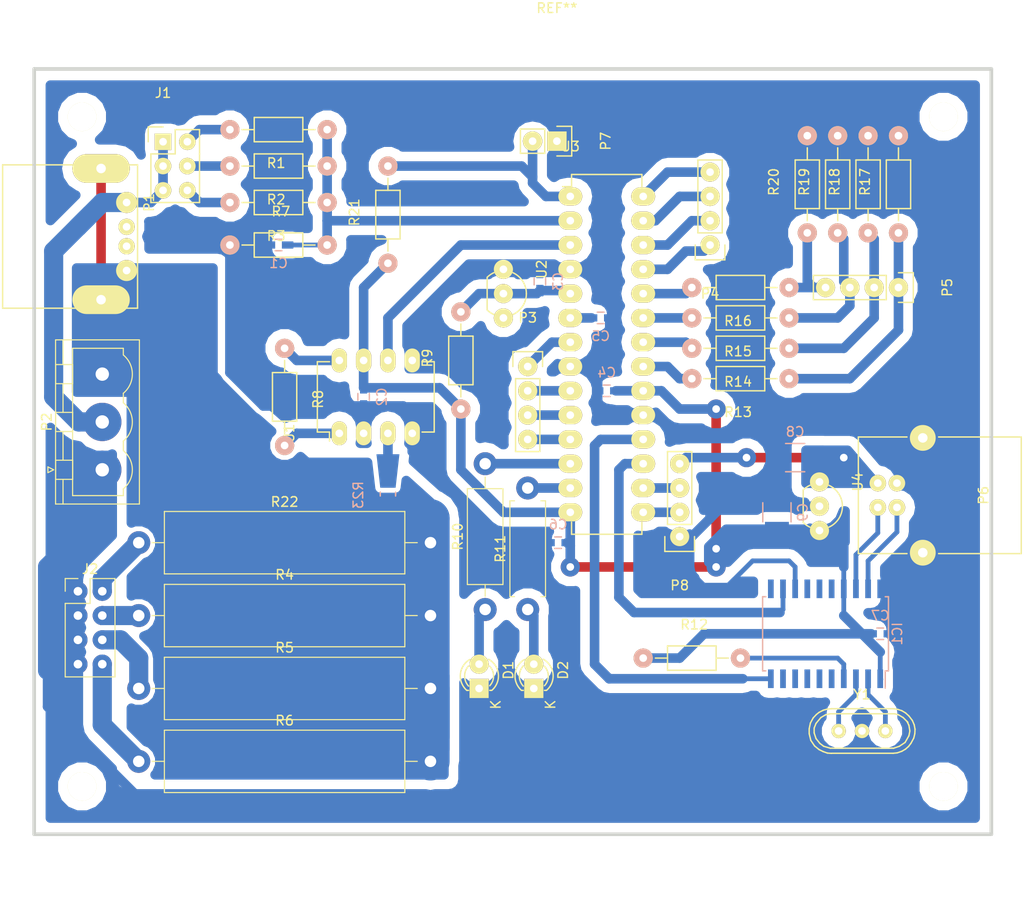
<source format=kicad_pcb>
(kicad_pcb (version 4) (host pcbnew 4.0.7)

  (general
    (links 119)
    (no_connects 0)
    (area 103.884999 53.47 212.871001 151.1)
    (thickness 1.6)
    (drawings 0)
    (tracks 314)
    (zones 0)
    (modules 51)
    (nets 50)
  )

  (page A4)
  (layers
    (0 F.Cu signal)
    (31 B.Cu signal)
    (32 B.Adhes user)
    (33 F.Adhes user)
    (34 B.Paste user)
    (35 F.Paste user)
    (36 B.SilkS user)
    (37 F.SilkS user)
    (38 B.Mask user)
    (39 F.Mask user)
    (40 Dwgs.User user)
    (41 Cmts.User user)
    (42 Eco1.User user)
    (43 Eco2.User user)
    (44 Edge.Cuts user)
    (45 Margin user)
    (46 B.CrtYd user)
    (47 F.CrtYd user)
    (48 B.Fab user)
    (49 F.Fab user)
  )

  (setup
    (last_trace_width 1)
    (user_trace_width 0.9)
    (user_trace_width 1)
    (user_trace_width 2)
    (user_trace_width 4)
    (trace_clearance 0.5)
    (zone_clearance 0.4)
    (zone_45_only no)
    (trace_min 0.5)
    (segment_width 0.2)
    (edge_width 0.15)
    (via_size 1)
    (via_drill 0.8)
    (via_min_size 0.8)
    (via_min_drill 0.5)
    (user_via 0.8 0.5)
    (user_via 1 0.6)
    (user_via 1.7 0.8)
    (user_via 2 0.8)
    (user_via 2 1)
    (uvia_size 0.3)
    (uvia_drill 0.1)
    (uvias_allowed no)
    (uvia_min_size 0.2)
    (uvia_min_drill 0.1)
    (pcb_text_width 0.3)
    (pcb_text_size 1.5 1.5)
    (mod_edge_width 0.15)
    (mod_text_size 1 1)
    (mod_text_width 0.15)
    (pad_size 4 4)
    (pad_drill 1.4)
    (pad_to_mask_clearance 0.2)
    (aux_axis_origin 0 0)
    (visible_elements FFFFFF7F)
    (pcbplotparams
      (layerselection 0x01000_80000000)
      (usegerberextensions true)
      (excludeedgelayer true)
      (linewidth 0.200000)
      (plotframeref false)
      (viasonmask false)
      (mode 1)
      (useauxorigin false)
      (hpglpennumber 1)
      (hpglpenspeed 20)
      (hpglpendiameter 15)
      (hpglpenoverlay 2)
      (psnegative false)
      (psa4output false)
      (plotreference true)
      (plotvalue true)
      (plotinvisibletext false)
      (padsonsilk false)
      (subtractmaskfromsilk false)
      (outputformat 1)
      (mirror false)
      (drillshape 0)
      (scaleselection 1)
      (outputdirectory ""))
  )

  (net 0 "")
  (net 1 GND)
  (net 2 "Net-(C1-Pad2)")
  (net 3 +3V3)
  (net 4 "Net-(C3-Pad1)")
  (net 5 "Net-(C5-Pad1)")
  (net 6 +5V)
  (net 7 "Net-(D1-Pad2)")
  (net 8 "Net-(D2-Pad2)")
  (net 9 "Net-(IC1-Pad2)")
  (net 10 "Net-(IC1-Pad3)")
  (net 11 "Net-(IC1-Pad4)")
  (net 12 "Net-(IC1-Pad10)")
  (net 13 "Net-(IC1-Pad12)")
  (net 14 "Net-(IC1-Pad18)")
  (net 15 "Net-(IC1-Pad19)")
  (net 16 "Net-(J1-Pad2)")
  (net 17 "Net-(J1-Pad4)")
  (net 18 "Net-(J1-Pad6)")
  (net 19 "Net-(J2-Pad2)")
  (net 20 "Net-(J2-Pad4)")
  (net 21 "Net-(J2-Pad6)")
  (net 22 "Net-(P3-Pad1)")
  (net 23 "Net-(P3-Pad2)")
  (net 24 "Net-(P3-Pad3)")
  (net 25 "Net-(P3-Pad4)")
  (net 26 "Net-(P4-Pad1)")
  (net 27 "Net-(P4-Pad2)")
  (net 28 "Net-(P4-Pad3)")
  (net 29 "Net-(P4-Pad4)")
  (net 30 "Net-(P5-Pad1)")
  (net 31 "Net-(P5-Pad2)")
  (net 32 "Net-(P5-Pad3)")
  (net 33 "Net-(P5-Pad4)")
  (net 34 "Net-(R8-Pad1)")
  (net 35 "Net-(R8-Pad2)")
  (net 36 "Net-(R10-Pad2)")
  (net 37 "Net-(R11-Pad2)")
  (net 38 "Net-(R13-Pad2)")
  (net 39 "Net-(R14-Pad2)")
  (net 40 "Net-(R15-Pad2)")
  (net 41 "Net-(R16-Pad2)")
  (net 42 "Net-(U1-Pad6)")
  (net 43 "Net-(P7-Pad2)")
  (net 44 "Net-(P8-Pad2)")
  (net 45 "Net-(P8-Pad3)")
  (net 46 "Net-(J2-Pad8)")
  (net 47 /VCCO)
  (net 48 /GNDO)
  (net 49 "Net-(R23-Pad1)")

  (net_class Default "Ceci est la Netclass par défaut"
    (clearance 0.5)
    (trace_width 0.5)
    (via_dia 1)
    (via_drill 0.8)
    (uvia_dia 0.3)
    (uvia_drill 0.1)
    (add_net +3V3)
    (add_net +5V)
    (add_net /GNDO)
    (add_net /VCCO)
    (add_net GND)
    (add_net "Net-(C1-Pad2)")
    (add_net "Net-(C3-Pad1)")
    (add_net "Net-(C5-Pad1)")
    (add_net "Net-(D1-Pad2)")
    (add_net "Net-(D2-Pad2)")
    (add_net "Net-(IC1-Pad10)")
    (add_net "Net-(IC1-Pad12)")
    (add_net "Net-(IC1-Pad18)")
    (add_net "Net-(IC1-Pad19)")
    (add_net "Net-(IC1-Pad2)")
    (add_net "Net-(IC1-Pad3)")
    (add_net "Net-(IC1-Pad4)")
    (add_net "Net-(J1-Pad2)")
    (add_net "Net-(J1-Pad4)")
    (add_net "Net-(J1-Pad6)")
    (add_net "Net-(J2-Pad2)")
    (add_net "Net-(J2-Pad4)")
    (add_net "Net-(J2-Pad6)")
    (add_net "Net-(J2-Pad8)")
    (add_net "Net-(P3-Pad1)")
    (add_net "Net-(P3-Pad2)")
    (add_net "Net-(P3-Pad3)")
    (add_net "Net-(P3-Pad4)")
    (add_net "Net-(P4-Pad1)")
    (add_net "Net-(P4-Pad2)")
    (add_net "Net-(P4-Pad3)")
    (add_net "Net-(P4-Pad4)")
    (add_net "Net-(P5-Pad1)")
    (add_net "Net-(P5-Pad2)")
    (add_net "Net-(P5-Pad3)")
    (add_net "Net-(P5-Pad4)")
    (add_net "Net-(P7-Pad2)")
    (add_net "Net-(P8-Pad2)")
    (add_net "Net-(P8-Pad3)")
    (add_net "Net-(R10-Pad2)")
    (add_net "Net-(R11-Pad2)")
    (add_net "Net-(R13-Pad2)")
    (add_net "Net-(R14-Pad2)")
    (add_net "Net-(R15-Pad2)")
    (add_net "Net-(R16-Pad2)")
    (add_net "Net-(R23-Pad1)")
    (add_net "Net-(R8-Pad1)")
    (add_net "Net-(R8-Pad2)")
    (add_net "Net-(U1-Pad6)")
  )

  (net_class power ""
    (clearance 1)
    (trace_width 1)
    (via_dia 1)
    (via_drill 0.8)
    (uvia_dia 0.3)
    (uvia_drill 0.1)
  )

  (net_class power2 ""
    (clearance 1)
    (trace_width 4)
    (via_dia 1)
    (via_drill 0.8)
    (uvia_dia 0.3)
    (uvia_drill 0.1)
  )

  (net_class powermedium ""
    (clearance 1)
    (trace_width 0.5)
    (via_dia 1)
    (via_drill 0.8)
    (uvia_dia 0.3)
    (uvia_drill 0.1)
  )

  (net_class powersmall ""
    (clearance 0.9)
    (trace_width 0.5)
    (via_dia 1)
    (via_drill 0.8)
    (uvia_dia 0.3)
    (uvia_drill 0.1)
  )

  (module Capacitors_SMD:C_0603_HandSoldering (layer B.Cu) (tedit 541A9B4D) (tstamp 58988E02)
    (at 133.985 80.01)
    (descr "Capacitor SMD 0603, hand soldering")
    (tags "capacitor 0603")
    (path /585DE645)
    (attr smd)
    (fp_text reference C1 (at 0 1.9) (layer B.SilkS)
      (effects (font (size 1 1) (thickness 0.15)) (justify mirror))
    )
    (fp_text value 100nF (at 0 -1.9) (layer B.Fab)
      (effects (font (size 1 1) (thickness 0.15)) (justify mirror))
    )
    (fp_line (start -1.85 0.75) (end 1.85 0.75) (layer B.CrtYd) (width 0.05))
    (fp_line (start -1.85 -0.75) (end 1.85 -0.75) (layer B.CrtYd) (width 0.05))
    (fp_line (start -1.85 0.75) (end -1.85 -0.75) (layer B.CrtYd) (width 0.05))
    (fp_line (start 1.85 0.75) (end 1.85 -0.75) (layer B.CrtYd) (width 0.05))
    (fp_line (start -0.35 0.6) (end 0.35 0.6) (layer B.SilkS) (width 0.15))
    (fp_line (start 0.35 -0.6) (end -0.35 -0.6) (layer B.SilkS) (width 0.15))
    (pad 1 smd rect (at -0.95 0) (size 1.2 0.75) (layers B.Cu B.Paste B.Mask)
      (net 1 GND))
    (pad 2 smd rect (at 0.95 0) (size 1.2 0.75) (layers B.Cu B.Paste B.Mask)
      (net 2 "Net-(C1-Pad2)"))
    (model Capacitors_SMD.3dshapes/C_0603_HandSoldering.wrl
      (at (xyz 0 0 0))
      (scale (xyz 1 1 1))
      (rotate (xyz 0 0 0))
    )
  )

  (module Capacitors_SMD:C_0603_HandSoldering (layer B.Cu) (tedit 541A9B4D) (tstamp 58988E08)
    (at 142.875 95.885 90)
    (descr "Capacitor SMD 0603, hand soldering")
    (tags "capacitor 0603")
    (path /585D6D9C)
    (attr smd)
    (fp_text reference C2 (at 0 1.9 90) (layer B.SilkS)
      (effects (font (size 1 1) (thickness 0.15)) (justify mirror))
    )
    (fp_text value 100nF (at 0 -1.9 90) (layer B.Fab)
      (effects (font (size 1 1) (thickness 0.15)) (justify mirror))
    )
    (fp_line (start -1.85 0.75) (end 1.85 0.75) (layer B.CrtYd) (width 0.05))
    (fp_line (start -1.85 -0.75) (end 1.85 -0.75) (layer B.CrtYd) (width 0.05))
    (fp_line (start -1.85 0.75) (end -1.85 -0.75) (layer B.CrtYd) (width 0.05))
    (fp_line (start 1.85 0.75) (end 1.85 -0.75) (layer B.CrtYd) (width 0.05))
    (fp_line (start -0.35 0.6) (end 0.35 0.6) (layer B.SilkS) (width 0.15))
    (fp_line (start 0.35 -0.6) (end -0.35 -0.6) (layer B.SilkS) (width 0.15))
    (pad 1 smd rect (at -0.95 0 90) (size 1.2 0.75) (layers B.Cu B.Paste B.Mask)
      (net 1 GND))
    (pad 2 smd rect (at 0.95 0 90) (size 1.2 0.75) (layers B.Cu B.Paste B.Mask)
      (net 3 +3V3))
    (model Capacitors_SMD.3dshapes/C_0603_HandSoldering.wrl
      (at (xyz 0 0 0))
      (scale (xyz 1 1 1))
      (rotate (xyz 0 0 0))
    )
  )

  (module Capacitors_SMD:C_0603_HandSoldering (layer B.Cu) (tedit 541A9B4D) (tstamp 58988E0E)
    (at 161.29 83.82 90)
    (descr "Capacitor SMD 0603, hand soldering")
    (tags "capacitor 0603")
    (path /585DA2C8)
    (attr smd)
    (fp_text reference C3 (at 0 1.9 90) (layer B.SilkS)
      (effects (font (size 1 1) (thickness 0.15)) (justify mirror))
    )
    (fp_text value 100nF (at 0 -1.9 90) (layer B.Fab)
      (effects (font (size 1 1) (thickness 0.15)) (justify mirror))
    )
    (fp_line (start -1.85 0.75) (end 1.85 0.75) (layer B.CrtYd) (width 0.05))
    (fp_line (start -1.85 -0.75) (end 1.85 -0.75) (layer B.CrtYd) (width 0.05))
    (fp_line (start -1.85 0.75) (end -1.85 -0.75) (layer B.CrtYd) (width 0.05))
    (fp_line (start 1.85 0.75) (end 1.85 -0.75) (layer B.CrtYd) (width 0.05))
    (fp_line (start -0.35 0.6) (end 0.35 0.6) (layer B.SilkS) (width 0.15))
    (fp_line (start 0.35 -0.6) (end -0.35 -0.6) (layer B.SilkS) (width 0.15))
    (pad 1 smd rect (at -0.95 0 90) (size 1.2 0.75) (layers B.Cu B.Paste B.Mask)
      (net 4 "Net-(C3-Pad1)"))
    (pad 2 smd rect (at 0.95 0 90) (size 1.2 0.75) (layers B.Cu B.Paste B.Mask)
      (net 1 GND))
    (model Capacitors_SMD.3dshapes/C_0603_HandSoldering.wrl
      (at (xyz 0 0 0))
      (scale (xyz 1 1 1))
      (rotate (xyz 0 0 0))
    )
  )

  (module Capacitors_SMD:C_0603_HandSoldering (layer B.Cu) (tedit 541A9B4D) (tstamp 58988E14)
    (at 168.275 95.25 180)
    (descr "Capacitor SMD 0603, hand soldering")
    (tags "capacitor 0603")
    (path /585D3852)
    (attr smd)
    (fp_text reference C4 (at 0 1.9 180) (layer B.SilkS)
      (effects (font (size 1 1) (thickness 0.15)) (justify mirror))
    )
    (fp_text value 100nF (at 0 -1.9 180) (layer B.Fab)
      (effects (font (size 1 1) (thickness 0.15)) (justify mirror))
    )
    (fp_line (start -1.85 0.75) (end 1.85 0.75) (layer B.CrtYd) (width 0.05))
    (fp_line (start -1.85 -0.75) (end 1.85 -0.75) (layer B.CrtYd) (width 0.05))
    (fp_line (start -1.85 0.75) (end -1.85 -0.75) (layer B.CrtYd) (width 0.05))
    (fp_line (start 1.85 0.75) (end 1.85 -0.75) (layer B.CrtYd) (width 0.05))
    (fp_line (start -0.35 0.6) (end 0.35 0.6) (layer B.SilkS) (width 0.15))
    (fp_line (start 0.35 -0.6) (end -0.35 -0.6) (layer B.SilkS) (width 0.15))
    (pad 1 smd rect (at -0.95 0 180) (size 1.2 0.75) (layers B.Cu B.Paste B.Mask)
      (net 3 +3V3))
    (pad 2 smd rect (at 0.95 0 180) (size 1.2 0.75) (layers B.Cu B.Paste B.Mask)
      (net 1 GND))
    (model Capacitors_SMD.3dshapes/C_0603_HandSoldering.wrl
      (at (xyz 0 0 0))
      (scale (xyz 1 1 1))
      (rotate (xyz 0 0 0))
    )
  )

  (module Capacitors_SMD:C_0603_HandSoldering (layer B.Cu) (tedit 541A9B4D) (tstamp 58988E1A)
    (at 167.64 87.63)
    (descr "Capacitor SMD 0603, hand soldering")
    (tags "capacitor 0603")
    (path /585D388D)
    (attr smd)
    (fp_text reference C5 (at 0 1.9) (layer B.SilkS)
      (effects (font (size 1 1) (thickness 0.15)) (justify mirror))
    )
    (fp_text value 100nF (at 0 -1.9) (layer B.Fab)
      (effects (font (size 1 1) (thickness 0.15)) (justify mirror))
    )
    (fp_line (start -1.85 0.75) (end 1.85 0.75) (layer B.CrtYd) (width 0.05))
    (fp_line (start -1.85 -0.75) (end 1.85 -0.75) (layer B.CrtYd) (width 0.05))
    (fp_line (start -1.85 0.75) (end -1.85 -0.75) (layer B.CrtYd) (width 0.05))
    (fp_line (start 1.85 0.75) (end 1.85 -0.75) (layer B.CrtYd) (width 0.05))
    (fp_line (start -0.35 0.6) (end 0.35 0.6) (layer B.SilkS) (width 0.15))
    (fp_line (start 0.35 -0.6) (end -0.35 -0.6) (layer B.SilkS) (width 0.15))
    (pad 1 smd rect (at -0.95 0) (size 1.2 0.75) (layers B.Cu B.Paste B.Mask)
      (net 5 "Net-(C5-Pad1)"))
    (pad 2 smd rect (at 0.95 0) (size 1.2 0.75) (layers B.Cu B.Paste B.Mask)
      (net 1 GND))
    (model Capacitors_SMD.3dshapes/C_0603_HandSoldering.wrl
      (at (xyz 0 0 0))
      (scale (xyz 1 1 1))
      (rotate (xyz 0 0 0))
    )
  )

  (module Capacitors_SMD:C_0603_HandSoldering (layer B.Cu) (tedit 541A9B4D) (tstamp 58988E20)
    (at 163.195 111.125 180)
    (descr "Capacitor SMD 0603, hand soldering")
    (tags "capacitor 0603")
    (path /585D38C0)
    (attr smd)
    (fp_text reference C6 (at 0 1.9 180) (layer B.SilkS)
      (effects (font (size 1 1) (thickness 0.15)) (justify mirror))
    )
    (fp_text value 100nF (at 0 -1.9 180) (layer B.Fab)
      (effects (font (size 1 1) (thickness 0.15)) (justify mirror))
    )
    (fp_line (start -1.85 0.75) (end 1.85 0.75) (layer B.CrtYd) (width 0.05))
    (fp_line (start -1.85 -0.75) (end 1.85 -0.75) (layer B.CrtYd) (width 0.05))
    (fp_line (start -1.85 0.75) (end -1.85 -0.75) (layer B.CrtYd) (width 0.05))
    (fp_line (start 1.85 0.75) (end 1.85 -0.75) (layer B.CrtYd) (width 0.05))
    (fp_line (start -0.35 0.6) (end 0.35 0.6) (layer B.SilkS) (width 0.15))
    (fp_line (start 0.35 -0.6) (end -0.35 -0.6) (layer B.SilkS) (width 0.15))
    (pad 1 smd rect (at -0.95 0 180) (size 1.2 0.75) (layers B.Cu B.Paste B.Mask)
      (net 3 +3V3))
    (pad 2 smd rect (at 0.95 0 180) (size 1.2 0.75) (layers B.Cu B.Paste B.Mask)
      (net 1 GND))
    (model Capacitors_SMD.3dshapes/C_0603_HandSoldering.wrl
      (at (xyz 0 0 0))
      (scale (xyz 1 1 1))
      (rotate (xyz 0 0 0))
    )
  )

  (module Capacitors_SMD:C_0603_HandSoldering (layer B.Cu) (tedit 541A9B4D) (tstamp 58988E26)
    (at 196.85 120.65 180)
    (descr "Capacitor SMD 0603, hand soldering")
    (tags "capacitor 0603")
    (path /5890C279)
    (attr smd)
    (fp_text reference C7 (at 0 1.9 180) (layer B.SilkS)
      (effects (font (size 1 1) (thickness 0.15)) (justify mirror))
    )
    (fp_text value 100nF (at 0 -1.9 180) (layer B.Fab)
      (effects (font (size 1 1) (thickness 0.15)) (justify mirror))
    )
    (fp_line (start -1.85 0.75) (end 1.85 0.75) (layer B.CrtYd) (width 0.05))
    (fp_line (start -1.85 -0.75) (end 1.85 -0.75) (layer B.CrtYd) (width 0.05))
    (fp_line (start -1.85 0.75) (end -1.85 -0.75) (layer B.CrtYd) (width 0.05))
    (fp_line (start 1.85 0.75) (end 1.85 -0.75) (layer B.CrtYd) (width 0.05))
    (fp_line (start -0.35 0.6) (end 0.35 0.6) (layer B.SilkS) (width 0.15))
    (fp_line (start 0.35 -0.6) (end -0.35 -0.6) (layer B.SilkS) (width 0.15))
    (pad 1 smd rect (at -0.95 0 180) (size 1.2 0.75) (layers B.Cu B.Paste B.Mask)
      (net 1 GND))
    (pad 2 smd rect (at 0.95 0 180) (size 1.2 0.75) (layers B.Cu B.Paste B.Mask)
      (net 3 +3V3))
    (model Capacitors_SMD.3dshapes/C_0603_HandSoldering.wrl
      (at (xyz 0 0 0))
      (scale (xyz 1 1 1))
      (rotate (xyz 0 0 0))
    )
  )

  (module Capacitors_SMD:C_1210_HandSoldering (layer B.Cu) (tedit 541A9C39) (tstamp 58988E2C)
    (at 187.96 102.235 180)
    (descr "Capacitor SMD 1210, hand soldering")
    (tags "capacitor 1210")
    (path /585D46D4)
    (attr smd)
    (fp_text reference C8 (at 0 2.7 180) (layer B.SilkS)
      (effects (font (size 1 1) (thickness 0.15)) (justify mirror))
    )
    (fp_text value 10µF (at 0 -2.7 180) (layer B.Fab)
      (effects (font (size 1 1) (thickness 0.15)) (justify mirror))
    )
    (fp_line (start -3.3 1.6) (end 3.3 1.6) (layer B.CrtYd) (width 0.05))
    (fp_line (start -3.3 -1.6) (end 3.3 -1.6) (layer B.CrtYd) (width 0.05))
    (fp_line (start -3.3 1.6) (end -3.3 -1.6) (layer B.CrtYd) (width 0.05))
    (fp_line (start 3.3 1.6) (end 3.3 -1.6) (layer B.CrtYd) (width 0.05))
    (fp_line (start 1 1.475) (end -1 1.475) (layer B.SilkS) (width 0.15))
    (fp_line (start -1 -1.475) (end 1 -1.475) (layer B.SilkS) (width 0.15))
    (pad 1 smd rect (at -2 0 180) (size 2 2.5) (layers B.Cu B.Paste B.Mask)
      (net 6 +5V))
    (pad 2 smd rect (at 2 0 180) (size 2 2.5) (layers B.Cu B.Paste B.Mask)
      (net 1 GND))
    (model Capacitors_SMD.3dshapes/C_1210_HandSoldering.wrl
      (at (xyz 0 0 0))
      (scale (xyz 1 1 1))
      (rotate (xyz 0 0 0))
    )
  )

  (module Capacitors_SMD:C_1210_HandSoldering (layer B.Cu) (tedit 541A9C39) (tstamp 58988E32)
    (at 186.055 107.95 90)
    (descr "Capacitor SMD 1210, hand soldering")
    (tags "capacitor 1210")
    (path /585D474A)
    (attr smd)
    (fp_text reference C9 (at 0 2.7 90) (layer B.SilkS)
      (effects (font (size 1 1) (thickness 0.15)) (justify mirror))
    )
    (fp_text value 10µF (at 0 -2.7 90) (layer B.Fab)
      (effects (font (size 1 1) (thickness 0.15)) (justify mirror))
    )
    (fp_line (start -3.3 1.6) (end 3.3 1.6) (layer B.CrtYd) (width 0.05))
    (fp_line (start -3.3 -1.6) (end 3.3 -1.6) (layer B.CrtYd) (width 0.05))
    (fp_line (start -3.3 1.6) (end -3.3 -1.6) (layer B.CrtYd) (width 0.05))
    (fp_line (start 3.3 1.6) (end 3.3 -1.6) (layer B.CrtYd) (width 0.05))
    (fp_line (start 1 1.475) (end -1 1.475) (layer B.SilkS) (width 0.15))
    (fp_line (start -1 -1.475) (end 1 -1.475) (layer B.SilkS) (width 0.15))
    (pad 1 smd rect (at -2 0 90) (size 2 2.5) (layers B.Cu B.Paste B.Mask)
      (net 3 +3V3))
    (pad 2 smd rect (at 2 0 90) (size 2 2.5) (layers B.Cu B.Paste B.Mask)
      (net 1 GND))
    (model Capacitors_SMD.3dshapes/C_1210_HandSoldering.wrl
      (at (xyz 0 0 0))
      (scale (xyz 1 1 1))
      (rotate (xyz 0 0 0))
    )
  )

  (module LEDs:LED-3MM (layer F.Cu) (tedit 589A0138) (tstamp 58988E38)
    (at 154.94 126.365 90)
    (descr "LED 3mm round vertical")
    (tags "LED  3mm round vertical")
    (path /586EB7F1)
    (fp_text reference D1 (at 1.91 3.06 90) (layer F.SilkS)
      (effects (font (size 1 1) (thickness 0.15)))
    )
    (fp_text value LED (at 1.3 -2.9 90) (layer F.Fab)
      (effects (font (size 1 1) (thickness 0.15)))
    )
    (fp_line (start -1.2 2.3) (end 3.8 2.3) (layer F.CrtYd) (width 0.05))
    (fp_line (start 3.8 2.3) (end 3.8 -2.2) (layer F.CrtYd) (width 0.05))
    (fp_line (start 3.8 -2.2) (end -1.2 -2.2) (layer F.CrtYd) (width 0.05))
    (fp_line (start -1.2 -2.2) (end -1.2 2.3) (layer F.CrtYd) (width 0.05))
    (fp_line (start -0.199 1.314) (end -0.199 1.114) (layer F.SilkS) (width 0.15))
    (fp_line (start -0.199 -1.28) (end -0.199 -1.1) (layer F.SilkS) (width 0.15))
    (fp_arc (start 1.301 0.034) (end -0.199 -1.286) (angle 108.5) (layer F.SilkS) (width 0.15))
    (fp_arc (start 1.301 0.034) (end 0.25 -1.1) (angle 85.7) (layer F.SilkS) (width 0.15))
    (fp_arc (start 1.311 0.034) (end 3.051 0.994) (angle 110) (layer F.SilkS) (width 0.15))
    (fp_arc (start 1.301 0.034) (end 2.335 1.094) (angle 87.5) (layer F.SilkS) (width 0.15))
    (fp_text user K (at -1.69 1.74 90) (layer F.SilkS)
      (effects (font (size 1 1) (thickness 0.15)))
    )
    (pad 1 thru_hole rect (at 0 0 180) (size 2 2) (drill 0.8) (layers *.Cu *.Mask F.SilkS)
      (net 1 GND))
    (pad 2 thru_hole circle (at 2.54 0 90) (size 2 2) (drill 0.8) (layers *.Cu *.Mask F.SilkS)
      (net 7 "Net-(D1-Pad2)"))
    (model LEDs.3dshapes/LED-3MM.wrl
      (at (xyz 0.05 0 0))
      (scale (xyz 1 1 1))
      (rotate (xyz 0 0 90))
    )
  )

  (module LEDs:LED-3MM (layer F.Cu) (tedit 559B82F6) (tstamp 58988E3E)
    (at 160.655 126.365 90)
    (descr "LED 3mm round vertical")
    (tags "LED  3mm round vertical")
    (path /586E7BD7)
    (fp_text reference D2 (at 1.91 3.06 90) (layer F.SilkS)
      (effects (font (size 1 1) (thickness 0.15)))
    )
    (fp_text value LED (at 1.3 -2.9 90) (layer F.Fab)
      (effects (font (size 1 1) (thickness 0.15)))
    )
    (fp_line (start -1.2 2.3) (end 3.8 2.3) (layer F.CrtYd) (width 0.05))
    (fp_line (start 3.8 2.3) (end 3.8 -2.2) (layer F.CrtYd) (width 0.05))
    (fp_line (start 3.8 -2.2) (end -1.2 -2.2) (layer F.CrtYd) (width 0.05))
    (fp_line (start -1.2 -2.2) (end -1.2 2.3) (layer F.CrtYd) (width 0.05))
    (fp_line (start -0.199 1.314) (end -0.199 1.114) (layer F.SilkS) (width 0.15))
    (fp_line (start -0.199 -1.28) (end -0.199 -1.1) (layer F.SilkS) (width 0.15))
    (fp_arc (start 1.301 0.034) (end -0.199 -1.286) (angle 108.5) (layer F.SilkS) (width 0.15))
    (fp_arc (start 1.301 0.034) (end 0.25 -1.1) (angle 85.7) (layer F.SilkS) (width 0.15))
    (fp_arc (start 1.311 0.034) (end 3.051 0.994) (angle 110) (layer F.SilkS) (width 0.15))
    (fp_arc (start 1.301 0.034) (end 2.335 1.094) (angle 87.5) (layer F.SilkS) (width 0.15))
    (fp_text user K (at -1.69 1.74 90) (layer F.SilkS)
      (effects (font (size 1 1) (thickness 0.15)))
    )
    (pad 1 thru_hole rect (at 0 0 180) (size 2 2) (drill 0.8) (layers *.Cu *.Mask F.SilkS)
      (net 1 GND))
    (pad 2 thru_hole circle (at 2.54 0 90) (size 2 2) (drill 0.8) (layers *.Cu *.Mask F.SilkS)
      (net 8 "Net-(D2-Pad2)"))
    (model LEDs.3dshapes/LED-3MM.wrl
      (at (xyz 0.05 0 0))
      (scale (xyz 1 1 1))
      (rotate (xyz 0 0 90))
    )
  )

  (module Housings_SOIC:SOIC-20_7.5x12.8mm_Pitch1.27mm (layer B.Cu) (tedit 54130A77) (tstamp 58988E56)
    (at 191.135 120.65 90)
    (descr "20-Lead Plastic Small Outline (SO) - Wide, 7.50 mm Body [SOIC] (see Microchip Packaging Specification 00000049BS.pdf)")
    (tags "SOIC 1.27")
    (path /58909768)
    (attr smd)
    (fp_text reference IC1 (at 0 7.5 90) (layer B.SilkS)
      (effects (font (size 1 1) (thickness 0.15)) (justify mirror))
    )
    (fp_text value MCP2200 (at 0 -7.5 90) (layer B.Fab)
      (effects (font (size 1 1) (thickness 0.15)) (justify mirror))
    )
    (fp_line (start -5.95 6.75) (end -5.95 -6.75) (layer B.CrtYd) (width 0.05))
    (fp_line (start 5.95 6.75) (end 5.95 -6.75) (layer B.CrtYd) (width 0.05))
    (fp_line (start -5.95 6.75) (end 5.95 6.75) (layer B.CrtYd) (width 0.05))
    (fp_line (start -5.95 -6.75) (end 5.95 -6.75) (layer B.CrtYd) (width 0.05))
    (fp_line (start -3.875 6.575) (end -3.875 6.24) (layer B.SilkS) (width 0.15))
    (fp_line (start 3.875 6.575) (end 3.875 6.24) (layer B.SilkS) (width 0.15))
    (fp_line (start 3.875 -6.575) (end 3.875 -6.24) (layer B.SilkS) (width 0.15))
    (fp_line (start -3.875 -6.575) (end -3.875 -6.24) (layer B.SilkS) (width 0.15))
    (fp_line (start -3.875 6.575) (end 3.875 6.575) (layer B.SilkS) (width 0.15))
    (fp_line (start -3.875 -6.575) (end 3.875 -6.575) (layer B.SilkS) (width 0.15))
    (fp_line (start -3.875 6.24) (end -5.675 6.24) (layer B.SilkS) (width 0.15))
    (pad 1 smd rect (at -4.7 5.715 90) (size 1.95 0.6) (layers B.Cu B.Paste B.Mask)
      (net 3 +3V3))
    (pad 2 smd rect (at -4.7 4.445 90) (size 1.95 0.6) (layers B.Cu B.Paste B.Mask)
      (net 9 "Net-(IC1-Pad2)"))
    (pad 3 smd rect (at -4.7 3.175 90) (size 1.95 0.6) (layers B.Cu B.Paste B.Mask)
      (net 10 "Net-(IC1-Pad3)"))
    (pad 4 smd rect (at -4.7 1.905 90) (size 1.95 0.6) (layers B.Cu B.Paste B.Mask)
      (net 11 "Net-(IC1-Pad4)"))
    (pad 5 smd rect (at -4.7 0.635 90) (size 1.95 0.6) (layers B.Cu B.Paste B.Mask))
    (pad 6 smd rect (at -4.7 -0.635 90) (size 1.95 0.6) (layers B.Cu B.Paste B.Mask))
    (pad 7 smd rect (at -4.7 -1.905 90) (size 1.95 0.6) (layers B.Cu B.Paste B.Mask))
    (pad 8 smd rect (at -4.7 -3.175 90) (size 1.95 0.6) (layers B.Cu B.Paste B.Mask))
    (pad 9 smd rect (at -4.7 -4.445 90) (size 1.95 0.6) (layers B.Cu B.Paste B.Mask))
    (pad 10 smd rect (at -4.7 -5.715 90) (size 1.95 0.6) (layers B.Cu B.Paste B.Mask)
      (net 12 "Net-(IC1-Pad10)"))
    (pad 11 smd rect (at 4.7 -5.715 90) (size 1.95 0.6) (layers B.Cu B.Paste B.Mask))
    (pad 12 smd rect (at 4.7 -4.445 90) (size 1.95 0.6) (layers B.Cu B.Paste B.Mask)
      (net 13 "Net-(IC1-Pad12)"))
    (pad 13 smd rect (at 4.7 -3.175 90) (size 1.95 0.6) (layers B.Cu B.Paste B.Mask)
      (net 1 GND))
    (pad 14 smd rect (at 4.7 -1.905 90) (size 1.95 0.6) (layers B.Cu B.Paste B.Mask))
    (pad 15 smd rect (at 4.7 -0.635 90) (size 1.95 0.6) (layers B.Cu B.Paste B.Mask))
    (pad 16 smd rect (at 4.7 0.635 90) (size 1.95 0.6) (layers B.Cu B.Paste B.Mask))
    (pad 17 smd rect (at 4.7 1.905 90) (size 1.95 0.6) (layers B.Cu B.Paste B.Mask)
      (net 3 +3V3))
    (pad 18 smd rect (at 4.7 3.175 90) (size 1.95 0.6) (layers B.Cu B.Paste B.Mask)
      (net 14 "Net-(IC1-Pad18)"))
    (pad 19 smd rect (at 4.7 4.445 90) (size 1.95 0.6) (layers B.Cu B.Paste B.Mask)
      (net 15 "Net-(IC1-Pad19)"))
    (pad 20 smd rect (at 4.7 5.715 90) (size 1.95 0.6) (layers B.Cu B.Paste B.Mask)
      (net 1 GND))
    (model Housings_SOIC.3dshapes/SOIC-20_7.5x12.8mm_Pitch1.27mm.wrl
      (at (xyz 0 0 0))
      (scale (xyz 1 1 1))
      (rotate (xyz 0 0 0))
    )
  )

  (module Pin_Headers:Pin_Header_Straight_2x03 (layer F.Cu) (tedit 54EA0A4B) (tstamp 58988E60)
    (at 121.92 69.215)
    (descr "Through hole pin header")
    (tags "pin header")
    (path /585DCD3D)
    (fp_text reference J1 (at 0 -5.1) (layer F.SilkS)
      (effects (font (size 1 1) (thickness 0.15)))
    )
    (fp_text value CONN_02X03 (at 0 -3.1) (layer F.Fab)
      (effects (font (size 1 1) (thickness 0.15)))
    )
    (fp_line (start -1.27 1.27) (end -1.27 6.35) (layer F.SilkS) (width 0.15))
    (fp_line (start -1.55 -1.55) (end 0 -1.55) (layer F.SilkS) (width 0.15))
    (fp_line (start -1.75 -1.75) (end -1.75 6.85) (layer F.CrtYd) (width 0.05))
    (fp_line (start 4.3 -1.75) (end 4.3 6.85) (layer F.CrtYd) (width 0.05))
    (fp_line (start -1.75 -1.75) (end 4.3 -1.75) (layer F.CrtYd) (width 0.05))
    (fp_line (start -1.75 6.85) (end 4.3 6.85) (layer F.CrtYd) (width 0.05))
    (fp_line (start 1.27 -1.27) (end 1.27 1.27) (layer F.SilkS) (width 0.15))
    (fp_line (start 1.27 1.27) (end -1.27 1.27) (layer F.SilkS) (width 0.15))
    (fp_line (start -1.27 6.35) (end 3.81 6.35) (layer F.SilkS) (width 0.15))
    (fp_line (start 3.81 6.35) (end 3.81 1.27) (layer F.SilkS) (width 0.15))
    (fp_line (start -1.55 -1.55) (end -1.55 0) (layer F.SilkS) (width 0.15))
    (fp_line (start 3.81 -1.27) (end 1.27 -1.27) (layer F.SilkS) (width 0.15))
    (fp_line (start 3.81 1.27) (end 3.81 -1.27) (layer F.SilkS) (width 0.15))
    (pad 1 thru_hole rect (at 0 0) (size 1.7272 1.7272) (drill 0.8) (layers *.Cu *.Mask F.SilkS)
      (net 47 /VCCO))
    (pad 2 thru_hole oval (at 2.54 0) (size 1.7272 1.7272) (drill 0.8) (layers *.Cu *.Mask F.SilkS)
      (net 16 "Net-(J1-Pad2)"))
    (pad 3 thru_hole oval (at 0 2.54) (size 1.7272 1.7272) (drill 0.8) (layers *.Cu *.Mask F.SilkS)
      (net 47 /VCCO))
    (pad 4 thru_hole oval (at 2.54 2.54) (size 1.7272 1.7272) (drill 0.8) (layers *.Cu *.Mask F.SilkS)
      (net 17 "Net-(J1-Pad4)"))
    (pad 5 thru_hole oval (at 0 5.08) (size 1.7272 1.7272) (drill 0.8) (layers *.Cu *.Mask F.SilkS)
      (net 47 /VCCO))
    (pad 6 thru_hole oval (at 2.54 5.08) (size 1.7272 1.7272) (drill 0.8) (layers *.Cu *.Mask F.SilkS)
      (net 18 "Net-(J1-Pad6)"))
    (model Pin_Headers.3dshapes/Pin_Header_Straight_2x03.wrl
      (at (xyz 0.05 -0.1 0))
      (scale (xyz 1 1 1))
      (rotate (xyz 0 0 90))
    )
  )

  (module Connect:USB_A (layer F.Cu) (tedit 5CDAF398) (tstamp 58988E74)
    (at 118.11 75.565 270)
    (descr "USB A connector")
    (tags "USB USB_A")
    (path /585D7EE0)
    (fp_text reference P1 (at 0 -2.35 270) (layer F.SilkS)
      (effects (font (size 1 1) (thickness 0.15)))
    )
    (fp_text value USB_A (at 3.83794 7.43458 270) (layer F.Fab)
      (effects (font (size 1 1) (thickness 0.15)))
    )
    (fp_line (start -5.3 13.2) (end -5.3 -1.4) (layer F.CrtYd) (width 0.05))
    (fp_line (start 11.95 -1.4) (end 11.95 13.2) (layer F.CrtYd) (width 0.05))
    (fp_line (start -5.3 13.2) (end 11.95 13.2) (layer F.CrtYd) (width 0.05))
    (fp_line (start -5.3 -1.4) (end 11.95 -1.4) (layer F.CrtYd) (width 0.05))
    (fp_line (start 11.04986 -1.14512) (end 11.04986 12.95188) (layer F.SilkS) (width 0.15))
    (fp_line (start -3.93614 12.95188) (end -3.93614 -1.14512) (layer F.SilkS) (width 0.15))
    (fp_line (start 11.04986 -1.14512) (end -3.93614 -1.14512) (layer F.SilkS) (width 0.15))
    (fp_line (start 11.04986 12.95188) (end -3.93614 12.95188) (layer F.SilkS) (width 0.15))
    (pad 4 thru_hole circle (at 7.11286 -0.00212 180) (size 2.2 2.2) (drill 0.8) (layers *.Cu *.Mask F.SilkS)
      (net 48 /GNDO))
    (pad 3 thru_hole circle (at 4.57286 -0.00212 180) (size 1.7 1.7) (drill 0.8) (layers *.Cu *.Mask F.SilkS))
    (pad 2 thru_hole circle (at 2.54086 -0.00212 180) (size 1.7 1.7) (drill 0.8) (layers *.Cu *.Mask F.SilkS))
    (pad 1 thru_hole circle (at 0.00086 -0.00212 180) (size 2.2 2.2) (drill 0.8) (layers *.Cu *.Mask F.SilkS)
      (net 47 /VCCO))
    (pad 5 thru_hole oval (at 10.16086 2.66488 180) (size 6 2.99974) (drill 1) (layers *.Cu *.Mask F.SilkS)
      (net 48 /GNDO))
    (pad 5 thru_hole oval (at -3.55514 2.66488 180) (size 6 2.99974) (drill 1) (layers *.Cu *.Mask F.SilkS)
      (net 48 /GNDO))
    (model Connect.3dshapes/USB_A.wrl
      (at (xyz 0.14 0 0))
      (scale (xyz 1 1 1))
      (rotate (xyz 0 0 90))
    )
  )

  (module Pin_Headers:Pin_Header_Straight_1x04 (layer F.Cu) (tedit 5899FED7) (tstamp 58988E83)
    (at 160.02 92.71)
    (descr "Through hole pin header")
    (tags "pin header")
    (path /586E9861)
    (fp_text reference P3 (at 0 -5.1) (layer F.SilkS)
      (effects (font (size 1 1) (thickness 0.15)))
    )
    (fp_text value CONN_01X04 (at 0 -3.1) (layer F.Fab)
      (effects (font (size 1 1) (thickness 0.15)))
    )
    (fp_line (start -1.75 -1.75) (end -1.75 9.4) (layer F.CrtYd) (width 0.05))
    (fp_line (start 1.75 -1.75) (end 1.75 9.4) (layer F.CrtYd) (width 0.05))
    (fp_line (start -1.75 -1.75) (end 1.75 -1.75) (layer F.CrtYd) (width 0.05))
    (fp_line (start -1.75 9.4) (end 1.75 9.4) (layer F.CrtYd) (width 0.05))
    (fp_line (start -1.27 1.27) (end -1.27 8.89) (layer F.SilkS) (width 0.15))
    (fp_line (start 1.27 1.27) (end 1.27 8.89) (layer F.SilkS) (width 0.15))
    (fp_line (start 1.55 -1.55) (end 1.55 0) (layer F.SilkS) (width 0.15))
    (fp_line (start -1.27 8.89) (end 1.27 8.89) (layer F.SilkS) (width 0.15))
    (fp_line (start 1.27 1.27) (end -1.27 1.27) (layer F.SilkS) (width 0.15))
    (fp_line (start -1.55 0) (end -1.55 -1.55) (layer F.SilkS) (width 0.15))
    (fp_line (start -1.55 -1.55) (end 1.55 -1.55) (layer F.SilkS) (width 0.15))
    (pad 1 thru_hole circle (at 0 0) (size 2 2) (drill 0.8) (layers *.Cu *.Mask F.SilkS)
      (net 22 "Net-(P3-Pad1)"))
    (pad 2 thru_hole circle (at 0 2.54) (size 2 2) (drill 0.8) (layers *.Cu *.Mask F.SilkS)
      (net 23 "Net-(P3-Pad2)"))
    (pad 3 thru_hole circle (at 0 5.08) (size 2 2) (drill 0.8) (layers *.Cu *.Mask F.SilkS)
      (net 24 "Net-(P3-Pad3)"))
    (pad 4 thru_hole circle (at 0 7.62) (size 2 2) (drill 0.8) (layers *.Cu *.Mask F.SilkS)
      (net 25 "Net-(P3-Pad4)"))
    (model Pin_Headers.3dshapes/Pin_Header_Straight_1x04.wrl
      (at (xyz 0 -0.15 0))
      (scale (xyz 1 1 1))
      (rotate (xyz 0 0 90))
    )
  )

  (module Pin_Headers:Pin_Header_Straight_1x04 (layer F.Cu) (tedit 0) (tstamp 58988E8B)
    (at 179.07 80.01 180)
    (descr "Through hole pin header")
    (tags "pin header")
    (path /586C660C)
    (fp_text reference P4 (at 0 -5.1 180) (layer F.SilkS)
      (effects (font (size 1 1) (thickness 0.15)))
    )
    (fp_text value CONN_01X04 (at 0 -3.1 180) (layer F.Fab)
      (effects (font (size 1 1) (thickness 0.15)))
    )
    (fp_line (start -1.75 -1.75) (end -1.75 9.4) (layer F.CrtYd) (width 0.05))
    (fp_line (start 1.75 -1.75) (end 1.75 9.4) (layer F.CrtYd) (width 0.05))
    (fp_line (start -1.75 -1.75) (end 1.75 -1.75) (layer F.CrtYd) (width 0.05))
    (fp_line (start -1.75 9.4) (end 1.75 9.4) (layer F.CrtYd) (width 0.05))
    (fp_line (start -1.27 1.27) (end -1.27 8.89) (layer F.SilkS) (width 0.15))
    (fp_line (start 1.27 1.27) (end 1.27 8.89) (layer F.SilkS) (width 0.15))
    (fp_line (start 1.55 -1.55) (end 1.55 0) (layer F.SilkS) (width 0.15))
    (fp_line (start -1.27 8.89) (end 1.27 8.89) (layer F.SilkS) (width 0.15))
    (fp_line (start 1.27 1.27) (end -1.27 1.27) (layer F.SilkS) (width 0.15))
    (fp_line (start -1.55 0) (end -1.55 -1.55) (layer F.SilkS) (width 0.15))
    (fp_line (start -1.55 -1.55) (end 1.55 -1.55) (layer F.SilkS) (width 0.15))
    (pad 1 thru_hole circle (at 0 0 180) (size 2 2) (drill 0.8) (layers *.Cu *.Mask F.SilkS)
      (net 26 "Net-(P4-Pad1)"))
    (pad 2 thru_hole circle (at 0 2.54 180) (size 2 2) (drill 0.8) (layers *.Cu *.Mask F.SilkS)
      (net 27 "Net-(P4-Pad2)"))
    (pad 3 thru_hole circle (at 0 5.08 180) (size 2 2) (drill 0.8) (layers *.Cu *.Mask F.SilkS)
      (net 28 "Net-(P4-Pad3)"))
    (pad 4 thru_hole circle (at 0 7.62 180) (size 2 2) (drill 0.8) (layers *.Cu *.Mask F.SilkS)
      (net 29 "Net-(P4-Pad4)"))
    (model Pin_Headers.3dshapes/Pin_Header_Straight_1x04.wrl
      (at (xyz 0 -0.15 0))
      (scale (xyz 1 1 1))
      (rotate (xyz 0 0 90))
    )
  )

  (module Pin_Headers:Pin_Header_Straight_1x04 (layer F.Cu) (tedit 5CDAF26F) (tstamp 58988E93)
    (at 198.755 84.455 270)
    (descr "Through hole pin header")
    (tags "pin header")
    (path /585D4B1B)
    (fp_text reference P5 (at 0 -5.1 270) (layer F.SilkS)
      (effects (font (size 1 1) (thickness 0.15)))
    )
    (fp_text value CONN_01X04 (at 0 -3.1 270) (layer F.Fab)
      (effects (font (size 1 1) (thickness 0.15)))
    )
    (fp_line (start -1.75 -1.75) (end -1.75 9.4) (layer F.CrtYd) (width 0.05))
    (fp_line (start 1.75 -1.75) (end 1.75 9.4) (layer F.CrtYd) (width 0.05))
    (fp_line (start -1.75 -1.75) (end 1.75 -1.75) (layer F.CrtYd) (width 0.05))
    (fp_line (start -1.75 9.4) (end 1.75 9.4) (layer F.CrtYd) (width 0.05))
    (fp_line (start -1.27 1.27) (end -1.27 8.89) (layer F.SilkS) (width 0.15))
    (fp_line (start 1.27 1.27) (end 1.27 8.89) (layer F.SilkS) (width 0.15))
    (fp_line (start 1.55 -1.55) (end 1.55 0) (layer F.SilkS) (width 0.15))
    (fp_line (start -1.27 8.89) (end 1.27 8.89) (layer F.SilkS) (width 0.15))
    (fp_line (start 1.27 1.27) (end -1.27 1.27) (layer F.SilkS) (width 0.15))
    (fp_line (start -1.55 0) (end -1.55 -1.55) (layer F.SilkS) (width 0.15))
    (fp_line (start -1.55 -1.55) (end 1.55 -1.55) (layer F.SilkS) (width 0.15))
    (pad 1 thru_hole circle (at 0 0 270) (size 2 2) (drill 0.8) (layers *.Cu *.Mask F.SilkS)
      (net 30 "Net-(P5-Pad1)"))
    (pad 2 thru_hole circle (at 0 2.54 270) (size 2 2) (drill 0.8) (layers *.Cu *.Mask F.SilkS)
      (net 31 "Net-(P5-Pad2)"))
    (pad 3 thru_hole circle (at 0 5.08 270) (size 2 2) (drill 0.8) (layers *.Cu *.Mask F.SilkS)
      (net 32 "Net-(P5-Pad3)"))
    (pad 4 thru_hole circle (at 0 7.62 270) (size 2 2) (drill 0.8) (layers *.Cu *.Mask F.SilkS)
      (net 33 "Net-(P5-Pad4)"))
    (model Pin_Headers.3dshapes/Pin_Header_Straight_1x04.wrl
      (at (xyz 0 -0.15 0))
      (scale (xyz 1 1 1))
      (rotate (xyz 0 0 90))
    )
  )

  (module Connect:USB_B (layer F.Cu) (tedit 589C4181) (tstamp 58988E9D)
    (at 196.596 104.902)
    (descr "USB B connector")
    (tags "USB_B USB_DEV")
    (path /585D351B)
    (fp_text reference P6 (at 11.049 1.27 90) (layer F.SilkS)
      (effects (font (size 1 1) (thickness 0.15)))
    )
    (fp_text value USB_B (at 4.699 1.27 90) (layer F.Fab)
      (effects (font (size 1 1) (thickness 0.15)))
    )
    (fp_line (start 15.25 8.9) (end -2.3 8.9) (layer F.CrtYd) (width 0.05))
    (fp_line (start -2.3 8.9) (end -2.3 -6.35) (layer F.CrtYd) (width 0.05))
    (fp_line (start -2.3 -6.35) (end 15.25 -6.35) (layer F.CrtYd) (width 0.05))
    (fp_line (start 15.25 -6.35) (end 15.25 8.9) (layer F.CrtYd) (width 0.05))
    (fp_line (start 6.35 7.366) (end 14.986 7.366) (layer F.SilkS) (width 0.15))
    (fp_line (start -2.032 7.366) (end 3.048 7.366) (layer F.SilkS) (width 0.15))
    (fp_line (start 6.35 -4.826) (end 14.986 -4.826) (layer F.SilkS) (width 0.15))
    (fp_line (start -2.032 -4.826) (end 3.048 -4.826) (layer F.SilkS) (width 0.15))
    (fp_line (start 14.986 -4.826) (end 14.986 7.366) (layer F.SilkS) (width 0.15))
    (fp_line (start -2.032 7.366) (end -2.032 -4.826) (layer F.SilkS) (width 0.15))
    (pad 2 thru_hole oval (at 0 2.54) (size 1.7272 1.7272) (drill 0.8) (layers *.Cu *.Mask F.SilkS)
      (net 14 "Net-(IC1-Pad18)"))
    (pad 1 thru_hole oval (at 0 0) (size 1.7272 1.7272) (drill 0.8) (layers *.Cu *.Mask F.SilkS)
      (net 6 +5V))
    (pad 4 thru_hole oval (at 1.99898 0) (size 1.7272 1.7272) (drill 0.8) (layers *.Cu *.Mask F.SilkS)
      (net 1 GND))
    (pad 3 thru_hole oval (at 1.99898 2.54) (size 1.7272 1.7272) (drill 0.8) (layers *.Cu *.Mask F.SilkS)
      (net 15 "Net-(IC1-Pad19)"))
    (pad 5 thru_hole circle (at 4.699 7.26948 270) (size 2.70002 2.70002) (drill 1) (layers *.Cu *.Mask F.SilkS)
      (net 1 GND))
    (pad 5 thru_hole circle (at 4.699 -4.72948 270) (size 2.70002 2.70002) (drill 1) (layers *.Cu *.Mask F.SilkS)
      (net 1 GND))
    (model Connect.3dshapes/USB_B.wrl
      (at (xyz 0.185 -0.05 0.001))
      (scale (xyz 0.3937 0.3937 0.3937))
      (rotate (xyz 0 0 -90))
    )
  )

  (module Housings_DIP:DIP-8_W7.62mm (layer F.Cu) (tedit 589A006C) (tstamp 58988F21)
    (at 140.335 99.695 90)
    (descr "8-lead dip package, row spacing 7.62 mm (300 mils)")
    (tags "dil dip 2.54 300")
    (path /585D5B75)
    (fp_text reference U1 (at 0 -5.22 90) (layer F.SilkS)
      (effects (font (size 1 1) (thickness 0.15)))
    )
    (fp_text value AD623 (at 0 -3.72 90) (layer F.Fab)
      (effects (font (size 1 1) (thickness 0.15)))
    )
    (fp_line (start -1.05 -2.45) (end -1.05 10.1) (layer F.CrtYd) (width 0.05))
    (fp_line (start 8.65 -2.45) (end 8.65 10.1) (layer F.CrtYd) (width 0.05))
    (fp_line (start -1.05 -2.45) (end 8.65 -2.45) (layer F.CrtYd) (width 0.05))
    (fp_line (start -1.05 10.1) (end 8.65 10.1) (layer F.CrtYd) (width 0.05))
    (fp_line (start 0.135 -2.295) (end 0.135 -1.025) (layer F.SilkS) (width 0.15))
    (fp_line (start 7.485 -2.295) (end 7.485 -1.025) (layer F.SilkS) (width 0.15))
    (fp_line (start 7.485 9.915) (end 7.485 8.645) (layer F.SilkS) (width 0.15))
    (fp_line (start 0.135 9.915) (end 0.135 8.645) (layer F.SilkS) (width 0.15))
    (fp_line (start 0.135 -2.295) (end 7.485 -2.295) (layer F.SilkS) (width 0.15))
    (fp_line (start 0.135 9.915) (end 7.485 9.915) (layer F.SilkS) (width 0.15))
    (fp_line (start 0.135 -1.025) (end -0.8 -1.025) (layer F.SilkS) (width 0.15))
    (pad 1 thru_hole oval (at 0 0 90) (size 2.5 1.6) (drill 0.8) (layers *.Cu *.Mask F.SilkS)
      (net 35 "Net-(R8-Pad2)"))
    (pad 2 thru_hole oval (at 0 2.54 90) (size 2.5 1.6) (drill 0.8) (layers *.Cu *.Mask F.SilkS)
      (net 1 GND))
    (pad 3 thru_hole oval (at 0 5.08 90) (size 2.5 1.6) (drill 0.8) (layers *.Cu *.Mask F.SilkS)
      (net 49 "Net-(R23-Pad1)"))
    (pad 4 thru_hole oval (at 0 7.62 90) (size 2.5 1.6) (drill 0.8) (layers *.Cu *.Mask F.SilkS)
      (net 1 GND))
    (pad 5 thru_hole oval (at 7.62 7.62 90) (size 2.5 1.6) (drill 0.8) (layers *.Cu *.Mask F.SilkS)
      (net 1 GND))
    (pad 6 thru_hole oval (at 7.62 5.08 90) (size 2.5 1.6) (drill 0.8) (layers *.Cu *.Mask F.SilkS)
      (net 42 "Net-(U1-Pad6)"))
    (pad 7 thru_hole oval (at 7.62 2.54 90) (size 2.5 1.6) (drill 0.8) (layers *.Cu *.Mask F.SilkS)
      (net 3 +3V3))
    (pad 8 thru_hole oval (at 7.62 0 90) (size 2.5 1.6) (drill 0.8) (layers *.Cu *.Mask F.SilkS)
      (net 34 "Net-(R8-Pad1)"))
    (model Housings_DIP.3dshapes/DIP-8_W7.62mm.wrl
      (at (xyz 0 0 0))
      (scale (xyz 1 1 1))
      (rotate (xyz 0 0 0))
    )
  )

  (module Housings_DIP:DIP-28_W7.62mm (layer F.Cu) (tedit 5CDAF20B) (tstamp 58988F48)
    (at 164.465 74.93)
    (descr "28-lead dip package, row spacing 7.62 mm (300 mils)")
    (tags "dil dip 2.54 300")
    (path /585C1BBD)
    (fp_text reference U3 (at 0 -5.22) (layer F.SilkS)
      (effects (font (size 1 1) (thickness 0.15)))
    )
    (fp_text value PIC18F27J53 (at 0 -3.72) (layer F.Fab)
      (effects (font (size 1 1) (thickness 0.15)))
    )
    (fp_line (start -1.05 -2.45) (end -1.05 35.5) (layer F.CrtYd) (width 0.05))
    (fp_line (start 8.65 -2.45) (end 8.65 35.5) (layer F.CrtYd) (width 0.05))
    (fp_line (start -1.05 -2.45) (end 8.65 -2.45) (layer F.CrtYd) (width 0.05))
    (fp_line (start -1.05 35.5) (end 8.65 35.5) (layer F.CrtYd) (width 0.05))
    (fp_line (start 0.135 -2.295) (end 0.135 -1.025) (layer F.SilkS) (width 0.15))
    (fp_line (start 7.485 -2.295) (end 7.485 -1.025) (layer F.SilkS) (width 0.15))
    (fp_line (start 7.485 35.315) (end 7.485 34.045) (layer F.SilkS) (width 0.15))
    (fp_line (start 0.135 35.315) (end 0.135 34.045) (layer F.SilkS) (width 0.15))
    (fp_line (start 0.135 -2.295) (end 7.485 -2.295) (layer F.SilkS) (width 0.15))
    (fp_line (start 0.135 35.315) (end 7.485 35.315) (layer F.SilkS) (width 0.15))
    (fp_line (start 0.135 -1.025) (end -0.8 -1.025) (layer F.SilkS) (width 0.15))
    (pad 1 thru_hole oval (at 0 0) (size 2.5 1.9) (drill 0.8) (layers *.Cu *.Mask F.SilkS)
      (net 43 "Net-(P7-Pad2)"))
    (pad 2 thru_hole oval (at 0 2.54) (size 2.5 1.9) (drill 0.8) (layers *.Cu *.Mask F.SilkS)
      (net 2 "Net-(C1-Pad2)"))
    (pad 3 thru_hole oval (at 0 5.08) (size 2.5 1.9) (drill 0.8) (layers *.Cu *.Mask F.SilkS)
      (net 42 "Net-(U1-Pad6)"))
    (pad 4 thru_hole oval (at 0 7.62) (size 2.5 1.9) (drill 0.8) (layers *.Cu *.Mask F.SilkS)
      (net 1 GND))
    (pad 5 thru_hole oval (at 0 10.16) (size 2.5 1.9) (drill 0.8) (layers *.Cu *.Mask F.SilkS)
      (net 4 "Net-(C3-Pad1)"))
    (pad 6 thru_hole oval (at 0 12.7) (size 2.5 1.9) (drill 0.8) (layers *.Cu *.Mask F.SilkS)
      (net 5 "Net-(C5-Pad1)"))
    (pad 7 thru_hole oval (at 0 15.24) (size 2.5 1.9) (drill 0.8) (layers *.Cu *.Mask F.SilkS)
      (net 22 "Net-(P3-Pad1)"))
    (pad 8 thru_hole oval (at 0 17.78) (size 2.5 1.9) (drill 0.8) (layers *.Cu *.Mask F.SilkS)
      (net 1 GND))
    (pad 9 thru_hole oval (at 0 20.32) (size 2.5 1.9) (drill 0.8) (layers *.Cu *.Mask F.SilkS)
      (net 23 "Net-(P3-Pad2)"))
    (pad 10 thru_hole oval (at 0 22.86) (size 2.5 1.9) (drill 0.8) (layers *.Cu *.Mask F.SilkS)
      (net 24 "Net-(P3-Pad3)"))
    (pad 11 thru_hole oval (at 0 25.4) (size 2.5 1.9) (drill 0.8) (layers *.Cu *.Mask F.SilkS)
      (net 25 "Net-(P3-Pad4)"))
    (pad 12 thru_hole oval (at 0 27.94) (size 2.5 1.9) (drill 0.8) (layers *.Cu *.Mask F.SilkS)
      (net 36 "Net-(R10-Pad2)"))
    (pad 13 thru_hole oval (at 0 30.48) (size 2.5 1.9) (drill 0.8) (layers *.Cu *.Mask F.SilkS)
      (net 37 "Net-(R11-Pad2)"))
    (pad 14 thru_hole oval (at 0 33.02) (size 2.5 1.9) (drill 0.8) (layers *.Cu *.Mask F.SilkS)
      (net 3 +3V3))
    (pad 15 thru_hole oval (at 7.62 33.02) (size 2.5 1.9) (drill 0.8) (layers *.Cu *.Mask F.SilkS)
      (net 44 "Net-(P8-Pad2)"))
    (pad 16 thru_hole oval (at 7.62 30.48) (size 2.5 1.9) (drill 0.8) (layers *.Cu *.Mask F.SilkS)
      (net 45 "Net-(P8-Pad3)"))
    (pad 17 thru_hole oval (at 7.62 27.94) (size 2.5 1.9) (drill 0.8) (layers *.Cu *.Mask F.SilkS)
      (net 13 "Net-(IC1-Pad12)"))
    (pad 18 thru_hole oval (at 7.62 25.4) (size 2.5 1.9) (drill 0.8) (layers *.Cu *.Mask F.SilkS)
      (net 12 "Net-(IC1-Pad10)"))
    (pad 19 thru_hole oval (at 7.62 22.86) (size 2.5 1.9) (drill 0.8) (layers *.Cu *.Mask F.SilkS)
      (net 1 GND))
    (pad 20 thru_hole oval (at 7.62 20.32) (size 2.5 1.9) (drill 0.8) (layers *.Cu *.Mask F.SilkS)
      (net 3 +3V3))
    (pad 21 thru_hole oval (at 7.62 17.78) (size 2.5 1.9) (drill 0.8) (layers *.Cu *.Mask F.SilkS)
      (net 38 "Net-(R13-Pad2)"))
    (pad 22 thru_hole oval (at 7.62 15.24) (size 2.5 1.9) (drill 0.8) (layers *.Cu *.Mask F.SilkS)
      (net 39 "Net-(R14-Pad2)"))
    (pad 23 thru_hole oval (at 7.62 12.7) (size 2.5 1.9) (drill 0.8) (layers *.Cu *.Mask F.SilkS)
      (net 40 "Net-(R15-Pad2)"))
    (pad 24 thru_hole oval (at 7.62 10.16) (size 2.5 1.9) (drill 0.8) (layers *.Cu *.Mask F.SilkS)
      (net 41 "Net-(R16-Pad2)"))
    (pad 25 thru_hole oval (at 7.62 7.62) (size 2.5 1.9) (drill 0.8) (layers *.Cu *.Mask F.SilkS)
      (net 26 "Net-(P4-Pad1)"))
    (pad 26 thru_hole oval (at 7.62 5.08) (size 2.5 1.9) (drill 0.8) (layers *.Cu *.Mask F.SilkS)
      (net 27 "Net-(P4-Pad2)"))
    (pad 27 thru_hole oval (at 7.62 2.54) (size 2.5 1.9) (drill 0.8) (layers *.Cu *.Mask F.SilkS)
      (net 28 "Net-(P4-Pad3)"))
    (pad 28 thru_hole oval (at 7.62 0) (size 2.5 1.9) (drill 0.8) (layers *.Cu *.Mask F.SilkS)
      (net 29 "Net-(P4-Pad4)"))
    (model Housings_DIP.3dshapes/DIP-28_W7.62mm.wrl
      (at (xyz 0 0 0))
      (scale (xyz 1 1 1))
      (rotate (xyz 0 0 0))
    )
  )

  (module local:Crystal_HC49-U_Vertical_3Pin_fixed (layer F.Cu) (tedit 589891BA) (tstamp 5898936E)
    (at 194.945 130.81)
    (descr "Crystal Quarz HC49/U vertical stehend 3 Pin")
    (tags "Crystal Quarz HC49/U vertical stehend 3 Pin")
    (path /5890CF9C)
    (fp_text reference Y1 (at 0 -3.81) (layer F.SilkS)
      (effects (font (size 1 1) (thickness 0.15)))
    )
    (fp_text value 12Mhz (at 0 3.81) (layer F.Fab)
      (effects (font (size 1 1) (thickness 0.15)))
    )
    (fp_line (start 4.699 -1.00076) (end 4.89966 -0.59944) (layer F.SilkS) (width 0.15))
    (fp_line (start 4.89966 -0.59944) (end 5.00126 0) (layer F.SilkS) (width 0.15))
    (fp_line (start 5.00126 0) (end 4.89966 0.50038) (layer F.SilkS) (width 0.15))
    (fp_line (start 4.89966 0.50038) (end 4.50088 1.19888) (layer F.SilkS) (width 0.15))
    (fp_line (start 4.50088 1.19888) (end 3.8989 1.6002) (layer F.SilkS) (width 0.15))
    (fp_line (start 3.8989 1.6002) (end 3.29946 1.80086) (layer F.SilkS) (width 0.15))
    (fp_line (start 3.29946 1.80086) (end -3.29946 1.80086) (layer F.SilkS) (width 0.15))
    (fp_line (start -3.29946 1.80086) (end -4.0005 1.6002) (layer F.SilkS) (width 0.15))
    (fp_line (start -4.0005 1.6002) (end -4.39928 1.30048) (layer F.SilkS) (width 0.15))
    (fp_line (start -4.39928 1.30048) (end -4.8006 0.8001) (layer F.SilkS) (width 0.15))
    (fp_line (start -4.8006 0.8001) (end -5.00126 0.20066) (layer F.SilkS) (width 0.15))
    (fp_line (start -5.00126 0.20066) (end -5.00126 -0.29972) (layer F.SilkS) (width 0.15))
    (fp_line (start -5.00126 -0.29972) (end -4.8006 -0.8001) (layer F.SilkS) (width 0.15))
    (fp_line (start -4.8006 -0.8001) (end -4.30022 -1.39954) (layer F.SilkS) (width 0.15))
    (fp_line (start -4.30022 -1.39954) (end -3.79984 -1.69926) (layer F.SilkS) (width 0.15))
    (fp_line (start -3.79984 -1.69926) (end -3.29946 -1.80086) (layer F.SilkS) (width 0.15))
    (fp_line (start -3.2004 -1.80086) (end 3.40106 -1.80086) (layer F.SilkS) (width 0.15))
    (fp_line (start 3.40106 -1.80086) (end 3.79984 -1.69926) (layer F.SilkS) (width 0.15))
    (fp_line (start 3.79984 -1.69926) (end 4.30022 -1.39954) (layer F.SilkS) (width 0.15))
    (fp_line (start 4.30022 -1.39954) (end 4.8006 -0.89916) (layer F.SilkS) (width 0.15))
    (fp_line (start -3.19024 -2.32918) (end -3.64998 -2.28092) (layer F.SilkS) (width 0.15))
    (fp_line (start -3.64998 -2.28092) (end -4.04876 -2.16916) (layer F.SilkS) (width 0.15))
    (fp_line (start -4.04876 -2.16916) (end -4.48056 -1.95072) (layer F.SilkS) (width 0.15))
    (fp_line (start -4.48056 -1.95072) (end -4.77012 -1.71958) (layer F.SilkS) (width 0.15))
    (fp_line (start -4.77012 -1.71958) (end -5.10032 -1.36906) (layer F.SilkS) (width 0.15))
    (fp_line (start -5.10032 -1.36906) (end -5.38988 -0.83058) (layer F.SilkS) (width 0.15))
    (fp_line (start -5.38988 -0.83058) (end -5.51942 -0.23114) (layer F.SilkS) (width 0.15))
    (fp_line (start -5.51942 -0.23114) (end -5.51942 0.2794) (layer F.SilkS) (width 0.15))
    (fp_line (start -5.51942 0.2794) (end -5.34924 0.98044) (layer F.SilkS) (width 0.15))
    (fp_line (start -5.34924 0.98044) (end -4.95046 1.56972) (layer F.SilkS) (width 0.15))
    (fp_line (start -4.95046 1.56972) (end -4.49072 1.94056) (layer F.SilkS) (width 0.15))
    (fp_line (start -4.49072 1.94056) (end -4.06908 2.14884) (layer F.SilkS) (width 0.15))
    (fp_line (start -4.06908 2.14884) (end -3.6195 2.30886) (layer F.SilkS) (width 0.15))
    (fp_line (start -3.6195 2.30886) (end -3.18008 2.33934) (layer F.SilkS) (width 0.15))
    (fp_line (start 4.16052 2.1209) (end 4.53898 1.89992) (layer F.SilkS) (width 0.15))
    (fp_line (start 4.53898 1.89992) (end 4.85902 1.62052) (layer F.SilkS) (width 0.15))
    (fp_line (start 4.85902 1.62052) (end 5.11048 1.29032) (layer F.SilkS) (width 0.15))
    (fp_line (start 5.11048 1.29032) (end 5.4102 0.73914) (layer F.SilkS) (width 0.15))
    (fp_line (start 5.4102 0.73914) (end 5.51942 0.26924) (layer F.SilkS) (width 0.15))
    (fp_line (start 5.51942 0.26924) (end 5.53974 -0.1905) (layer F.SilkS) (width 0.15))
    (fp_line (start 5.53974 -0.1905) (end 5.45084 -0.65024) (layer F.SilkS) (width 0.15))
    (fp_line (start 5.45084 -0.65024) (end 5.26034 -1.09982) (layer F.SilkS) (width 0.15))
    (fp_line (start 5.26034 -1.09982) (end 4.89966 -1.56972) (layer F.SilkS) (width 0.15))
    (fp_line (start 4.89966 -1.56972) (end 4.54914 -1.88976) (layer F.SilkS) (width 0.15))
    (fp_line (start 4.54914 -1.88976) (end 4.16052 -2.1209) (layer F.SilkS) (width 0.15))
    (fp_line (start 4.16052 -2.1209) (end 3.73126 -2.2606) (layer F.SilkS) (width 0.15))
    (fp_line (start 3.73126 -2.2606) (end 3.2893 -2.32918) (layer F.SilkS) (width 0.15))
    (fp_line (start -3.2004 2.32918) (end 3.2512 2.32918) (layer F.SilkS) (width 0.15))
    (fp_line (start 3.2512 2.32918) (end 3.6703 2.29108) (layer F.SilkS) (width 0.15))
    (fp_line (start 3.6703 2.29108) (end 4.16052 2.1209) (layer F.SilkS) (width 0.15))
    (fp_line (start -3.2004 -2.32918) (end 3.2512 -2.32918) (layer F.SilkS) (width 0.15))
    (pad 1 thru_hole circle (at -2.44094 0) (size 1.50114 1.50114) (drill 0.8001) (layers *.Cu *.Mask F.SilkS)
      (net 10 "Net-(IC1-Pad3)"))
    (pad 3 thru_hole circle (at 2.44094 0) (size 1.50114 1.50114) (drill 0.8001) (layers *.Cu *.Mask F.SilkS)
      (net 9 "Net-(IC1-Pad2)"))
    (pad 2 thru_hole circle (at 0 0) (size 1.50114 1.50114) (drill 0.8001) (layers *.Cu *.Mask F.SilkS)
      (net 1 GND))
  )

  (module Resistors_ThroughHole:Resistor_Horizontal_RM10mm (layer F.Cu) (tedit 5899FE37) (tstamp 589899A3)
    (at 139.065 67.945 180)
    (descr "Resistor, Axial,  RM 10mm, 1/3W")
    (tags "Resistor Axial RM 10mm 1/3W")
    (path /585DCA73)
    (fp_text reference R1 (at 5.32892 -3.50012 180) (layer F.SilkS)
      (effects (font (size 1 1) (thickness 0.15)))
    )
    (fp_text value 22k (at 5.08 3.81 180) (layer F.Fab)
      (effects (font (size 1 1) (thickness 0.15)))
    )
    (fp_line (start -1.25 -1.5) (end 11.4 -1.5) (layer F.CrtYd) (width 0.05))
    (fp_line (start -1.25 1.5) (end -1.25 -1.5) (layer F.CrtYd) (width 0.05))
    (fp_line (start 11.4 -1.5) (end 11.4 1.5) (layer F.CrtYd) (width 0.05))
    (fp_line (start -1.25 1.5) (end 11.4 1.5) (layer F.CrtYd) (width 0.05))
    (fp_line (start 2.54 -1.27) (end 7.62 -1.27) (layer F.SilkS) (width 0.15))
    (fp_line (start 7.62 -1.27) (end 7.62 1.27) (layer F.SilkS) (width 0.15))
    (fp_line (start 7.62 1.27) (end 2.54 1.27) (layer F.SilkS) (width 0.15))
    (fp_line (start 2.54 1.27) (end 2.54 -1.27) (layer F.SilkS) (width 0.15))
    (fp_line (start 2.54 0) (end 1.27 0) (layer F.SilkS) (width 0.15))
    (fp_line (start 7.62 0) (end 8.89 0) (layer F.SilkS) (width 0.15))
    (pad 1 thru_hole circle (at 0 0 180) (size 1.99898 1.99898) (drill 0.8) (layers *.Cu *.SilkS *.Mask)
      (net 2 "Net-(C1-Pad2)"))
    (pad 2 thru_hole circle (at 10.16 0 180) (size 1.99898 1.99898) (drill 0.8) (layers *.Cu *.SilkS *.Mask)
      (net 16 "Net-(J1-Pad2)"))
    (model Resistors_ThroughHole.3dshapes/Resistor_Horizontal_RM10mm.wrl
      (at (xyz 0.2 0 0))
      (scale (xyz 0.4 0.4 0.4))
      (rotate (xyz 0 0 0))
    )
  )

  (module Resistors_ThroughHole:Resistor_Horizontal_RM10mm (layer F.Cu) (tedit 56648415) (tstamp 589899A8)
    (at 139.065 71.755 180)
    (descr "Resistor, Axial,  RM 10mm, 1/3W")
    (tags "Resistor Axial RM 10mm 1/3W")
    (path /585DC8E2)
    (fp_text reference R2 (at 5.32892 -3.50012 180) (layer F.SilkS)
      (effects (font (size 1 1) (thickness 0.15)))
    )
    (fp_text value 12k (at 5.08 3.81 180) (layer F.Fab)
      (effects (font (size 1 1) (thickness 0.15)))
    )
    (fp_line (start -1.25 -1.5) (end 11.4 -1.5) (layer F.CrtYd) (width 0.05))
    (fp_line (start -1.25 1.5) (end -1.25 -1.5) (layer F.CrtYd) (width 0.05))
    (fp_line (start 11.4 -1.5) (end 11.4 1.5) (layer F.CrtYd) (width 0.05))
    (fp_line (start -1.25 1.5) (end 11.4 1.5) (layer F.CrtYd) (width 0.05))
    (fp_line (start 2.54 -1.27) (end 7.62 -1.27) (layer F.SilkS) (width 0.15))
    (fp_line (start 7.62 -1.27) (end 7.62 1.27) (layer F.SilkS) (width 0.15))
    (fp_line (start 7.62 1.27) (end 2.54 1.27) (layer F.SilkS) (width 0.15))
    (fp_line (start 2.54 1.27) (end 2.54 -1.27) (layer F.SilkS) (width 0.15))
    (fp_line (start 2.54 0) (end 1.27 0) (layer F.SilkS) (width 0.15))
    (fp_line (start 7.62 0) (end 8.89 0) (layer F.SilkS) (width 0.15))
    (pad 1 thru_hole circle (at 0 0 180) (size 1.99898 1.99898) (drill 0.8) (layers *.Cu *.SilkS *.Mask)
      (net 2 "Net-(C1-Pad2)"))
    (pad 2 thru_hole circle (at 10.16 0 180) (size 1.99898 1.99898) (drill 0.8) (layers *.Cu *.SilkS *.Mask)
      (net 17 "Net-(J1-Pad4)"))
    (model Resistors_ThroughHole.3dshapes/Resistor_Horizontal_RM10mm.wrl
      (at (xyz 0.2 0 0))
      (scale (xyz 0.4 0.4 0.4))
      (rotate (xyz 0 0 0))
    )
  )

  (module Resistors_ThroughHole:Resistor_Horizontal_RM10mm (layer F.Cu) (tedit 56648415) (tstamp 589899AD)
    (at 139.065 75.565 180)
    (descr "Resistor, Axial,  RM 10mm, 1/3W")
    (tags "Resistor Axial RM 10mm 1/3W")
    (path /585DC7E8)
    (fp_text reference R3 (at 5.32892 -3.50012 180) (layer F.SilkS)
      (effects (font (size 1 1) (thickness 0.15)))
    )
    (fp_text value 4.7k (at 5.08 3.81 180) (layer F.Fab)
      (effects (font (size 1 1) (thickness 0.15)))
    )
    (fp_line (start -1.25 -1.5) (end 11.4 -1.5) (layer F.CrtYd) (width 0.05))
    (fp_line (start -1.25 1.5) (end -1.25 -1.5) (layer F.CrtYd) (width 0.05))
    (fp_line (start 11.4 -1.5) (end 11.4 1.5) (layer F.CrtYd) (width 0.05))
    (fp_line (start -1.25 1.5) (end 11.4 1.5) (layer F.CrtYd) (width 0.05))
    (fp_line (start 2.54 -1.27) (end 7.62 -1.27) (layer F.SilkS) (width 0.15))
    (fp_line (start 7.62 -1.27) (end 7.62 1.27) (layer F.SilkS) (width 0.15))
    (fp_line (start 7.62 1.27) (end 2.54 1.27) (layer F.SilkS) (width 0.15))
    (fp_line (start 2.54 1.27) (end 2.54 -1.27) (layer F.SilkS) (width 0.15))
    (fp_line (start 2.54 0) (end 1.27 0) (layer F.SilkS) (width 0.15))
    (fp_line (start 7.62 0) (end 8.89 0) (layer F.SilkS) (width 0.15))
    (pad 1 thru_hole circle (at 0 0 180) (size 1.99898 1.99898) (drill 0.8) (layers *.Cu *.SilkS *.Mask)
      (net 2 "Net-(C1-Pad2)"))
    (pad 2 thru_hole circle (at 10.16 0 180) (size 1.99898 1.99898) (drill 0.8) (layers *.Cu *.SilkS *.Mask)
      (net 18 "Net-(J1-Pad6)"))
    (model Resistors_ThroughHole.3dshapes/Resistor_Horizontal_RM10mm.wrl
      (at (xyz 0.2 0 0))
      (scale (xyz 0.4 0.4 0.4))
      (rotate (xyz 0 0 0))
    )
  )

  (module Resistors_ThroughHole:Resistor_Horizontal_RM10mm (layer F.Cu) (tedit 56648415) (tstamp 589899B2)
    (at 128.905 80.01)
    (descr "Resistor, Axial,  RM 10mm, 1/3W")
    (tags "Resistor Axial RM 10mm 1/3W")
    (path /585DC6C5)
    (fp_text reference R7 (at 5.32892 -3.50012) (layer F.SilkS)
      (effects (font (size 1 1) (thickness 0.15)))
    )
    (fp_text value 1.2k (at 5.08 3.81) (layer F.Fab)
      (effects (font (size 1 1) (thickness 0.15)))
    )
    (fp_line (start -1.25 -1.5) (end 11.4 -1.5) (layer F.CrtYd) (width 0.05))
    (fp_line (start -1.25 1.5) (end -1.25 -1.5) (layer F.CrtYd) (width 0.05))
    (fp_line (start 11.4 -1.5) (end 11.4 1.5) (layer F.CrtYd) (width 0.05))
    (fp_line (start -1.25 1.5) (end 11.4 1.5) (layer F.CrtYd) (width 0.05))
    (fp_line (start 2.54 -1.27) (end 7.62 -1.27) (layer F.SilkS) (width 0.15))
    (fp_line (start 7.62 -1.27) (end 7.62 1.27) (layer F.SilkS) (width 0.15))
    (fp_line (start 7.62 1.27) (end 2.54 1.27) (layer F.SilkS) (width 0.15))
    (fp_line (start 2.54 1.27) (end 2.54 -1.27) (layer F.SilkS) (width 0.15))
    (fp_line (start 2.54 0) (end 1.27 0) (layer F.SilkS) (width 0.15))
    (fp_line (start 7.62 0) (end 8.89 0) (layer F.SilkS) (width 0.15))
    (pad 1 thru_hole circle (at 0 0) (size 1.99898 1.99898) (drill 0.8) (layers *.Cu *.SilkS *.Mask)
      (net 1 GND))
    (pad 2 thru_hole circle (at 10.16 0) (size 1.99898 1.99898) (drill 0.8) (layers *.Cu *.SilkS *.Mask)
      (net 2 "Net-(C1-Pad2)"))
    (model Resistors_ThroughHole.3dshapes/Resistor_Horizontal_RM10mm.wrl
      (at (xyz 0.2 0 0))
      (scale (xyz 0.4 0.4 0.4))
      (rotate (xyz 0 0 0))
    )
  )

  (module Resistors_ThroughHole:Resistor_Horizontal_RM10mm (layer F.Cu) (tedit 56648415) (tstamp 589899B7)
    (at 134.62 90.805 270)
    (descr "Resistor, Axial,  RM 10mm, 1/3W")
    (tags "Resistor Axial RM 10mm 1/3W")
    (path /585D6248)
    (fp_text reference R8 (at 5.32892 -3.50012 270) (layer F.SilkS)
      (effects (font (size 1 1) (thickness 0.15)))
    )
    (fp_text value 11k (at 5.08 3.81 270) (layer F.Fab)
      (effects (font (size 1 1) (thickness 0.15)))
    )
    (fp_line (start -1.25 -1.5) (end 11.4 -1.5) (layer F.CrtYd) (width 0.05))
    (fp_line (start -1.25 1.5) (end -1.25 -1.5) (layer F.CrtYd) (width 0.05))
    (fp_line (start 11.4 -1.5) (end 11.4 1.5) (layer F.CrtYd) (width 0.05))
    (fp_line (start -1.25 1.5) (end 11.4 1.5) (layer F.CrtYd) (width 0.05))
    (fp_line (start 2.54 -1.27) (end 7.62 -1.27) (layer F.SilkS) (width 0.15))
    (fp_line (start 7.62 -1.27) (end 7.62 1.27) (layer F.SilkS) (width 0.15))
    (fp_line (start 7.62 1.27) (end 2.54 1.27) (layer F.SilkS) (width 0.15))
    (fp_line (start 2.54 1.27) (end 2.54 -1.27) (layer F.SilkS) (width 0.15))
    (fp_line (start 2.54 0) (end 1.27 0) (layer F.SilkS) (width 0.15))
    (fp_line (start 7.62 0) (end 8.89 0) (layer F.SilkS) (width 0.15))
    (pad 1 thru_hole circle (at 0 0 270) (size 1.99898 1.99898) (drill 0.8) (layers *.Cu *.SilkS *.Mask)
      (net 34 "Net-(R8-Pad1)"))
    (pad 2 thru_hole circle (at 10.16 0 270) (size 1.99898 1.99898) (drill 0.8) (layers *.Cu *.SilkS *.Mask)
      (net 35 "Net-(R8-Pad2)"))
    (model Resistors_ThroughHole.3dshapes/Resistor_Horizontal_RM10mm.wrl
      (at (xyz 0.2 0 0))
      (scale (xyz 0.4 0.4 0.4))
      (rotate (xyz 0 0 0))
    )
  )

  (module Resistors_ThroughHole:Resistor_Horizontal_RM10mm (layer F.Cu) (tedit 589C4257) (tstamp 589899BC)
    (at 153.035 97.155 90)
    (descr "Resistor, Axial,  RM 10mm, 1/3W")
    (tags "Resistor Axial RM 10mm 1/3W")
    (path /585DA751)
    (fp_text reference R9 (at 5.32892 -3.50012 90) (layer F.SilkS)
      (effects (font (size 1 1) (thickness 0.15)))
    )
    (fp_text value 1.8k (at 5.08 3.81 90) (layer F.Fab)
      (effects (font (size 1 1) (thickness 0.15)))
    )
    (fp_line (start -1.25 -1.5) (end 11.4 -1.5) (layer F.CrtYd) (width 0.05))
    (fp_line (start -1.25 1.5) (end -1.25 -1.5) (layer F.CrtYd) (width 0.05))
    (fp_line (start 11.4 -1.5) (end 11.4 1.5) (layer F.CrtYd) (width 0.05))
    (fp_line (start -1.25 1.5) (end 11.4 1.5) (layer F.CrtYd) (width 0.05))
    (fp_line (start 2.54 -1.27) (end 7.62 -1.27) (layer F.SilkS) (width 0.15))
    (fp_line (start 7.62 -1.27) (end 7.62 1.27) (layer F.SilkS) (width 0.15))
    (fp_line (start 7.62 1.27) (end 2.54 1.27) (layer F.SilkS) (width 0.15))
    (fp_line (start 2.54 1.27) (end 2.54 -1.27) (layer F.SilkS) (width 0.15))
    (fp_line (start 2.54 0) (end 1.27 0) (layer F.SilkS) (width 0.15))
    (fp_line (start 7.62 0) (end 8.89 0) (layer F.SilkS) (width 0.15))
    (pad 1 thru_hole circle (at 0 0 90) (size 1.99898 1.99898) (drill 0.8) (layers *.Cu *.SilkS *.Mask)
      (net 3 +3V3))
    (pad 2 thru_hole circle (at 10.16 0 90) (size 1.99898 1.99898) (drill 0.8) (layers *.Cu *.SilkS *.Mask)
      (net 4 "Net-(C3-Pad1)"))
    (model Resistors_ThroughHole.3dshapes/Resistor_Horizontal_RM10mm.wrl
      (at (xyz 0.2 0 0))
      (scale (xyz 0.4 0.4 0.4))
      (rotate (xyz 0 0 0))
    )
  )

  (module EuroBoard_Outline:EuroBoard_halb_Type-I_100mmX80mm_holes (layer F.Cu) (tedit 589C41A4) (tstamp 589899C8)
    (at 108.458 141.605)
    (descr "Outline, Eurocard 1/2, Type I, 100x80mm, with holes 3,5mm")
    (tags "Outline, Eurocard 1/2, Type I, 100x80mm, with holes 3,5mm")
    (fp_text reference REF** (at 54.61 -86.36) (layer F.SilkS)
      (effects (font (size 1 1) (thickness 0.15)))
    )
    (fp_text value EuroBoard_halb_Type-I_100mmX80mm_holes (at 53.34 7.62) (layer F.Fab)
      (effects (font (size 1 1) (thickness 0.15)))
    )
    (fp_line (start 0 0) (end 0 -79.99984) (layer Edge.Cuts) (width 0.381))
    (fp_line (start 0 -79.99984) (end 99.9998 -79.99984) (layer Edge.Cuts) (width 0.381))
    (fp_line (start 99.9998 -79.99984) (end 99.9998 0) (layer Edge.Cuts) (width 0.381))
    (fp_line (start 99.9998 0) (end 0 0) (layer Edge.Cuts) (width 0.381))
    (pad "" np_thru_hole circle (at 5.00126 -5.00126) (size 3 3) (drill 3) (layers *.Cu *.Mask F.SilkS))
    (pad "" np_thru_hole circle (at 5.00126 -75.00112) (size 3 3) (drill 3) (layers *.Cu *.Mask F.SilkS))
    (pad "" np_thru_hole circle (at 95.00108 -75.00112) (size 3 3) (drill 3) (layers *.Cu *.Mask F.SilkS))
    (pad "" np_thru_hole circle (at 95.00108 -5.00126) (size 3 3) (drill 3) (layers *.Cu *.Mask F.SilkS))
  )

  (module Resistors_ThroughHole:Resistor_Horizontal_RM10mm (layer F.Cu) (tedit 56648415) (tstamp 5898A95E)
    (at 198.755 78.74 90)
    (descr "Resistor, Axial,  RM 10mm, 1/3W")
    (tags "Resistor Axial RM 10mm 1/3W")
    (path /586EE52B)
    (fp_text reference R17 (at 5.32892 -3.50012 90) (layer F.SilkS)
      (effects (font (size 1 1) (thickness 0.15)))
    )
    (fp_text value 10k (at 5.08 3.81 90) (layer F.Fab)
      (effects (font (size 1 1) (thickness 0.15)))
    )
    (fp_line (start -1.25 -1.5) (end 11.4 -1.5) (layer F.CrtYd) (width 0.05))
    (fp_line (start -1.25 1.5) (end -1.25 -1.5) (layer F.CrtYd) (width 0.05))
    (fp_line (start 11.4 -1.5) (end 11.4 1.5) (layer F.CrtYd) (width 0.05))
    (fp_line (start -1.25 1.5) (end 11.4 1.5) (layer F.CrtYd) (width 0.05))
    (fp_line (start 2.54 -1.27) (end 7.62 -1.27) (layer F.SilkS) (width 0.15))
    (fp_line (start 7.62 -1.27) (end 7.62 1.27) (layer F.SilkS) (width 0.15))
    (fp_line (start 7.62 1.27) (end 2.54 1.27) (layer F.SilkS) (width 0.15))
    (fp_line (start 2.54 1.27) (end 2.54 -1.27) (layer F.SilkS) (width 0.15))
    (fp_line (start 2.54 0) (end 1.27 0) (layer F.SilkS) (width 0.15))
    (fp_line (start 7.62 0) (end 8.89 0) (layer F.SilkS) (width 0.15))
    (pad 1 thru_hole circle (at 0 0 90) (size 1.99898 1.99898) (drill 0.8) (layers *.Cu *.SilkS *.Mask)
      (net 30 "Net-(P5-Pad1)"))
    (pad 2 thru_hole circle (at 10.16 0 90) (size 1.99898 1.99898) (drill 0.8) (layers *.Cu *.SilkS *.Mask)
      (net 1 GND))
    (model Resistors_ThroughHole.3dshapes/Resistor_Horizontal_RM10mm.wrl
      (at (xyz 0.2 0 0))
      (scale (xyz 0.4 0.4 0.4))
      (rotate (xyz 0 0 0))
    )
  )

  (module Resistors_ThroughHole:Resistor_Horizontal_RM10mm (layer F.Cu) (tedit 56648415) (tstamp 5898A963)
    (at 195.58 78.74 90)
    (descr "Resistor, Axial,  RM 10mm, 1/3W")
    (tags "Resistor Axial RM 10mm 1/3W")
    (path /586EE5EC)
    (fp_text reference R18 (at 5.32892 -3.50012 90) (layer F.SilkS)
      (effects (font (size 1 1) (thickness 0.15)))
    )
    (fp_text value 10k (at 5.08 3.81 90) (layer F.Fab)
      (effects (font (size 1 1) (thickness 0.15)))
    )
    (fp_line (start -1.25 -1.5) (end 11.4 -1.5) (layer F.CrtYd) (width 0.05))
    (fp_line (start -1.25 1.5) (end -1.25 -1.5) (layer F.CrtYd) (width 0.05))
    (fp_line (start 11.4 -1.5) (end 11.4 1.5) (layer F.CrtYd) (width 0.05))
    (fp_line (start -1.25 1.5) (end 11.4 1.5) (layer F.CrtYd) (width 0.05))
    (fp_line (start 2.54 -1.27) (end 7.62 -1.27) (layer F.SilkS) (width 0.15))
    (fp_line (start 7.62 -1.27) (end 7.62 1.27) (layer F.SilkS) (width 0.15))
    (fp_line (start 7.62 1.27) (end 2.54 1.27) (layer F.SilkS) (width 0.15))
    (fp_line (start 2.54 1.27) (end 2.54 -1.27) (layer F.SilkS) (width 0.15))
    (fp_line (start 2.54 0) (end 1.27 0) (layer F.SilkS) (width 0.15))
    (fp_line (start 7.62 0) (end 8.89 0) (layer F.SilkS) (width 0.15))
    (pad 1 thru_hole circle (at 0 0 90) (size 1.99898 1.99898) (drill 0.8) (layers *.Cu *.SilkS *.Mask)
      (net 31 "Net-(P5-Pad2)"))
    (pad 2 thru_hole circle (at 10.16 0 90) (size 1.99898 1.99898) (drill 0.8) (layers *.Cu *.SilkS *.Mask)
      (net 1 GND))
    (model Resistors_ThroughHole.3dshapes/Resistor_Horizontal_RM10mm.wrl
      (at (xyz 0.2 0 0))
      (scale (xyz 0.4 0.4 0.4))
      (rotate (xyz 0 0 0))
    )
  )

  (module Resistors_ThroughHole:Resistor_Horizontal_RM10mm (layer F.Cu) (tedit 56648415) (tstamp 5898A968)
    (at 192.405 78.74 90)
    (descr "Resistor, Axial,  RM 10mm, 1/3W")
    (tags "Resistor Axial RM 10mm 1/3W")
    (path /586EE688)
    (fp_text reference R19 (at 5.32892 -3.50012 90) (layer F.SilkS)
      (effects (font (size 1 1) (thickness 0.15)))
    )
    (fp_text value 10k (at 5.08 3.81 90) (layer F.Fab)
      (effects (font (size 1 1) (thickness 0.15)))
    )
    (fp_line (start -1.25 -1.5) (end 11.4 -1.5) (layer F.CrtYd) (width 0.05))
    (fp_line (start -1.25 1.5) (end -1.25 -1.5) (layer F.CrtYd) (width 0.05))
    (fp_line (start 11.4 -1.5) (end 11.4 1.5) (layer F.CrtYd) (width 0.05))
    (fp_line (start -1.25 1.5) (end 11.4 1.5) (layer F.CrtYd) (width 0.05))
    (fp_line (start 2.54 -1.27) (end 7.62 -1.27) (layer F.SilkS) (width 0.15))
    (fp_line (start 7.62 -1.27) (end 7.62 1.27) (layer F.SilkS) (width 0.15))
    (fp_line (start 7.62 1.27) (end 2.54 1.27) (layer F.SilkS) (width 0.15))
    (fp_line (start 2.54 1.27) (end 2.54 -1.27) (layer F.SilkS) (width 0.15))
    (fp_line (start 2.54 0) (end 1.27 0) (layer F.SilkS) (width 0.15))
    (fp_line (start 7.62 0) (end 8.89 0) (layer F.SilkS) (width 0.15))
    (pad 1 thru_hole circle (at 0 0 90) (size 1.99898 1.99898) (drill 0.8) (layers *.Cu *.SilkS *.Mask)
      (net 32 "Net-(P5-Pad3)"))
    (pad 2 thru_hole circle (at 10.16 0 90) (size 1.99898 1.99898) (drill 0.8) (layers *.Cu *.SilkS *.Mask)
      (net 1 GND))
    (model Resistors_ThroughHole.3dshapes/Resistor_Horizontal_RM10mm.wrl
      (at (xyz 0.2 0 0))
      (scale (xyz 0.4 0.4 0.4))
      (rotate (xyz 0 0 0))
    )
  )

  (module Resistors_ThroughHole:Resistor_Horizontal_RM10mm (layer F.Cu) (tedit 5CDAF22F) (tstamp 5898A96D)
    (at 189.23 78.74 90)
    (descr "Resistor, Axial,  RM 10mm, 1/3W")
    (tags "Resistor Axial RM 10mm 1/3W")
    (path /586EE71F)
    (fp_text reference R20 (at 5.32892 -3.50012 90) (layer F.SilkS)
      (effects (font (size 1 1) (thickness 0.15)))
    )
    (fp_text value 10k (at 5.08 3.81 90) (layer F.Fab)
      (effects (font (size 1 1) (thickness 0.15)))
    )
    (fp_line (start -1.25 -1.5) (end 11.4 -1.5) (layer F.CrtYd) (width 0.05))
    (fp_line (start -1.25 1.5) (end -1.25 -1.5) (layer F.CrtYd) (width 0.05))
    (fp_line (start 11.4 -1.5) (end 11.4 1.5) (layer F.CrtYd) (width 0.05))
    (fp_line (start -1.25 1.5) (end 11.4 1.5) (layer F.CrtYd) (width 0.05))
    (fp_line (start 2.54 -1.27) (end 7.62 -1.27) (layer F.SilkS) (width 0.15))
    (fp_line (start 7.62 -1.27) (end 7.62 1.27) (layer F.SilkS) (width 0.15))
    (fp_line (start 7.62 1.27) (end 2.54 1.27) (layer F.SilkS) (width 0.15))
    (fp_line (start 2.54 1.27) (end 2.54 -1.27) (layer F.SilkS) (width 0.15))
    (fp_line (start 2.54 0) (end 1.27 0) (layer F.SilkS) (width 0.15))
    (fp_line (start 7.62 0) (end 8.89 0) (layer F.SilkS) (width 0.15))
    (pad 1 thru_hole circle (at 0 0 90) (size 1.99898 1.99898) (drill 0.8) (layers *.Cu *.SilkS *.Mask)
      (net 33 "Net-(P5-Pad4)"))
    (pad 2 thru_hole circle (at 10.16 0 90) (size 1.99898 1.99898) (drill 0.8) (layers *.Cu *.SilkS *.Mask)
      (net 1 GND))
    (model Resistors_ThroughHole.3dshapes/Resistor_Horizontal_RM10mm.wrl
      (at (xyz 0.2 0 0))
      (scale (xyz 0.4 0.4 0.4))
      (rotate (xyz 0 0 0))
    )
  )

  (module Pin_Headers:Pin_Header_Straight_1x02 (layer F.Cu) (tedit 589A0171) (tstamp 5898B4B0)
    (at 163.068 69.1515 270)
    (descr "Through hole pin header")
    (tags "pin header")
    (path /589AF34B)
    (fp_text reference P7 (at 0 -5.1 270) (layer F.SilkS)
      (effects (font (size 1 1) (thickness 0.15)))
    )
    (fp_text value CONN_01X02 (at 0 -3.1 270) (layer F.Fab)
      (effects (font (size 1 1) (thickness 0.15)))
    )
    (fp_line (start 1.27 1.27) (end 1.27 3.81) (layer F.SilkS) (width 0.15))
    (fp_line (start 1.55 -1.55) (end 1.55 0) (layer F.SilkS) (width 0.15))
    (fp_line (start -1.75 -1.75) (end -1.75 4.3) (layer F.CrtYd) (width 0.05))
    (fp_line (start 1.75 -1.75) (end 1.75 4.3) (layer F.CrtYd) (width 0.05))
    (fp_line (start -1.75 -1.75) (end 1.75 -1.75) (layer F.CrtYd) (width 0.05))
    (fp_line (start -1.75 4.3) (end 1.75 4.3) (layer F.CrtYd) (width 0.05))
    (fp_line (start 1.27 1.27) (end -1.27 1.27) (layer F.SilkS) (width 0.15))
    (fp_line (start -1.55 0) (end -1.55 -1.55) (layer F.SilkS) (width 0.15))
    (fp_line (start -1.55 -1.55) (end 1.55 -1.55) (layer F.SilkS) (width 0.15))
    (fp_line (start -1.27 1.27) (end -1.27 3.81) (layer F.SilkS) (width 0.15))
    (fp_line (start -1.27 3.81) (end 1.27 3.81) (layer F.SilkS) (width 0.15))
    (pad 1 thru_hole rect (at 0 0 270) (size 2.032 2.032) (drill 0.8) (layers *.Cu *.Mask F.SilkS)
      (net 1 GND))
    (pad 2 thru_hole oval (at 0 2.54 270) (size 2.032 2.032) (drill 0.8) (layers *.Cu *.Mask F.SilkS)
      (net 43 "Net-(P7-Pad2)"))
    (model Pin_Headers.3dshapes/Pin_Header_Straight_1x02.wrl
      (at (xyz 0 -0.05 0))
      (scale (xyz 1 1 1))
      (rotate (xyz 0 0 90))
    )
  )

  (module Resistors_ThroughHole:Resistor_Horizontal_RM10mm (layer F.Cu) (tedit 56648415) (tstamp 5898B4B6)
    (at 145.415 81.915 90)
    (descr "Resistor, Axial,  RM 10mm, 1/3W")
    (tags "Resistor Axial RM 10mm 1/3W")
    (path /589ADC13)
    (fp_text reference R21 (at 5.32892 -3.50012 90) (layer F.SilkS)
      (effects (font (size 1 1) (thickness 0.15)))
    )
    (fp_text value 1k (at 5.08 3.81 90) (layer F.Fab)
      (effects (font (size 1 1) (thickness 0.15)))
    )
    (fp_line (start -1.25 -1.5) (end 11.4 -1.5) (layer F.CrtYd) (width 0.05))
    (fp_line (start -1.25 1.5) (end -1.25 -1.5) (layer F.CrtYd) (width 0.05))
    (fp_line (start 11.4 -1.5) (end 11.4 1.5) (layer F.CrtYd) (width 0.05))
    (fp_line (start -1.25 1.5) (end 11.4 1.5) (layer F.CrtYd) (width 0.05))
    (fp_line (start 2.54 -1.27) (end 7.62 -1.27) (layer F.SilkS) (width 0.15))
    (fp_line (start 7.62 -1.27) (end 7.62 1.27) (layer F.SilkS) (width 0.15))
    (fp_line (start 7.62 1.27) (end 2.54 1.27) (layer F.SilkS) (width 0.15))
    (fp_line (start 2.54 1.27) (end 2.54 -1.27) (layer F.SilkS) (width 0.15))
    (fp_line (start 2.54 0) (end 1.27 0) (layer F.SilkS) (width 0.15))
    (fp_line (start 7.62 0) (end 8.89 0) (layer F.SilkS) (width 0.15))
    (pad 1 thru_hole circle (at 0 0 90) (size 1.99898 1.99898) (drill 0.8) (layers *.Cu *.SilkS *.Mask)
      (net 3 +3V3))
    (pad 2 thru_hole circle (at 10.16 0 90) (size 1.99898 1.99898) (drill 0.8) (layers *.Cu *.SilkS *.Mask)
      (net 43 "Net-(P7-Pad2)"))
    (model Resistors_ThroughHole.3dshapes/Resistor_Horizontal_RM10mm.wrl
      (at (xyz 0.2 0 0))
      (scale (xyz 0.4 0.4 0.4))
      (rotate (xyz 0 0 0))
    )
  )

  (module Pin_Headers:Pin_Header_Straight_1x04 (layer F.Cu) (tedit 0) (tstamp 5898B60E)
    (at 175.895 110.49 180)
    (descr "Through hole pin header")
    (tags "pin header")
    (path /589B0853)
    (fp_text reference P8 (at 0 -5.1 180) (layer F.SilkS)
      (effects (font (size 1 1) (thickness 0.15)))
    )
    (fp_text value CONN_01X04 (at 0 -3.1 180) (layer F.Fab)
      (effects (font (size 1 1) (thickness 0.15)))
    )
    (fp_line (start -1.75 -1.75) (end -1.75 9.4) (layer F.CrtYd) (width 0.05))
    (fp_line (start 1.75 -1.75) (end 1.75 9.4) (layer F.CrtYd) (width 0.05))
    (fp_line (start -1.75 -1.75) (end 1.75 -1.75) (layer F.CrtYd) (width 0.05))
    (fp_line (start -1.75 9.4) (end 1.75 9.4) (layer F.CrtYd) (width 0.05))
    (fp_line (start -1.27 1.27) (end -1.27 8.89) (layer F.SilkS) (width 0.15))
    (fp_line (start 1.27 1.27) (end 1.27 8.89) (layer F.SilkS) (width 0.15))
    (fp_line (start 1.55 -1.55) (end 1.55 0) (layer F.SilkS) (width 0.15))
    (fp_line (start -1.27 8.89) (end 1.27 8.89) (layer F.SilkS) (width 0.15))
    (fp_line (start 1.27 1.27) (end -1.27 1.27) (layer F.SilkS) (width 0.15))
    (fp_line (start -1.55 0) (end -1.55 -1.55) (layer F.SilkS) (width 0.15))
    (fp_line (start -1.55 -1.55) (end 1.55 -1.55) (layer F.SilkS) (width 0.15))
    (pad 1 thru_hole circle (at 0 0 180) (size 2 2) (drill 0.8) (layers *.Cu *.Mask F.SilkS)
      (net 1 GND))
    (pad 2 thru_hole circle (at 0 2.54 180) (size 2 2) (drill 0.8) (layers *.Cu *.Mask F.SilkS)
      (net 44 "Net-(P8-Pad2)"))
    (pad 3 thru_hole circle (at 0 5.08 180) (size 2 2) (drill 0.8) (layers *.Cu *.Mask F.SilkS)
      (net 45 "Net-(P8-Pad3)"))
    (pad 4 thru_hole circle (at 0 7.62 180) (size 2 2) (drill 0.8) (layers *.Cu *.Mask F.SilkS)
      (net 6 +5V))
    (model Pin_Headers.3dshapes/Pin_Header_Straight_1x04.wrl
      (at (xyz 0 -0.15 0))
      (scale (xyz 1 1 1))
      (rotate (xyz 0 0 90))
    )
  )

  (module Resistors_ThroughHole:Resistor_Horizontal_RM10mm (layer F.Cu) (tedit 56648415) (tstamp 5899B713)
    (at 187.325 93.98 180)
    (descr "Resistor, Axial,  RM 10mm, 1/3W")
    (tags "Resistor Axial RM 10mm 1/3W")
    (path /585D4E9D)
    (fp_text reference R13 (at 5.32892 -3.50012 180) (layer F.SilkS)
      (effects (font (size 1 1) (thickness 0.15)))
    )
    (fp_text value 1k (at 5.08 3.81 180) (layer F.Fab)
      (effects (font (size 1 1) (thickness 0.15)))
    )
    (fp_line (start -1.25 -1.5) (end 11.4 -1.5) (layer F.CrtYd) (width 0.05))
    (fp_line (start -1.25 1.5) (end -1.25 -1.5) (layer F.CrtYd) (width 0.05))
    (fp_line (start 11.4 -1.5) (end 11.4 1.5) (layer F.CrtYd) (width 0.05))
    (fp_line (start -1.25 1.5) (end 11.4 1.5) (layer F.CrtYd) (width 0.05))
    (fp_line (start 2.54 -1.27) (end 7.62 -1.27) (layer F.SilkS) (width 0.15))
    (fp_line (start 7.62 -1.27) (end 7.62 1.27) (layer F.SilkS) (width 0.15))
    (fp_line (start 7.62 1.27) (end 2.54 1.27) (layer F.SilkS) (width 0.15))
    (fp_line (start 2.54 1.27) (end 2.54 -1.27) (layer F.SilkS) (width 0.15))
    (fp_line (start 2.54 0) (end 1.27 0) (layer F.SilkS) (width 0.15))
    (fp_line (start 7.62 0) (end 8.89 0) (layer F.SilkS) (width 0.15))
    (pad 1 thru_hole circle (at 0 0 180) (size 1.99898 1.99898) (drill 0.8) (layers *.Cu *.SilkS *.Mask)
      (net 30 "Net-(P5-Pad1)"))
    (pad 2 thru_hole circle (at 10.16 0 180) (size 1.99898 1.99898) (drill 0.8) (layers *.Cu *.SilkS *.Mask)
      (net 38 "Net-(R13-Pad2)"))
    (model Resistors_ThroughHole.3dshapes/Resistor_Horizontal_RM10mm.wrl
      (at (xyz 0.2 0 0))
      (scale (xyz 0.4 0.4 0.4))
      (rotate (xyz 0 0 0))
    )
  )

  (module Resistors_ThroughHole:Resistor_Horizontal_RM10mm (layer F.Cu) (tedit 56648415) (tstamp 5899B718)
    (at 187.325 90.805 180)
    (descr "Resistor, Axial,  RM 10mm, 1/3W")
    (tags "Resistor Axial RM 10mm 1/3W")
    (path /585D5133)
    (fp_text reference R14 (at 5.32892 -3.50012 180) (layer F.SilkS)
      (effects (font (size 1 1) (thickness 0.15)))
    )
    (fp_text value 1k (at 5.08 3.81 180) (layer F.Fab)
      (effects (font (size 1 1) (thickness 0.15)))
    )
    (fp_line (start -1.25 -1.5) (end 11.4 -1.5) (layer F.CrtYd) (width 0.05))
    (fp_line (start -1.25 1.5) (end -1.25 -1.5) (layer F.CrtYd) (width 0.05))
    (fp_line (start 11.4 -1.5) (end 11.4 1.5) (layer F.CrtYd) (width 0.05))
    (fp_line (start -1.25 1.5) (end 11.4 1.5) (layer F.CrtYd) (width 0.05))
    (fp_line (start 2.54 -1.27) (end 7.62 -1.27) (layer F.SilkS) (width 0.15))
    (fp_line (start 7.62 -1.27) (end 7.62 1.27) (layer F.SilkS) (width 0.15))
    (fp_line (start 7.62 1.27) (end 2.54 1.27) (layer F.SilkS) (width 0.15))
    (fp_line (start 2.54 1.27) (end 2.54 -1.27) (layer F.SilkS) (width 0.15))
    (fp_line (start 2.54 0) (end 1.27 0) (layer F.SilkS) (width 0.15))
    (fp_line (start 7.62 0) (end 8.89 0) (layer F.SilkS) (width 0.15))
    (pad 1 thru_hole circle (at 0 0 180) (size 1.99898 1.99898) (drill 0.8) (layers *.Cu *.SilkS *.Mask)
      (net 31 "Net-(P5-Pad2)"))
    (pad 2 thru_hole circle (at 10.16 0 180) (size 1.99898 1.99898) (drill 0.8) (layers *.Cu *.SilkS *.Mask)
      (net 39 "Net-(R14-Pad2)"))
    (model Resistors_ThroughHole.3dshapes/Resistor_Horizontal_RM10mm.wrl
      (at (xyz 0.2 0 0))
      (scale (xyz 0.4 0.4 0.4))
      (rotate (xyz 0 0 0))
    )
  )

  (module Resistors_ThroughHole:Resistor_Horizontal_RM10mm (layer F.Cu) (tedit 56648415) (tstamp 5899B71D)
    (at 187.325 87.63 180)
    (descr "Resistor, Axial,  RM 10mm, 1/3W")
    (tags "Resistor Axial RM 10mm 1/3W")
    (path /585D516D)
    (fp_text reference R15 (at 5.32892 -3.50012 180) (layer F.SilkS)
      (effects (font (size 1 1) (thickness 0.15)))
    )
    (fp_text value 1k (at 5.08 3.81 180) (layer F.Fab)
      (effects (font (size 1 1) (thickness 0.15)))
    )
    (fp_line (start -1.25 -1.5) (end 11.4 -1.5) (layer F.CrtYd) (width 0.05))
    (fp_line (start -1.25 1.5) (end -1.25 -1.5) (layer F.CrtYd) (width 0.05))
    (fp_line (start 11.4 -1.5) (end 11.4 1.5) (layer F.CrtYd) (width 0.05))
    (fp_line (start -1.25 1.5) (end 11.4 1.5) (layer F.CrtYd) (width 0.05))
    (fp_line (start 2.54 -1.27) (end 7.62 -1.27) (layer F.SilkS) (width 0.15))
    (fp_line (start 7.62 -1.27) (end 7.62 1.27) (layer F.SilkS) (width 0.15))
    (fp_line (start 7.62 1.27) (end 2.54 1.27) (layer F.SilkS) (width 0.15))
    (fp_line (start 2.54 1.27) (end 2.54 -1.27) (layer F.SilkS) (width 0.15))
    (fp_line (start 2.54 0) (end 1.27 0) (layer F.SilkS) (width 0.15))
    (fp_line (start 7.62 0) (end 8.89 0) (layer F.SilkS) (width 0.15))
    (pad 1 thru_hole circle (at 0 0 180) (size 1.99898 1.99898) (drill 0.8) (layers *.Cu *.SilkS *.Mask)
      (net 32 "Net-(P5-Pad3)"))
    (pad 2 thru_hole circle (at 10.16 0 180) (size 1.99898 1.99898) (drill 0.8) (layers *.Cu *.SilkS *.Mask)
      (net 40 "Net-(R15-Pad2)"))
    (model Resistors_ThroughHole.3dshapes/Resistor_Horizontal_RM10mm.wrl
      (at (xyz 0.2 0 0))
      (scale (xyz 0.4 0.4 0.4))
      (rotate (xyz 0 0 0))
    )
  )

  (module Resistors_ThroughHole:Resistor_Horizontal_RM10mm (layer F.Cu) (tedit 56648415) (tstamp 5899B722)
    (at 187.325 84.455 180)
    (descr "Resistor, Axial,  RM 10mm, 1/3W")
    (tags "Resistor Axial RM 10mm 1/3W")
    (path /585D51AA)
    (fp_text reference R16 (at 5.32892 -3.50012 180) (layer F.SilkS)
      (effects (font (size 1 1) (thickness 0.15)))
    )
    (fp_text value 1k (at 5.08 3.81 180) (layer F.Fab)
      (effects (font (size 1 1) (thickness 0.15)))
    )
    (fp_line (start -1.25 -1.5) (end 11.4 -1.5) (layer F.CrtYd) (width 0.05))
    (fp_line (start -1.25 1.5) (end -1.25 -1.5) (layer F.CrtYd) (width 0.05))
    (fp_line (start 11.4 -1.5) (end 11.4 1.5) (layer F.CrtYd) (width 0.05))
    (fp_line (start -1.25 1.5) (end 11.4 1.5) (layer F.CrtYd) (width 0.05))
    (fp_line (start 2.54 -1.27) (end 7.62 -1.27) (layer F.SilkS) (width 0.15))
    (fp_line (start 7.62 -1.27) (end 7.62 1.27) (layer F.SilkS) (width 0.15))
    (fp_line (start 7.62 1.27) (end 2.54 1.27) (layer F.SilkS) (width 0.15))
    (fp_line (start 2.54 1.27) (end 2.54 -1.27) (layer F.SilkS) (width 0.15))
    (fp_line (start 2.54 0) (end 1.27 0) (layer F.SilkS) (width 0.15))
    (fp_line (start 7.62 0) (end 8.89 0) (layer F.SilkS) (width 0.15))
    (pad 1 thru_hole circle (at 0 0 180) (size 1.99898 1.99898) (drill 0.8) (layers *.Cu *.SilkS *.Mask)
      (net 33 "Net-(P5-Pad4)"))
    (pad 2 thru_hole circle (at 10.16 0 180) (size 1.99898 1.99898) (drill 0.8) (layers *.Cu *.SilkS *.Mask)
      (net 41 "Net-(R16-Pad2)"))
    (model Resistors_ThroughHole.3dshapes/Resistor_Horizontal_RM10mm.wrl
      (at (xyz 0.2 0 0))
      (scale (xyz 0.4 0.4 0.4))
      (rotate (xyz 0 0 0))
    )
  )

  (module Resistors_ThroughHole:Resistor_Horizontal_RM10mm (layer F.Cu) (tedit 56648415) (tstamp 5899B977)
    (at 172.085 123.19)
    (descr "Resistor, Axial,  RM 10mm, 1/3W")
    (tags "Resistor Axial RM 10mm 1/3W")
    (path /5890C815)
    (fp_text reference R12 (at 5.32892 -3.50012) (layer F.SilkS)
      (effects (font (size 1 1) (thickness 0.15)))
    )
    (fp_text value 1k (at 5.08 3.81) (layer F.Fab)
      (effects (font (size 1 1) (thickness 0.15)))
    )
    (fp_line (start -1.25 -1.5) (end 11.4 -1.5) (layer F.CrtYd) (width 0.05))
    (fp_line (start -1.25 1.5) (end -1.25 -1.5) (layer F.CrtYd) (width 0.05))
    (fp_line (start 11.4 -1.5) (end 11.4 1.5) (layer F.CrtYd) (width 0.05))
    (fp_line (start -1.25 1.5) (end 11.4 1.5) (layer F.CrtYd) (width 0.05))
    (fp_line (start 2.54 -1.27) (end 7.62 -1.27) (layer F.SilkS) (width 0.15))
    (fp_line (start 7.62 -1.27) (end 7.62 1.27) (layer F.SilkS) (width 0.15))
    (fp_line (start 7.62 1.27) (end 2.54 1.27) (layer F.SilkS) (width 0.15))
    (fp_line (start 2.54 1.27) (end 2.54 -1.27) (layer F.SilkS) (width 0.15))
    (fp_line (start 2.54 0) (end 1.27 0) (layer F.SilkS) (width 0.15))
    (fp_line (start 7.62 0) (end 8.89 0) (layer F.SilkS) (width 0.15))
    (pad 1 thru_hole circle (at 0 0) (size 1.99898 1.99898) (drill 0.8) (layers *.Cu *.SilkS *.Mask)
      (net 3 +3V3))
    (pad 2 thru_hole circle (at 10.16 0) (size 1.99898 1.99898) (drill 0.8) (layers *.Cu *.SilkS *.Mask)
      (net 11 "Net-(IC1-Pad4)"))
    (model Resistors_ThroughHole.3dshapes/Resistor_Horizontal_RM10mm.wrl
      (at (xyz 0.2 0 0))
      (scale (xyz 0.4 0.4 0.4))
      (rotate (xyz 0 0 0))
    )
  )

  (module TO_SOT_Packages_THT:TO-92_Inline_Wide (layer F.Cu) (tedit 589A0234) (tstamp 589A0325)
    (at 157.48 82.55 270)
    (descr "TO-92 leads in-line, wide, drill 0.8mm (see NXP sot054_po.pdf)")
    (tags "to-92 sc-43 sc-43a sot54 PA33 transistor")
    (path /585D9BF2)
    (fp_text reference U2 (at 0 -4 450) (layer F.SilkS)
      (effects (font (size 1 1) (thickness 0.15)))
    )
    (fp_text value LM285LP (at 0 3 270) (layer F.Fab)
      (effects (font (size 1 1) (thickness 0.15)))
    )
    (fp_arc (start 2.54 0) (end 0.84 1.7) (angle 20.5) (layer F.SilkS) (width 0.15))
    (fp_arc (start 2.54 0) (end 4.24 1.7) (angle -20.5) (layer F.SilkS) (width 0.15))
    (fp_line (start -1 1.95) (end -1 -2.65) (layer F.CrtYd) (width 0.05))
    (fp_line (start -1 1.95) (end 6.1 1.95) (layer F.CrtYd) (width 0.05))
    (fp_line (start 0.84 1.7) (end 4.24 1.7) (layer F.SilkS) (width 0.15))
    (fp_arc (start 2.54 0) (end 2.54 -2.4) (angle -65.55604127) (layer F.SilkS) (width 0.15))
    (fp_arc (start 2.54 0) (end 2.54 -2.4) (angle 65.55604127) (layer F.SilkS) (width 0.15))
    (fp_line (start -1 -2.65) (end 6.1 -2.65) (layer F.CrtYd) (width 0.05))
    (fp_line (start 6.1 1.95) (end 6.1 -2.65) (layer F.CrtYd) (width 0.05))
    (pad 2 thru_hole circle (at 2.54 0) (size 2 2) (drill 0.8) (layers *.Cu *.Mask F.SilkS)
      (net 4 "Net-(C3-Pad1)"))
    (pad 3 thru_hole circle (at 5.08 0) (size 2 2) (drill 0.8) (layers *.Cu *.Mask F.SilkS))
    (pad 1 thru_hole circle (at 0 0) (size 2 2) (drill 0.8) (layers *.Cu *.Mask F.SilkS)
      (net 1 GND))
    (model TO_SOT_Packages_THT.3dshapes/TO-92_Inline_Wide.wrl
      (at (xyz 0.1 0 0))
      (scale (xyz 1 1 1))
      (rotate (xyz 0 0 -90))
    )
  )

  (module TO_SOT_Packages_THT:TO-92_Inline_Wide (layer F.Cu) (tedit 54F242B4) (tstamp 589A032B)
    (at 190.5 104.775 270)
    (descr "TO-92 leads in-line, wide, drill 0.8mm (see NXP sot054_po.pdf)")
    (tags "to-92 sc-43 sc-43a sot54 PA33 transistor")
    (path /585C1D1D)
    (fp_text reference U4 (at 0 -4 450) (layer F.SilkS)
      (effects (font (size 1 1) (thickness 0.15)))
    )
    (fp_text value 7833 (at 0 3 270) (layer F.Fab)
      (effects (font (size 1 1) (thickness 0.15)))
    )
    (fp_arc (start 2.54 0) (end 0.84 1.7) (angle 20.5) (layer F.SilkS) (width 0.15))
    (fp_arc (start 2.54 0) (end 4.24 1.7) (angle -20.5) (layer F.SilkS) (width 0.15))
    (fp_line (start -1 1.95) (end -1 -2.65) (layer F.CrtYd) (width 0.05))
    (fp_line (start -1 1.95) (end 6.1 1.95) (layer F.CrtYd) (width 0.05))
    (fp_line (start 0.84 1.7) (end 4.24 1.7) (layer F.SilkS) (width 0.15))
    (fp_arc (start 2.54 0) (end 2.54 -2.4) (angle -65.55604127) (layer F.SilkS) (width 0.15))
    (fp_arc (start 2.54 0) (end 2.54 -2.4) (angle 65.55604127) (layer F.SilkS) (width 0.15))
    (fp_line (start -1 -2.65) (end 6.1 -2.65) (layer F.CrtYd) (width 0.05))
    (fp_line (start 6.1 1.95) (end 6.1 -2.65) (layer F.CrtYd) (width 0.05))
    (pad 2 thru_hole circle (at 2.54 0) (size 2 2) (drill 0.8) (layers *.Cu *.Mask F.SilkS)
      (net 1 GND))
    (pad 3 thru_hole circle (at 5.08 0) (size 2 2) (drill 0.8) (layers *.Cu *.Mask F.SilkS)
      (net 3 +3V3))
    (pad 1 thru_hole circle (at 0 0) (size 2 2) (drill 0.8) (layers *.Cu *.Mask F.SilkS)
      (net 6 +5V))
    (model TO_SOT_Packages_THT.3dshapes/TO-92_Inline_Wide.wrl
      (at (xyz 0.1 0 0))
      (scale (xyz 1 1 1))
      (rotate (xyz 0 0 -90))
    )
  )

  (module Resistors_THT:R_Axial_Power_L25.0mm_W6.4mm_P30.48mm (layer F.Cu) (tedit 5874F706) (tstamp 5CDAF28F)
    (at 119.38 111.125)
    (descr "Resistor, Axial_Power series, Axial, Horizontal, pin pitch=30.48mm, 5W, length*diameter=25*6.4mm^2, http://cdn-reichelt.de/documents/datenblatt/B400/5WAXIAL_9WAXIAL_11WAXIAL_17WAXIAL%23YAG.pdf")
    (tags "Resistor Axial_Power series Axial Horizontal pin pitch 30.48mm 5W length 25mm diameter 6.4mm")
    (path /5CDAAD6A)
    (fp_text reference R22 (at 15.24 -4.26) (layer F.SilkS)
      (effects (font (size 1 1) (thickness 0.15)))
    )
    (fp_text value 0.02 (at 15.24 4.26) (layer F.Fab)
      (effects (font (size 1 1) (thickness 0.15)))
    )
    (fp_line (start 2.74 -3.2) (end 2.74 3.2) (layer F.Fab) (width 0.1))
    (fp_line (start 2.74 3.2) (end 27.74 3.2) (layer F.Fab) (width 0.1))
    (fp_line (start 27.74 3.2) (end 27.74 -3.2) (layer F.Fab) (width 0.1))
    (fp_line (start 27.74 -3.2) (end 2.74 -3.2) (layer F.Fab) (width 0.1))
    (fp_line (start 0 0) (end 2.74 0) (layer F.Fab) (width 0.1))
    (fp_line (start 30.48 0) (end 27.74 0) (layer F.Fab) (width 0.1))
    (fp_line (start 2.68 -3.26) (end 2.68 3.26) (layer F.SilkS) (width 0.12))
    (fp_line (start 2.68 3.26) (end 27.8 3.26) (layer F.SilkS) (width 0.12))
    (fp_line (start 27.8 3.26) (end 27.8 -3.26) (layer F.SilkS) (width 0.12))
    (fp_line (start 27.8 -3.26) (end 2.68 -3.26) (layer F.SilkS) (width 0.12))
    (fp_line (start 1.38 0) (end 2.68 0) (layer F.SilkS) (width 0.12))
    (fp_line (start 29.1 0) (end 27.8 0) (layer F.SilkS) (width 0.12))
    (fp_line (start -1.45 -3.55) (end -1.45 3.55) (layer F.CrtYd) (width 0.05))
    (fp_line (start -1.45 3.55) (end 31.95 3.55) (layer F.CrtYd) (width 0.05))
    (fp_line (start 31.95 3.55) (end 31.95 -3.55) (layer F.CrtYd) (width 0.05))
    (fp_line (start 31.95 -3.55) (end -1.45 -3.55) (layer F.CrtYd) (width 0.05))
    (pad 1 thru_hole circle (at 0 0) (size 2.4 2.4) (drill 1.2) (layers *.Cu *.Mask)
      (net 19 "Net-(J2-Pad2)"))
    (pad 2 thru_hole oval (at 30.48 0) (size 2.4 2.4) (drill 1.2) (layers *.Cu *.Mask)
      (net 48 /GNDO))
    (model ${KISYS3DMOD}/Resistors_THT.3dshapes/R_Axial_Power_L25.0mm_W6.4mm_P30.48mm.wrl
      (at (xyz 0 0 0))
      (scale (xyz 0.393701 0.393701 0.393701))
      (rotate (xyz 0 0 0))
    )
  )

  (module Pin_Headers:Pin_Header_Straight_2x04_Pitch2.54mm (layer F.Cu) (tedit 5CDAE451) (tstamp 5CDAF3F7)
    (at 113.03 116.205)
    (descr "Through hole straight pin header, 2x04, 2.54mm pitch, double rows")
    (tags "Through hole pin header THT 2x04 2.54mm double row")
    (path /585D63A9)
    (fp_text reference J2 (at 1.27 -2.33) (layer F.SilkS)
      (effects (font (size 1 1) (thickness 0.15)))
    )
    (fp_text value CONN_02X04 (at 1.27 9.95) (layer F.Fab)
      (effects (font (size 1 1) (thickness 0.15)))
    )
    (fp_line (start 0 -1.27) (end 3.81 -1.27) (layer F.Fab) (width 0.1))
    (fp_line (start 3.81 -1.27) (end 3.81 8.89) (layer F.Fab) (width 0.1))
    (fp_line (start 3.81 8.89) (end -1.27 8.89) (layer F.Fab) (width 0.1))
    (fp_line (start -1.27 8.89) (end -1.27 0) (layer F.Fab) (width 0.1))
    (fp_line (start -1.27 0) (end 0 -1.27) (layer F.Fab) (width 0.1))
    (fp_line (start -1.33 8.95) (end 3.87 8.95) (layer F.SilkS) (width 0.12))
    (fp_line (start -1.33 1.27) (end -1.33 8.95) (layer F.SilkS) (width 0.12))
    (fp_line (start 3.87 -1.33) (end 3.87 8.95) (layer F.SilkS) (width 0.12))
    (fp_line (start -1.33 1.27) (end 1.27 1.27) (layer F.SilkS) (width 0.12))
    (fp_line (start 1.27 1.27) (end 1.27 -1.33) (layer F.SilkS) (width 0.12))
    (fp_line (start 1.27 -1.33) (end 3.87 -1.33) (layer F.SilkS) (width 0.12))
    (fp_line (start -1.33 0) (end -1.33 -1.33) (layer F.SilkS) (width 0.12))
    (fp_line (start -1.33 -1.33) (end 0 -1.33) (layer F.SilkS) (width 0.12))
    (fp_line (start -1.8 -1.8) (end -1.8 9.4) (layer F.CrtYd) (width 0.05))
    (fp_line (start -1.8 9.4) (end 4.35 9.4) (layer F.CrtYd) (width 0.05))
    (fp_line (start 4.35 9.4) (end 4.35 -1.8) (layer F.CrtYd) (width 0.05))
    (fp_line (start 4.35 -1.8) (end -1.8 -1.8) (layer F.CrtYd) (width 0.05))
    (fp_text user %R (at 1.27 3.81 90) (layer F.Fab)
      (effects (font (size 1 1) (thickness 0.15)))
    )
    (pad 1 thru_hole circle (at 0 0) (size 2 2) (drill 0.9) (layers *.Cu *.Mask)
      (net 1 GND))
    (pad 2 thru_hole circle (at 2.54 0) (size 2 2) (drill 0.9) (layers *.Cu *.Mask)
      (net 19 "Net-(J2-Pad2)"))
    (pad 3 thru_hole circle (at 0 2.54) (size 2 2) (drill 0.9) (layers *.Cu *.Mask)
      (net 1 GND))
    (pad 4 thru_hole circle (at 2.54 2.54) (size 2 2) (drill 0.9) (layers *.Cu *.Mask)
      (net 20 "Net-(J2-Pad4)"))
    (pad 5 thru_hole circle (at 0 5.08) (size 2 2) (drill 0.9) (layers *.Cu *.Mask)
      (net 1 GND))
    (pad 6 thru_hole circle (at 2.54 5.08) (size 2 2) (drill 0.9) (layers *.Cu *.Mask)
      (net 21 "Net-(J2-Pad6)"))
    (pad 7 thru_hole circle (at 0 7.62) (size 2 2) (drill 0.9) (layers *.Cu *.Mask)
      (net 1 GND))
    (pad 8 thru_hole circle (at 2.54 7.62) (size 2 2) (drill 0.9) (layers *.Cu *.Mask)
      (net 46 "Net-(J2-Pad8)"))
    (model ${KISYS3DMOD}/Pin_Headers.3dshapes/Pin_Header_Straight_2x04_Pitch2.54mm.wrl
      (at (xyz 0 0 0))
      (scale (xyz 1 1 1))
      (rotate (xyz 0 0 0))
    )
  )

  (module Resistors_THT:R_Axial_Power_L25.0mm_W6.4mm_P30.48mm (layer F.Cu) (tedit 5874F706) (tstamp 5CDAF40D)
    (at 119.38 118.745)
    (descr "Resistor, Axial_Power series, Axial, Horizontal, pin pitch=30.48mm, 5W, length*diameter=25*6.4mm^2, http://cdn-reichelt.de/documents/datenblatt/B400/5WAXIAL_9WAXIAL_11WAXIAL_17WAXIAL%23YAG.pdf")
    (tags "Resistor Axial_Power series Axial Horizontal pin pitch 30.48mm 5W length 25mm diameter 6.4mm")
    (path /585D787D)
    (fp_text reference R4 (at 15.24 -4.26) (layer F.SilkS)
      (effects (font (size 1 1) (thickness 0.15)))
    )
    (fp_text value 0.05 (at 15.24 4.26) (layer F.Fab)
      (effects (font (size 1 1) (thickness 0.15)))
    )
    (fp_line (start 2.74 -3.2) (end 2.74 3.2) (layer F.Fab) (width 0.1))
    (fp_line (start 2.74 3.2) (end 27.74 3.2) (layer F.Fab) (width 0.1))
    (fp_line (start 27.74 3.2) (end 27.74 -3.2) (layer F.Fab) (width 0.1))
    (fp_line (start 27.74 -3.2) (end 2.74 -3.2) (layer F.Fab) (width 0.1))
    (fp_line (start 0 0) (end 2.74 0) (layer F.Fab) (width 0.1))
    (fp_line (start 30.48 0) (end 27.74 0) (layer F.Fab) (width 0.1))
    (fp_line (start 2.68 -3.26) (end 2.68 3.26) (layer F.SilkS) (width 0.12))
    (fp_line (start 2.68 3.26) (end 27.8 3.26) (layer F.SilkS) (width 0.12))
    (fp_line (start 27.8 3.26) (end 27.8 -3.26) (layer F.SilkS) (width 0.12))
    (fp_line (start 27.8 -3.26) (end 2.68 -3.26) (layer F.SilkS) (width 0.12))
    (fp_line (start 1.38 0) (end 2.68 0) (layer F.SilkS) (width 0.12))
    (fp_line (start 29.1 0) (end 27.8 0) (layer F.SilkS) (width 0.12))
    (fp_line (start -1.45 -3.55) (end -1.45 3.55) (layer F.CrtYd) (width 0.05))
    (fp_line (start -1.45 3.55) (end 31.95 3.55) (layer F.CrtYd) (width 0.05))
    (fp_line (start 31.95 3.55) (end 31.95 -3.55) (layer F.CrtYd) (width 0.05))
    (fp_line (start 31.95 -3.55) (end -1.45 -3.55) (layer F.CrtYd) (width 0.05))
    (pad 1 thru_hole circle (at 0 0) (size 2.4 2.4) (drill 1.2) (layers *.Cu *.Mask)
      (net 20 "Net-(J2-Pad4)"))
    (pad 2 thru_hole oval (at 30.48 0) (size 2.4 2.4) (drill 1.2) (layers *.Cu *.Mask)
      (net 48 /GNDO))
    (model ${KISYS3DMOD}/Resistors_THT.3dshapes/R_Axial_Power_L25.0mm_W6.4mm_P30.48mm.wrl
      (at (xyz 0 0 0))
      (scale (xyz 0.393701 0.393701 0.393701))
      (rotate (xyz 0 0 0))
    )
  )

  (module Resistors_THT:R_Axial_Power_L25.0mm_W6.4mm_P30.48mm (layer F.Cu) (tedit 5874F706) (tstamp 5CDAF423)
    (at 119.38 126.365)
    (descr "Resistor, Axial_Power series, Axial, Horizontal, pin pitch=30.48mm, 5W, length*diameter=25*6.4mm^2, http://cdn-reichelt.de/documents/datenblatt/B400/5WAXIAL_9WAXIAL_11WAXIAL_17WAXIAL%23YAG.pdf")
    (tags "Resistor Axial_Power series Axial Horizontal pin pitch 30.48mm 5W length 25mm diameter 6.4mm")
    (path /585DFB4B)
    (fp_text reference R5 (at 15.24 -4.26) (layer F.SilkS)
      (effects (font (size 1 1) (thickness 0.15)))
    )
    (fp_text value 0.1 (at 15.24 4.26) (layer F.Fab)
      (effects (font (size 1 1) (thickness 0.15)))
    )
    (fp_line (start 2.74 -3.2) (end 2.74 3.2) (layer F.Fab) (width 0.1))
    (fp_line (start 2.74 3.2) (end 27.74 3.2) (layer F.Fab) (width 0.1))
    (fp_line (start 27.74 3.2) (end 27.74 -3.2) (layer F.Fab) (width 0.1))
    (fp_line (start 27.74 -3.2) (end 2.74 -3.2) (layer F.Fab) (width 0.1))
    (fp_line (start 0 0) (end 2.74 0) (layer F.Fab) (width 0.1))
    (fp_line (start 30.48 0) (end 27.74 0) (layer F.Fab) (width 0.1))
    (fp_line (start 2.68 -3.26) (end 2.68 3.26) (layer F.SilkS) (width 0.12))
    (fp_line (start 2.68 3.26) (end 27.8 3.26) (layer F.SilkS) (width 0.12))
    (fp_line (start 27.8 3.26) (end 27.8 -3.26) (layer F.SilkS) (width 0.12))
    (fp_line (start 27.8 -3.26) (end 2.68 -3.26) (layer F.SilkS) (width 0.12))
    (fp_line (start 1.38 0) (end 2.68 0) (layer F.SilkS) (width 0.12))
    (fp_line (start 29.1 0) (end 27.8 0) (layer F.SilkS) (width 0.12))
    (fp_line (start -1.45 -3.55) (end -1.45 3.55) (layer F.CrtYd) (width 0.05))
    (fp_line (start -1.45 3.55) (end 31.95 3.55) (layer F.CrtYd) (width 0.05))
    (fp_line (start 31.95 3.55) (end 31.95 -3.55) (layer F.CrtYd) (width 0.05))
    (fp_line (start 31.95 -3.55) (end -1.45 -3.55) (layer F.CrtYd) (width 0.05))
    (pad 1 thru_hole circle (at 0 0) (size 2.4 2.4) (drill 1.2) (layers *.Cu *.Mask)
      (net 21 "Net-(J2-Pad6)"))
    (pad 2 thru_hole oval (at 30.48 0) (size 2.4 2.4) (drill 1.2) (layers *.Cu *.Mask)
      (net 48 /GNDO))
    (model ${KISYS3DMOD}/Resistors_THT.3dshapes/R_Axial_Power_L25.0mm_W6.4mm_P30.48mm.wrl
      (at (xyz 0 0 0))
      (scale (xyz 0.393701 0.393701 0.393701))
      (rotate (xyz 0 0 0))
    )
  )

  (module Resistors_THT:R_Axial_Power_L25.0mm_W6.4mm_P30.48mm (layer F.Cu) (tedit 5874F706) (tstamp 5CDAF439)
    (at 119.38 133.985)
    (descr "Resistor, Axial_Power series, Axial, Horizontal, pin pitch=30.48mm, 5W, length*diameter=25*6.4mm^2, http://cdn-reichelt.de/documents/datenblatt/B400/5WAXIAL_9WAXIAL_11WAXIAL_17WAXIAL%23YAG.pdf")
    (tags "Resistor Axial_Power series Axial Horizontal pin pitch 30.48mm 5W length 25mm diameter 6.4mm")
    (path /585DFBC7)
    (fp_text reference R6 (at 15.24 -4.26) (layer F.SilkS)
      (effects (font (size 1 1) (thickness 0.15)))
    )
    (fp_text value 0.2 (at 15.24 4.26) (layer F.Fab)
      (effects (font (size 1 1) (thickness 0.15)))
    )
    (fp_line (start 2.74 -3.2) (end 2.74 3.2) (layer F.Fab) (width 0.1))
    (fp_line (start 2.74 3.2) (end 27.74 3.2) (layer F.Fab) (width 0.1))
    (fp_line (start 27.74 3.2) (end 27.74 -3.2) (layer F.Fab) (width 0.1))
    (fp_line (start 27.74 -3.2) (end 2.74 -3.2) (layer F.Fab) (width 0.1))
    (fp_line (start 0 0) (end 2.74 0) (layer F.Fab) (width 0.1))
    (fp_line (start 30.48 0) (end 27.74 0) (layer F.Fab) (width 0.1))
    (fp_line (start 2.68 -3.26) (end 2.68 3.26) (layer F.SilkS) (width 0.12))
    (fp_line (start 2.68 3.26) (end 27.8 3.26) (layer F.SilkS) (width 0.12))
    (fp_line (start 27.8 3.26) (end 27.8 -3.26) (layer F.SilkS) (width 0.12))
    (fp_line (start 27.8 -3.26) (end 2.68 -3.26) (layer F.SilkS) (width 0.12))
    (fp_line (start 1.38 0) (end 2.68 0) (layer F.SilkS) (width 0.12))
    (fp_line (start 29.1 0) (end 27.8 0) (layer F.SilkS) (width 0.12))
    (fp_line (start -1.45 -3.55) (end -1.45 3.55) (layer F.CrtYd) (width 0.05))
    (fp_line (start -1.45 3.55) (end 31.95 3.55) (layer F.CrtYd) (width 0.05))
    (fp_line (start 31.95 3.55) (end 31.95 -3.55) (layer F.CrtYd) (width 0.05))
    (fp_line (start 31.95 -3.55) (end -1.45 -3.55) (layer F.CrtYd) (width 0.05))
    (pad 1 thru_hole circle (at 0 0) (size 2.4 2.4) (drill 1.2) (layers *.Cu *.Mask)
      (net 46 "Net-(J2-Pad8)"))
    (pad 2 thru_hole oval (at 30.48 0) (size 2.4 2.4) (drill 1.2) (layers *.Cu *.Mask)
      (net 48 /GNDO))
    (model ${KISYS3DMOD}/Resistors_THT.3dshapes/R_Axial_Power_L25.0mm_W6.4mm_P30.48mm.wrl
      (at (xyz 0 0 0))
      (scale (xyz 0.393701 0.393701 0.393701))
      (rotate (xyz 0 0 0))
    )
  )

  (module Resistors_THT:R_Axial_DIN0411_L9.9mm_D3.6mm_P12.70mm_Horizontal (layer F.Cu) (tedit 5874F706) (tstamp 5CDB0AF0)
    (at 160.02 118.11 90)
    (descr "Resistor, Axial_DIN0411 series, Axial, Horizontal, pin pitch=12.7mm, 1W = 1/1W, length*diameter=9.9*3.6mm^2")
    (tags "Resistor Axial_DIN0411 series Axial Horizontal pin pitch 12.7mm 1W = 1/1W length 9.9mm diameter 3.6mm")
    (path /586E8192)
    (fp_text reference R11 (at 6.35 -2.86 90) (layer F.SilkS)
      (effects (font (size 1 1) (thickness 0.15)))
    )
    (fp_text value 1k (at 6.35 2.86 90) (layer F.Fab)
      (effects (font (size 1 1) (thickness 0.15)))
    )
    (fp_line (start 1.4 -1.8) (end 1.4 1.8) (layer F.Fab) (width 0.1))
    (fp_line (start 1.4 1.8) (end 11.3 1.8) (layer F.Fab) (width 0.1))
    (fp_line (start 11.3 1.8) (end 11.3 -1.8) (layer F.Fab) (width 0.1))
    (fp_line (start 11.3 -1.8) (end 1.4 -1.8) (layer F.Fab) (width 0.1))
    (fp_line (start 0 0) (end 1.4 0) (layer F.Fab) (width 0.1))
    (fp_line (start 12.7 0) (end 11.3 0) (layer F.Fab) (width 0.1))
    (fp_line (start 1.34 -1.38) (end 1.34 -1.86) (layer F.SilkS) (width 0.12))
    (fp_line (start 1.34 -1.86) (end 11.36 -1.86) (layer F.SilkS) (width 0.12))
    (fp_line (start 11.36 -1.86) (end 11.36 -1.38) (layer F.SilkS) (width 0.12))
    (fp_line (start 1.34 1.38) (end 1.34 1.86) (layer F.SilkS) (width 0.12))
    (fp_line (start 1.34 1.86) (end 11.36 1.86) (layer F.SilkS) (width 0.12))
    (fp_line (start 11.36 1.86) (end 11.36 1.38) (layer F.SilkS) (width 0.12))
    (fp_line (start -1.45 -2.15) (end -1.45 2.15) (layer F.CrtYd) (width 0.05))
    (fp_line (start -1.45 2.15) (end 14.15 2.15) (layer F.CrtYd) (width 0.05))
    (fp_line (start 14.15 2.15) (end 14.15 -2.15) (layer F.CrtYd) (width 0.05))
    (fp_line (start 14.15 -2.15) (end -1.45 -2.15) (layer F.CrtYd) (width 0.05))
    (pad 1 thru_hole circle (at 0 0 90) (size 2.4 2.4) (drill 1.2) (layers *.Cu *.Mask)
      (net 8 "Net-(D2-Pad2)"))
    (pad 2 thru_hole oval (at 12.7 0 90) (size 2.4 2.4) (drill 1.2) (layers *.Cu *.Mask)
      (net 37 "Net-(R11-Pad2)"))
    (model ${KISYS3DMOD}/Resistors_THT.3dshapes/R_Axial_DIN0411_L9.9mm_D3.6mm_P12.70mm_Horizontal.wrl
      (at (xyz 0 0 0))
      (scale (xyz 0.393701 0.393701 0.393701))
      (rotate (xyz 0 0 0))
    )
  )

  (module Resistors_THT:R_Axial_DIN0411_L9.9mm_D3.6mm_P15.24mm_Horizontal (layer F.Cu) (tedit 5874F706) (tstamp 5CDB161E)
    (at 155.575 118.11 90)
    (descr "Resistor, Axial_DIN0411 series, Axial, Horizontal, pin pitch=15.24mm, 1W = 1/1W, length*diameter=9.9*3.6mm^2")
    (tags "Resistor Axial_DIN0411 series Axial Horizontal pin pitch 15.24mm 1W = 1/1W length 9.9mm diameter 3.6mm")
    (path /586EB6C1)
    (fp_text reference R10 (at 7.62 -2.86 90) (layer F.SilkS)
      (effects (font (size 1 1) (thickness 0.15)))
    )
    (fp_text value 1k (at 7.62 2.86 90) (layer F.Fab)
      (effects (font (size 1 1) (thickness 0.15)))
    )
    (fp_line (start 2.67 -1.8) (end 2.67 1.8) (layer F.Fab) (width 0.1))
    (fp_line (start 2.67 1.8) (end 12.57 1.8) (layer F.Fab) (width 0.1))
    (fp_line (start 12.57 1.8) (end 12.57 -1.8) (layer F.Fab) (width 0.1))
    (fp_line (start 12.57 -1.8) (end 2.67 -1.8) (layer F.Fab) (width 0.1))
    (fp_line (start 0 0) (end 2.67 0) (layer F.Fab) (width 0.1))
    (fp_line (start 15.24 0) (end 12.57 0) (layer F.Fab) (width 0.1))
    (fp_line (start 2.61 -1.86) (end 2.61 1.86) (layer F.SilkS) (width 0.12))
    (fp_line (start 2.61 1.86) (end 12.63 1.86) (layer F.SilkS) (width 0.12))
    (fp_line (start 12.63 1.86) (end 12.63 -1.86) (layer F.SilkS) (width 0.12))
    (fp_line (start 12.63 -1.86) (end 2.61 -1.86) (layer F.SilkS) (width 0.12))
    (fp_line (start 1.38 0) (end 2.61 0) (layer F.SilkS) (width 0.12))
    (fp_line (start 13.86 0) (end 12.63 0) (layer F.SilkS) (width 0.12))
    (fp_line (start -1.45 -2.15) (end -1.45 2.15) (layer F.CrtYd) (width 0.05))
    (fp_line (start -1.45 2.15) (end 16.7 2.15) (layer F.CrtYd) (width 0.05))
    (fp_line (start 16.7 2.15) (end 16.7 -2.15) (layer F.CrtYd) (width 0.05))
    (fp_line (start 16.7 -2.15) (end -1.45 -2.15) (layer F.CrtYd) (width 0.05))
    (pad 1 thru_hole circle (at 0 0 90) (size 2.4 2.4) (drill 1.2) (layers *.Cu *.Mask)
      (net 7 "Net-(D1-Pad2)"))
    (pad 2 thru_hole oval (at 15.24 0 90) (size 2.4 2.4) (drill 1.2) (layers *.Cu *.Mask)
      (net 36 "Net-(R10-Pad2)"))
    (model ${KISYS3DMOD}/Resistors_THT.3dshapes/R_Axial_DIN0411_L9.9mm_D3.6mm_P15.24mm_Horizontal.wrl
      (at (xyz 0 0 0))
      (scale (xyz 0.393701 0.393701 0.393701))
      (rotate (xyz 0 0 0))
    )
  )

  (module Connectors_Phoenix:PhoenixContact_MSTBVA-G_03x5.00mm_Vertical (layer F.Cu) (tedit 5CDAF819) (tstamp 5CDB29C2)
    (at 115.57 103.505 90)
    (descr "Generic Phoenix Contact connector footprint for series: MSTBVA-G; number of pins: 03; pin pitch: 5.00mm; Vertical || order number: 1755529 12A || order number: 1924208 16A (HC)")
    (tags "phoenix_contact connector MSTBVA_01x03_G_5.00mm")
    (path /585D7BFD)
    (fp_text reference P2 (at 5 -5.8 90) (layer F.SilkS)
      (effects (font (size 1 1) (thickness 0.15)))
    )
    (fp_text value CONN_01X03 (at 5 4.8 90) (layer F.Fab)
      (effects (font (size 1 1) (thickness 0.15)))
    )
    (fp_arc (start 0 0.55) (end -2 2.2) (angle -100.5) (layer F.SilkS) (width 0.12))
    (fp_arc (start 5 0.55) (end 3 2.2) (angle -100.5) (layer F.SilkS) (width 0.12))
    (fp_arc (start 10 0.55) (end 8 2.2) (angle -100.5) (layer F.SilkS) (width 0.12))
    (fp_line (start -3.58 -4.88) (end -3.58 3.88) (layer F.SilkS) (width 0.12))
    (fp_line (start -3.58 3.88) (end 13.58 3.88) (layer F.SilkS) (width 0.12))
    (fp_line (start 13.58 3.88) (end 13.58 -4.88) (layer F.SilkS) (width 0.12))
    (fp_line (start 13.58 -4.88) (end -3.58 -4.88) (layer F.SilkS) (width 0.12))
    (fp_line (start -3.5 -4.8) (end -3.5 3.8) (layer F.Fab) (width 0.1))
    (fp_line (start -3.5 3.8) (end 13.5 3.8) (layer F.Fab) (width 0.1))
    (fp_line (start 13.5 3.8) (end 13.5 -4.8) (layer F.Fab) (width 0.1))
    (fp_line (start 13.5 -4.8) (end -3.5 -4.8) (layer F.Fab) (width 0.1))
    (fp_line (start -3.58 -4.1) (end -1.08 -4.1) (layer F.SilkS) (width 0.12))
    (fp_line (start 13.58 -4.1) (end 11.08 -4.1) (layer F.SilkS) (width 0.12))
    (fp_line (start 1 -4.1) (end 4 -4.1) (layer F.SilkS) (width 0.12))
    (fp_line (start 6 -4.1) (end 9 -4.1) (layer F.SilkS) (width 0.12))
    (fp_line (start -1 -3.1) (end -1 -4.88) (layer F.SilkS) (width 0.12))
    (fp_line (start -1 -4.88) (end 1 -4.88) (layer F.SilkS) (width 0.12))
    (fp_line (start 1 -4.88) (end 1 -3.1) (layer F.SilkS) (width 0.12))
    (fp_line (start 1 -3.1) (end -1 -3.1) (layer F.SilkS) (width 0.12))
    (fp_line (start 4 -3.1) (end 4 -4.88) (layer F.SilkS) (width 0.12))
    (fp_line (start 4 -4.88) (end 6 -4.88) (layer F.SilkS) (width 0.12))
    (fp_line (start 6 -4.88) (end 6 -3.1) (layer F.SilkS) (width 0.12))
    (fp_line (start 6 -3.1) (end 4 -3.1) (layer F.SilkS) (width 0.12))
    (fp_line (start 9 -3.1) (end 9 -4.88) (layer F.SilkS) (width 0.12))
    (fp_line (start 9 -4.88) (end 11 -4.88) (layer F.SilkS) (width 0.12))
    (fp_line (start 11 -4.88) (end 11 -3.1) (layer F.SilkS) (width 0.12))
    (fp_line (start 11 -3.1) (end 9 -3.1) (layer F.SilkS) (width 0.12))
    (fp_line (start 2 2.2) (end 3 2.2) (layer F.SilkS) (width 0.12))
    (fp_line (start 7 2.2) (end 8 2.2) (layer F.SilkS) (width 0.12))
    (fp_line (start -2 2.2) (end -2.7 2.2) (layer F.SilkS) (width 0.12))
    (fp_line (start -2.7 2.2) (end -2.7 -3.1) (layer F.SilkS) (width 0.12))
    (fp_line (start -2.7 -3.1) (end 12.7 -3.1) (layer F.SilkS) (width 0.12))
    (fp_line (start 12.7 -3.1) (end 12.7 2.2) (layer F.SilkS) (width 0.12))
    (fp_line (start 12.7 2.2) (end 12 2.2) (layer F.SilkS) (width 0.12))
    (fp_line (start -4 -5.3) (end -4 4.3) (layer F.CrtYd) (width 0.05))
    (fp_line (start -4 4.3) (end 14 4.3) (layer F.CrtYd) (width 0.05))
    (fp_line (start 14 4.3) (end 14 -5.3) (layer F.CrtYd) (width 0.05))
    (fp_line (start 14 -5.3) (end -4 -5.3) (layer F.CrtYd) (width 0.05))
    (fp_line (start 0.3 -5.68) (end 0 -5.08) (layer F.SilkS) (width 0.12))
    (fp_line (start 0 -5.08) (end -0.3 -5.68) (layer F.SilkS) (width 0.12))
    (fp_line (start -0.3 -5.68) (end 0.3 -5.68) (layer F.SilkS) (width 0.12))
    (fp_line (start 0.5 -3.55) (end 0 -2.55) (layer F.Fab) (width 0.1))
    (fp_line (start 0 -2.55) (end -0.5 -3.55) (layer F.Fab) (width 0.1))
    (fp_line (start -0.5 -3.55) (end 0.5 -3.55) (layer F.Fab) (width 0.1))
    (fp_text user %R (at 5 -3 90) (layer F.Fab)
      (effects (font (size 1 1) (thickness 0.15)))
    )
    (pad 1 thru_hole circle (at 0 0 90) (size 4 4) (drill 1.4) (layers *.Cu *.Mask)
      (net 1 GND))
    (pad 2 thru_hole circle (at 5 0 90) (size 4 4) (drill 1.4) (layers *.Cu *.Mask)
      (net 47 /VCCO))
    (pad 3 thru_hole circle (at 10 0 90) (size 4 4) (drill 1.4) (layers *.Cu *.Mask)
      (net 48 /GNDO))
    (model ${KISYS3DMOD}/Connectors_Phoenix.3dshapes/PhoenixContact_MSTBVA-G_03x5.00mm_Vertical.wrl
      (at (xyz 0 0 0))
      (scale (xyz 1 1 1))
      (rotate (xyz 0 0 0))
    )
  )

  (module Resistors_Universal:Resistor_SMDuniversal_0805to1206_HandSoldering (layer B.Cu) (tedit 0) (tstamp 5CE9A549)
    (at 145.415 106.045 270)
    (descr "Resistor, SMD, universal, 0805 to 1206, Hand soldering,")
    (tags "Resistor, SMD, universal, 0805 to 1206, Hand soldering,")
    (path /5CDBEBA9)
    (fp_text reference R23 (at 0.09906 3.0988 270) (layer B.SilkS)
      (effects (font (size 1 1) (thickness 0.15)) (justify mirror))
    )
    (fp_text value 10k (at -0.39878 -4.20116 270) (layer B.Fab)
      (effects (font (size 1 1) (thickness 0.15)) (justify mirror))
    )
    (fp_line (start 0 -0.8001) (end 0.20066 -0.8001) (layer B.SilkS) (width 0.15))
    (fp_line (start 0 -0.8001) (end -0.20066 -0.8001) (layer B.SilkS) (width 0.15))
    (fp_line (start -0.09906 0.8001) (end -0.20066 0.8001) (layer B.SilkS) (width 0.15))
    (fp_line (start -0.20066 0.8001) (end 0.20066 0.8001) (layer B.SilkS) (width 0.15))
    (pad 1 smd trapezoid (at -2.413 0 270) (size 3.50012 1.99898) (rect_delta 0.39878 0 ) (layers B.Cu B.Paste B.Mask)
      (net 49 "Net-(R23-Pad1)"))
    (pad 2 smd trapezoid (at 2.413 0 90) (size 3.50012 1.99898) (rect_delta 0.39878 0 ) (layers B.Cu B.Paste B.Mask)
      (net 48 /GNDO))
  )

  (segment (start 115.57 103.505) (end 115.57 107.95) (width 2) (layer B.Cu) (net 1) (status 10))
  (segment (start 115.57 107.95) (end 109.855 113.665) (width 2) (layer B.Cu) (net 1))
  (segment (start 109.855 113.665) (end 109.855 115.57) (width 2) (layer B.Cu) (net 1) (tstamp 5899EDA1))
  (segment (start 154.94 126.365) (end 160.655 126.365) (width 1) (layer B.Cu) (net 1) (status 30))
  (segment (start 161.29 126.365) (end 164.465 126.365) (width 1) (layer B.Cu) (net 1) (status 10))
  (segment (start 155.575 126.365) (end 161.29 126.365) (width 1) (layer B.Cu) (net 1) (status 30))
  (segment (start 161.29 111.125) (end 161.29 114.3) (width 1) (layer B.Cu) (net 1))
  (segment (start 161.29 114.3) (end 164.465 117.475) (width 1) (layer B.Cu) (net 1) (tstamp 5CDB169C))
  (segment (start 164.465 117.475) (end 164.465 126.365) (width 1) (layer B.Cu) (net 1) (tstamp 5CDB169D))
  (segment (start 164.465 126.365) (end 164.465 139.065) (width 1) (layer B.Cu) (net 1) (tstamp 5CDB16A6))
  (segment (start 162.245 111.125) (end 161.29 111.125) (width 1) (layer B.Cu) (net 1) (status 10))
  (segment (start 161.29 111.125) (end 157.48 111.125) (width 1) (layer B.Cu) (net 1) (tstamp 5CDB169A))
  (segment (start 147.955 101.6) (end 147.955 99.695) (width 1) (layer B.Cu) (net 1) (tstamp 5CDB1696) (status 20))
  (segment (start 157.48 111.125) (end 147.955 101.6) (width 1) (layer B.Cu) (net 1) (tstamp 5CDB1694))
  (segment (start 113.03 116.205) (end 113.03 123.825) (width 1) (layer B.Cu) (net 1) (status 30))
  (segment (start 113.03 123.825) (end 109.855 123.825) (width 1) (layer B.Cu) (net 1) (status 10))
  (segment (start 109.855 123.825) (end 110.49 123.825) (width 1) (layer B.Cu) (net 1) (tstamp 5CDAF665))
  (segment (start 113.03 121.285) (end 109.855 121.285) (width 1) (layer B.Cu) (net 1) (status 10))
  (segment (start 113.03 118.745) (end 110.49 118.745) (width 1) (layer B.Cu) (net 1) (status 10))
  (segment (start 110.49 118.745) (end 109.855 118.11) (width 1) (layer B.Cu) (net 1) (tstamp 5CDAF653))
  (segment (start 113.03 116.205) (end 110.49 116.205) (width 1) (layer B.Cu) (net 1) (status 10))
  (segment (start 110.49 116.205) (end 109.855 115.57) (width 1) (layer B.Cu) (net 1) (tstamp 5CDAF650))
  (segment (start 109.855 128.27) (end 120.65 139.065) (width 1) (layer B.Cu) (net 1))
  (segment (start 120.65 139.065) (end 164.465 139.065) (width 1) (layer B.Cu) (net 1) (tstamp 5CDAF4D5))
  (segment (start 199.39 135.255) (end 194.945 135.255) (width 1) (layer B.Cu) (net 1) (tstamp 5CDAF4D8))
  (segment (start 195.58 139.065) (end 199.39 135.255) (width 1) (layer B.Cu) (net 1) (tstamp 5CDAF4D7))
  (segment (start 164.465 139.065) (end 195.58 139.065) (width 1) (layer B.Cu) (net 1) (tstamp 5CDB16A0))
  (segment (start 190.5 107.315) (end 180.34 107.315) (width 1) (layer B.Cu) (net 1) (status 10))
  (segment (start 180.34 107.315) (end 179.07 108.585) (width 1) (layer B.Cu) (net 1) (tstamp 589A035B))
  (segment (start 157.48 82.55) (end 153.67 82.55) (width 1) (layer B.Cu) (net 1) (status 10))
  (segment (start 161.29 82.87) (end 157.8 82.87) (width 1) (layer B.Cu) (net 1) (status 30))
  (segment (start 157.8 82.87) (end 157.48 82.55) (width 1) (layer B.Cu) (net 1) (tstamp 589A034D) (status 30))
  (segment (start 175.895 114.3) (end 177.165 115.57) (width 0.5) (layer B.Cu) (net 1))
  (segment (start 187.96 115.95) (end 187.96 113.665) (width 0.5) (layer B.Cu) (net 1) (status 10))
  (segment (start 187.96 113.665) (end 187.325 113.03) (width 0.5) (layer B.Cu) (net 1) (tstamp 5899FA01))
  (segment (start 187.325 113.03) (end 183.515 113.03) (width 0.5) (layer B.Cu) (net 1) (tstamp 5899FA07))
  (segment (start 183.515 113.03) (end 180.975 115.57) (width 0.5) (layer B.Cu) (net 1) (tstamp 5899FA09))
  (segment (start 180.975 115.57) (end 177.165 115.57) (width 0.5) (layer B.Cu) (net 1) (tstamp 5899FA0E))
  (segment (start 175.895 114.3) (end 175.895 110.49) (width 0.5) (layer B.Cu) (net 1) (tstamp 5899FA18) (status 20))
  (segment (start 186.055 105.95) (end 185.325 106.68) (width 1) (layer B.Cu) (net 1) (status 30))
  (segment (start 185.325 106.68) (end 179.07 106.68) (width 1) (layer B.Cu) (net 1) (tstamp 5899F702) (status 10))
  (segment (start 179.07 106.68) (end 179.07 108.585) (width 1) (layer B.Cu) (net 1) (tstamp 5899F705))
  (segment (start 179.07 108.585) (end 177.165 110.49) (width 1) (layer B.Cu) (net 1) (tstamp 5899F706))
  (segment (start 177.165 110.49) (end 175.895 110.49) (width 1) (layer B.Cu) (net 1) (tstamp 5899F70A) (status 20))
  (segment (start 201.295 100.17252) (end 196.05752 100.17252) (width 1) (layer B.Cu) (net 1) (status 10))
  (segment (start 185.96 99.79) (end 185.96 102.235) (width 1) (layer B.Cu) (net 1) (tstamp 5899F4C4) (status 20))
  (segment (start 186.69 99.06) (end 185.96 99.79) (width 1) (layer B.Cu) (net 1) (tstamp 5899F4C2))
  (segment (start 194.945 99.06) (end 186.69 99.06) (width 1) (layer B.Cu) (net 1) (tstamp 5899F4C0))
  (segment (start 196.05752 100.17252) (end 194.945 99.06) (width 1) (layer B.Cu) (net 1) (tstamp 5899F4BD))
  (segment (start 197.8 120.65) (end 201.295 120.65) (width 1) (layer B.Cu) (net 1) (status 10))
  (segment (start 198.755 68.58) (end 203.835 73.66) (width 1) (layer B.Cu) (net 1) (status 10))
  (segment (start 203.835 97.63252) (end 201.295 100.17252) (width 1) (layer B.Cu) (net 1) (tstamp 5899F198) (status 20))
  (segment (start 203.835 73.66) (end 203.835 97.63252) (width 1) (layer B.Cu) (net 1) (tstamp 5899F191))
  (segment (start 194.945 130.81) (end 194.945 135.255) (width 1) (layer B.Cu) (net 1) (status 10))
  (segment (start 194.945 135.255) (end 199.39 135.255) (width 1) (layer B.Cu) (net 1) (tstamp 5899F065))
  (segment (start 201.295 133.35) (end 201.295 120.65) (width 1) (layer B.Cu) (net 1) (tstamp 5899F060))
  (segment (start 199.39 135.255) (end 201.295 133.35) (width 1) (layer B.Cu) (net 1) (tstamp 5899F058))
  (segment (start 109.855 124.46) (end 109.855 128.27) (width 1) (layer B.Cu) (net 1))
  (segment (start 142.875 96.835) (end 132.395 96.835) (width 1) (layer B.Cu) (net 1) (status 10))
  (segment (start 128.905 93.345) (end 128.905 80.01) (width 1) (layer B.Cu) (net 1) (tstamp 5899EFAD) (status 20))
  (segment (start 132.395 96.835) (end 128.905 93.345) (width 1) (layer B.Cu) (net 1) (tstamp 5899EFAB))
  (segment (start 142.875 96.835) (end 147 96.835) (width 1) (layer B.Cu) (net 1) (status 10))
  (segment (start 147 96.835) (end 147.955 97.79) (width 1) (layer B.Cu) (net 1) (tstamp 5899EF8F))
  (segment (start 147.955 97.79) (end 147.955 99.695) (width 1) (layer B.Cu) (net 1) (tstamp 5899EF91) (status 20))
  (segment (start 142.875 96.835) (end 142.875 99.695) (width 1) (layer B.Cu) (net 1) (status 30))
  (segment (start 153.67 82.55) (end 147.955 88.265) (width 1) (layer B.Cu) (net 1))
  (segment (start 147.955 88.265) (end 147.955 92.075) (width 1) (layer B.Cu) (net 1) (tstamp 5899EF17) (status 20))
  (segment (start 109.855 123.825) (end 109.855 124.46) (width 1) (layer B.Cu) (net 1) (tstamp 5899EDC8))
  (segment (start 109.855 115.57) (end 109.855 118.11) (width 2) (layer B.Cu) (net 1) (tstamp 5899EDC1))
  (segment (start 109.855 118.11) (end 109.855 121.285) (width 2) (layer B.Cu) (net 1) (tstamp 5899EDC6))
  (segment (start 109.855 121.285) (end 109.855 123.825) (width 2) (layer B.Cu) (net 1) (tstamp 5CDAF663))
  (segment (start 109.855 123.825) (end 109.855 124.46) (width 2) (layer B.Cu) (net 1) (tstamp 5CDAF668))
  (segment (start 109.855 124.46) (end 109.855 123.825) (width 2) (layer B.Cu) (net 1) (tstamp 5899EDCB))
  (segment (start 201.295 112.17148) (end 201.295 120.65) (width 1) (layer B.Cu) (net 1) (status 10))
  (segment (start 164.465 82.55) (end 168.91 82.55) (width 1) (layer B.Cu) (net 1) (status 10))
  (segment (start 168.91 82.55) (end 168.91 83.185) (width 1) (layer B.Cu) (net 1) (tstamp 5899C42E))
  (segment (start 168.59 87.63) (end 168.91 87.31) (width 1) (layer B.Cu) (net 1) (status 30))
  (segment (start 168.91 87.31) (end 168.91 83.185) (width 1) (layer B.Cu) (net 1) (tstamp 5899C425) (status 10))
  (segment (start 168.91 83.185) (end 168.91 68.58) (width 1) (layer B.Cu) (net 1) (tstamp 5899C431))
  (segment (start 163.068 69.1515) (end 163.6395 68.58) (width 1) (layer B.Cu) (net 1) (status 30))
  (segment (start 163.6395 68.58) (end 168.91 68.58) (width 1) (layer B.Cu) (net 1) (tstamp 5899C400) (status 10))
  (segment (start 168.91 68.58) (end 189.23 68.58) (width 1) (layer B.Cu) (net 1) (tstamp 5899C42C) (status 20))
  (segment (start 189.23 68.58) (end 192.405 68.58) (width 1) (layer B.Cu) (net 1) (tstamp 5899C40A) (status 30))
  (segment (start 192.405 68.58) (end 195.58 68.58) (width 1) (layer B.Cu) (net 1) (tstamp 5899C40B) (status 30))
  (segment (start 195.58 68.58) (end 198.755 68.58) (width 1) (layer B.Cu) (net 1) (tstamp 5899C40C) (status 30))
  (segment (start 196.85 115.95) (end 197.51648 115.95) (width 0.5) (layer B.Cu) (net 1) (status 10))
  (segment (start 197.51648 115.95) (end 201.295 112.17148) (width 0.5) (layer B.Cu) (net 1) (tstamp 5899C1F2) (status 20))
  (segment (start 167.325 95.25) (end 167.325 96.84) (width 1) (layer B.Cu) (net 1) (status 10))
  (segment (start 168.275 97.79) (end 172.085 97.79) (width 1) (layer B.Cu) (net 1) (tstamp 5899C0CB) (status 20))
  (segment (start 167.325 96.84) (end 168.275 97.79) (width 1) (layer B.Cu) (net 1) (tstamp 5899C0CA))
  (segment (start 167.325 95.25) (end 167.325 92.71) (width 1) (layer B.Cu) (net 1) (status 10))
  (segment (start 167.325 92.71) (end 167.64 92.71) (width 1) (layer B.Cu) (net 1) (tstamp 5899C0C7))
  (segment (start 168.59 87.63) (end 168.59 91.76) (width 1) (layer B.Cu) (net 1) (status 10))
  (segment (start 167.64 92.71) (end 164.465 92.71) (width 1) (layer B.Cu) (net 1) (tstamp 5899C0C3) (status 20))
  (segment (start 168.59 91.76) (end 167.64 92.71) (width 1) (layer B.Cu) (net 1) (tstamp 5899C0C0))
  (segment (start 198.59498 104.902) (end 201.295 104.902) (width 1) (layer B.Cu) (net 1) (status 10))
  (segment (start 201.295 104.902) (end 201.295 104.775) (width 1) (layer B.Cu) (net 1) (tstamp 5899BF44))
  (segment (start 201.295 100.17252) (end 201.295 104.775) (width 1) (layer B.Cu) (net 1) (status 10))
  (segment (start 201.295 104.775) (end 201.295 112.17148) (width 1) (layer B.Cu) (net 1) (tstamp 5899BF47) (status 20))
  (segment (start 133.035 80.01) (end 128.905 80.01) (width 0.5) (layer B.Cu) (net 1) (status 30))
  (segment (start 161.29 82.87) (end 164.145 82.87) (width 1) (layer B.Cu) (net 1) (status 30))
  (segment (start 164.145 82.87) (end 164.465 82.55) (width 0.5) (layer B.Cu) (net 1) (tstamp 5899BB48) (status 30))
  (segment (start 157.48 82.55) (end 160.97 82.55) (width 0.5) (layer B.Cu) (net 1) (status 30))
  (segment (start 160.97 82.55) (end 161.29 82.87) (width 0.5) (layer B.Cu) (net 1) (tstamp 5899BB45) (status 30))
  (segment (start 134.935 80.01) (end 139.065 80.01) (width 0.5) (layer B.Cu) (net 2) (status 30))
  (segment (start 164.465 77.47) (end 139.065 77.47) (width 1) (layer B.Cu) (net 2) (status 10))
  (segment (start 139.065 75.565) (end 139.065 77.47) (width 1) (layer B.Cu) (net 2) (status 10))
  (segment (start 139.065 77.47) (end 139.065 80.01) (width 1) (layer B.Cu) (net 2) (tstamp 5899BB0A) (status 20))
  (segment (start 139.065 71.755) (end 139.065 75.565) (width 1) (layer B.Cu) (net 2) (status 30))
  (segment (start 139.065 67.945) (end 139.065 71.755) (width 1) (layer B.Cu) (net 2) (status 30))
  (segment (start 164.465 107.95) (end 157.48 107.95) (width 1) (layer B.Cu) (net 3) (status 10))
  (segment (start 153.035 103.505) (end 153.035 97.155) (width 1) (layer B.Cu) (net 3) (tstamp 5CDB0B67) (status 20))
  (segment (start 157.48 107.95) (end 153.035 103.505) (width 1) (layer B.Cu) (net 3) (tstamp 5CDB0B66))
  (segment (start 142.875 94.935) (end 150.815 94.935) (width 1) (layer B.Cu) (net 3) (status 10))
  (segment (start 150.815 94.935) (end 153.035 97.155) (width 1) (layer B.Cu) (net 3) (tstamp 5CDB0B30) (status 20))
  (segment (start 179.705 113.665) (end 164.465 113.665) (width 1) (layer F.Cu) (net 3))
  (segment (start 179.705 111.76) (end 179.705 113.665) (width 1) (layer B.Cu) (net 3))
  (via (at 179.705 113.665) (size 2) (drill 0.8) (layers F.Cu B.Cu) (net 3))
  (segment (start 164.465 113.665) (end 164.465 111.445) (width 1) (layer B.Cu) (net 3) (tstamp 5CDAF6C5) (status 20))
  (via (at 164.465 113.665) (size 2) (drill 0.8) (layers F.Cu B.Cu) (net 3))
  (segment (start 164.465 111.445) (end 164.145 111.125) (width 1) (layer B.Cu) (net 3) (tstamp 5CDAF6C7) (status 30))
  (segment (start 164.465 107.95) (end 164.465 111.445) (width 1) (layer B.Cu) (net 3) (status 30))
  (segment (start 190.5 109.855) (end 191.77 109.855) (width 1) (layer B.Cu) (net 3) (status 10))
  (segment (start 193.04 113.665) (end 193.04 115.95) (width 0.5) (layer B.Cu) (net 3) (status 20))
  (segment (start 193.04 111.125) (end 193.04 113.665) (width 1) (layer B.Cu) (net 3) (tstamp 5899F6EB))
  (segment (start 191.77 109.855) (end 193.04 111.125) (width 1) (layer B.Cu) (net 3) (tstamp 589A0365))
  (segment (start 190.5 109.855) (end 186.15 109.855) (width 1) (layer B.Cu) (net 3) (status 30))
  (segment (start 186.15 109.855) (end 186.055 109.95) (width 1) (layer B.Cu) (net 3) (tstamp 589A0362) (status 30))
  (segment (start 172.085 95.25) (end 173.99 95.25) (width 1) (layer B.Cu) (net 3) (status 10))
  (segment (start 181.515 109.95) (end 186.055 109.95) (width 1) (layer B.Cu) (net 3) (tstamp 5899F7DD) (status 20))
  (segment (start 173.99 95.25) (end 175.895 97.155) (width 1) (layer B.Cu) (net 3) (tstamp 5899F7C8))
  (segment (start 172.085 123.19) (end 175.895 123.19) (width 1) (layer B.Cu) (net 3) (status 10))
  (segment (start 178.435 120.65) (end 195.9 120.65) (width 1) (layer B.Cu) (net 3) (tstamp 5899F3D4) (status 20))
  (segment (start 175.895 123.19) (end 178.435 120.65) (width 1) (layer B.Cu) (net 3) (tstamp 5899F3D0))
  (segment (start 142.875 92.075) (end 142.875 94.935) (width 1) (layer B.Cu) (net 3) (status 30))
  (segment (start 169.225 95.25) (end 172.085 95.25) (width 1) (layer B.Cu) (net 3) (status 30))
  (segment (start 145.415 81.915) (end 142.875 84.455) (width 1) (layer B.Cu) (net 3) (status 10))
  (segment (start 142.875 84.455) (end 142.875 92.075) (width 1) (layer B.Cu) (net 3) (tstamp 5899C3CF) (status 20))
  (segment (start 195.9 120.65) (end 194.945 120.65) (width 0.5) (layer B.Cu) (net 3) (status 10))
  (segment (start 196.91 125.41) (end 196.85 125.35) (width 0.5) (layer B.Cu) (net 3) (tstamp 5899C24B) (status 30))
  (segment (start 193.04 115.95) (end 193.04 118.745) (width 0.5) (layer B.Cu) (net 3) (status 10))
  (segment (start 193.04 118.745) (end 194.945 120.65) (width 1) (layer B.Cu) (net 3) (tstamp 5899C244))
  (segment (start 196.85 122.555) (end 196.85 125.35) (width 0.5) (layer B.Cu) (net 3) (tstamp 5899C247) (status 20))
  (segment (start 194.945 120.65) (end 196.85 122.555) (width 1) (layer B.Cu) (net 3) (tstamp 5899C325))
  (segment (start 164.785 108.27) (end 164.465 107.95) (width 0.5) (layer B.Cu) (net 3) (tstamp 5899BBB7) (status 30))
  (segment (start 169.1005 95.1255) (end 169.225 95.25) (width 0.5) (layer B.Cu) (net 3) (tstamp 5899BBA3) (status 30))
  (segment (start 179.705 111.76) (end 181.515 109.95) (width 1) (layer B.Cu) (net 3) (tstamp 5899F7DC))
  (via (at 179.705 111.76) (size 2) (drill 0.8) (layers F.Cu B.Cu) (net 3))
  (segment (start 179.705 97.155) (end 179.705 111.76) (width 1) (layer F.Cu) (net 3) (tstamp 5899F7D3))
  (via (at 179.705 97.155) (size 2) (drill 0.8) (layers F.Cu B.Cu) (net 3))
  (segment (start 175.895 97.155) (end 179.705 97.155) (width 1) (layer B.Cu) (net 3) (tstamp 5899F7C9))
  (segment (start 157.48 85.09) (end 154.94 85.09) (width 1) (layer B.Cu) (net 4) (status 10))
  (segment (start 154.94 85.09) (end 153.035 86.995) (width 1) (layer B.Cu) (net 4) (tstamp 5CDB0B33) (status 20))
  (segment (start 161.29 84.77) (end 160.97 85.09) (width 1) (layer B.Cu) (net 4) (status 30))
  (segment (start 160.97 85.09) (end 157.48 85.09) (width 1) (layer B.Cu) (net 4) (tstamp 589A0344) (status 30))
  (segment (start 161.29 84.77) (end 164.145 84.77) (width 1) (layer B.Cu) (net 4) (status 30))
  (segment (start 164.145 84.77) (end 164.465 85.09) (width 0.5) (layer B.Cu) (net 4) (tstamp 5899BB53) (status 30))
  (segment (start 166.69 87.63) (end 164.465 87.63) (width 1) (layer B.Cu) (net 5) (status 30))
  (segment (start 190.5 104.775) (end 196.469 104.775) (width 1) (layer B.Cu) (net 6) (status 30))
  (segment (start 196.469 104.775) (end 196.596 104.902) (width 1) (layer B.Cu) (net 6) (tstamp 589A0357) (status 30))
  (segment (start 189.96 102.235) (end 189.96 104.235) (width 1) (layer B.Cu) (net 6) (status 30))
  (segment (start 189.96 104.235) (end 190.5 104.775) (width 1) (layer B.Cu) (net 6) (tstamp 589A0354) (status 30))
  (segment (start 176.53 102.235) (end 182.88 102.235) (width 1) (layer B.Cu) (net 6) (status 10))
  (via (at 182.88 102.235) (size 2) (drill 0.8) (layers F.Cu B.Cu) (net 6))
  (segment (start 193.04 102.235) (end 182.88 102.235) (width 1) (layer F.Cu) (net 6) (tstamp 5899F481))
  (via (at 193.04 102.235) (size 2) (drill 0.8) (layers F.Cu B.Cu) (net 6))
  (segment (start 193.04 102.235) (end 189.96 102.235) (width 1) (layer B.Cu) (net 6) (status 20))
  (segment (start 176.53 102.235) (end 175.895 102.87) (width 1) (layer B.Cu) (net 6) (tstamp 5899F78D) (status 30))
  (segment (start 189.96 104.235) (end 190.5 104.775) (width 0.5) (layer B.Cu) (net 6) (tstamp 5899BFDE) (status 30))
  (segment (start 155.575 118.11) (end 154.94 118.745) (width 1) (layer B.Cu) (net 7) (status 30))
  (segment (start 154.94 118.745) (end 154.94 123.825) (width 1) (layer B.Cu) (net 7) (tstamp 5CDB1711) (status 30))
  (segment (start 156.21 118.11) (end 155.575 118.745) (width 1) (layer B.Cu) (net 7) (status 30))
  (segment (start 160.02 118.11) (end 160.655 118.745) (width 1) (layer B.Cu) (net 8) (status 30))
  (segment (start 160.655 118.745) (end 160.655 123.825) (width 1) (layer B.Cu) (net 8) (tstamp 5CDB170E) (status 30))
  (segment (start 195.58 125.35) (end 195.58 127) (width 0.5) (layer B.Cu) (net 9) (status 10))
  (segment (start 197.38594 128.80594) (end 197.38594 130.81) (width 0.5) (layer B.Cu) (net 9) (tstamp 5899EC4B) (status 20))
  (segment (start 195.58 127) (end 197.38594 128.80594) (width 0.5) (layer B.Cu) (net 9) (tstamp 5899EC48))
  (segment (start 194.31 125.35) (end 194.31 127) (width 0.5) (layer B.Cu) (net 10) (status 10))
  (segment (start 192.50406 128.80594) (end 192.50406 130.81) (width 0.5) (layer B.Cu) (net 10) (tstamp 5899EC45) (status 20))
  (segment (start 194.31 127) (end 192.50406 128.80594) (width 0.5) (layer B.Cu) (net 10) (tstamp 5899EC40))
  (segment (start 193.04 125.35) (end 193.04 123.825) (width 0.5) (layer B.Cu) (net 11) (status 10))
  (segment (start 192.405 123.19) (end 182.245 123.19) (width 0.5) (layer B.Cu) (net 11) (tstamp 5899F3C9) (status 20))
  (segment (start 193.04 123.825) (end 192.405 123.19) (width 0.5) (layer B.Cu) (net 11) (tstamp 5899F3C8))
  (segment (start 167.005 100.965) (end 167.005 123.825) (width 1) (layer B.Cu) (net 12))
  (segment (start 167.64 100.33) (end 167.005 100.965) (width 1) (layer B.Cu) (net 12) (tstamp 5899C10D))
  (segment (start 172.085 100.33) (end 167.64 100.33) (width 1) (layer B.Cu) (net 12) (status 10))
  (segment (start 168.53 125.35) (end 182.5 125.35) (width 1) (layer B.Cu) (net 12) (tstamp 5899C1AC))
  (segment (start 167.005 123.825) (end 168.53 125.35) (width 1) (layer B.Cu) (net 12) (tstamp 5899C1A7))
  (segment (start 185.42 125.35) (end 182.5 125.35) (width 0.5) (layer B.Cu) (net 12) (status 10))
  (segment (start 186.3725 118.4275) (end 171.1325 118.4275) (width 1) (layer B.Cu) (net 13))
  (segment (start 171.1325 118.4275) (end 169.545 116.84) (width 1) (layer B.Cu) (net 13) (tstamp 5899C2DC))
  (segment (start 186.69 115.95) (end 186.69 118.11) (width 0.5) (layer B.Cu) (net 13) (status 10))
  (segment (start 186.69 118.11) (end 186.3725 118.4275) (width 0.5) (layer B.Cu) (net 13) (tstamp 5899C2C7))
  (segment (start 169.545 103.505) (end 169.545 116.84) (width 1) (layer B.Cu) (net 13))
  (segment (start 172.085 102.87) (end 170.18 102.87) (width 1) (layer B.Cu) (net 13) (status 10))
  (segment (start 170.18 102.87) (end 169.545 103.505) (width 1) (layer B.Cu) (net 13) (tstamp 5899C117))
  (segment (start 196.596 107.442) (end 196.596 110.109) (width 0.5) (layer B.Cu) (net 14) (status 10))
  (segment (start 194.31 112.395) (end 194.31 115.95) (width 0.5) (layer B.Cu) (net 14) (tstamp 5899C205) (status 20))
  (segment (start 196.596 110.109) (end 194.31 112.395) (width 0.5) (layer B.Cu) (net 14) (tstamp 5899C203))
  (segment (start 195.58 115.95) (end 195.58 113.03) (width 0.5) (layer B.Cu) (net 15) (status 10))
  (segment (start 198.59498 110.01502) (end 198.59498 107.442) (width 0.5) (layer B.Cu) (net 15) (tstamp 5899C1F8) (status 20))
  (segment (start 195.58 113.03) (end 198.59498 110.01502) (width 0.5) (layer B.Cu) (net 15) (tstamp 5899C1F7))
  (segment (start 124.46 69.215) (end 125.73 67.945) (width 1) (layer B.Cu) (net 16) (status 10))
  (segment (start 125.73 67.945) (end 128.905 67.945) (width 1) (layer B.Cu) (net 16) (tstamp 5899BADF) (status 20))
  (segment (start 124.46 71.755) (end 128.905 71.755) (width 1) (layer B.Cu) (net 17) (status 30))
  (segment (start 124.46 74.295) (end 125.73 75.565) (width 1) (layer B.Cu) (net 18) (status 10))
  (segment (start 125.73 75.565) (end 128.905 75.565) (width 1) (layer B.Cu) (net 18) (tstamp 5899BAE3) (status 20))
  (segment (start 115.57 114.935) (end 119.38 111.125) (width 2) (layer B.Cu) (net 19) (tstamp 5CDAF67C) (status 20))
  (segment (start 115.57 114.935) (end 115.57 116.205) (width 2) (layer B.Cu) (net 19) (status 20))
  (segment (start 115.57 118.745) (end 118.745 118.745) (width 2) (layer B.Cu) (net 20) (status 30))
  (segment (start 115.57 121.285) (end 117.475 121.285) (width 2) (layer B.Cu) (net 21))
  (segment (start 119.38 123.19) (end 119.38 126.365) (width 2) (layer B.Cu) (net 21) (tstamp 5CDB2B1C))
  (segment (start 117.475 121.285) (end 119.38 123.19) (width 2) (layer B.Cu) (net 21) (tstamp 5CDB2B1B))
  (segment (start 164.465 90.17) (end 162.56 90.17) (width 1) (layer B.Cu) (net 22) (status 10))
  (segment (start 162.56 90.17) (end 160.02 92.71) (width 1) (layer B.Cu) (net 22) (tstamp 5899BBC3) (status 20))
  (segment (start 160.02 95.25) (end 164.465 95.25) (width 1) (layer B.Cu) (net 23) (status 30))
  (segment (start 160.02 97.79) (end 164.465 97.79) (width 1) (layer B.Cu) (net 24) (status 30))
  (segment (start 160.02 100.33) (end 164.465 100.33) (width 1) (layer B.Cu) (net 25) (status 30))
  (segment (start 172.085 82.55) (end 174.625 82.55) (width 1) (layer B.Cu) (net 26) (status 10))
  (segment (start 176.53 80.645) (end 178.435 80.645) (width 1) (layer B.Cu) (net 26) (tstamp 5899EAF1) (status 20))
  (segment (start 174.625 82.55) (end 176.53 80.645) (width 1) (layer B.Cu) (net 26) (tstamp 5899EAEE))
  (segment (start 178.435 80.645) (end 179.07 80.01) (width 1) (layer B.Cu) (net 26) (tstamp 5899EAF4) (status 30))
  (segment (start 172.085 80.01) (end 174.625 80.01) (width 1) (layer B.Cu) (net 27) (status 10))
  (segment (start 177.165 77.47) (end 179.07 77.47) (width 1) (layer B.Cu) (net 27) (tstamp 5899EAE7) (status 20))
  (segment (start 174.625 80.01) (end 177.165 77.47) (width 1) (layer B.Cu) (net 27) (tstamp 5899EAE5))
  (segment (start 172.085 77.47) (end 173.355 77.47) (width 1) (layer B.Cu) (net 28) (status 10))
  (segment (start 175.895 74.93) (end 179.07 74.93) (width 1) (layer B.Cu) (net 28) (tstamp 5899EAD3) (status 20))
  (segment (start 173.355 77.47) (end 175.895 74.93) (width 1) (layer B.Cu) (net 28) (tstamp 5899EAD0))
  (segment (start 172.085 74.93) (end 174.625 72.39) (width 1) (layer B.Cu) (net 29) (status 10))
  (segment (start 174.625 72.39) (end 179.07 72.39) (width 1) (layer B.Cu) (net 29) (tstamp 5899EAD7) (status 20))
  (segment (start 198.755 84.455) (end 198.755 78.74) (width 1) (layer B.Cu) (net 30) (status 30))
  (segment (start 187.325 93.98) (end 193.675 93.98) (width 1) (layer B.Cu) (net 30) (status 10))
  (segment (start 198.755 88.9) (end 198.755 84.455) (width 1) (layer B.Cu) (net 30) (tstamp 5899EB2B) (status 20))
  (segment (start 193.675 93.98) (end 198.755 88.9) (width 1) (layer B.Cu) (net 30) (tstamp 5899EB27))
  (segment (start 195.58 78.74) (end 196.215 79.375) (width 1) (layer B.Cu) (net 31) (status 30))
  (segment (start 196.215 79.375) (end 196.215 84.455) (width 1) (layer B.Cu) (net 31) (tstamp 5899EB31) (status 30))
  (segment (start 187.325 90.805) (end 193.04 90.805) (width 1) (layer B.Cu) (net 31) (status 10))
  (segment (start 196.215 87.63) (end 196.215 84.455) (width 1) (layer B.Cu) (net 31) (tstamp 5899EB24) (status 20))
  (segment (start 193.04 90.805) (end 196.215 87.63) (width 1) (layer B.Cu) (net 31) (tstamp 5899EB22))
  (segment (start 192.405 78.74) (end 193.04 79.375) (width 1) (layer B.Cu) (net 32) (status 30))
  (segment (start 193.04 79.375) (end 193.04 83.82) (width 1) (layer B.Cu) (net 32) (tstamp 5899EB36) (status 30))
  (segment (start 193.04 83.82) (end 193.675 84.455) (width 1) (layer B.Cu) (net 32) (tstamp 5899EB3A) (status 30))
  (segment (start 187.325 87.63) (end 192.405 87.63) (width 1) (layer B.Cu) (net 32) (status 10))
  (segment (start 193.675 86.36) (end 193.675 84.455) (width 1) (layer B.Cu) (net 32) (tstamp 5899EB1F) (status 20))
  (segment (start 192.405 87.63) (end 193.675 86.36) (width 1) (layer B.Cu) (net 32) (tstamp 5899EB1D))
  (segment (start 189.23 78.74) (end 189.23 83.82) (width 1) (layer B.Cu) (net 33) (status 10))
  (segment (start 189.23 83.82) (end 189.865 84.455) (width 1) (layer B.Cu) (net 33) (tstamp 5899EB0D))
  (segment (start 191.135 84.455) (end 189.865 84.455) (width 1) (layer B.Cu) (net 33) (status 10))
  (segment (start 189.865 84.455) (end 187.325 84.455) (width 1) (layer B.Cu) (net 33) (tstamp 5899EB17) (status 20))
  (segment (start 140.335 92.075) (end 135.89 92.075) (width 1) (layer B.Cu) (net 34) (status 10))
  (segment (start 135.89 92.075) (end 134.62 90.805) (width 1) (layer B.Cu) (net 34) (tstamp 5899EF43) (status 20))
  (segment (start 140.335 99.695) (end 135.89 99.695) (width 1) (layer B.Cu) (net 35) (status 10))
  (segment (start 135.89 99.695) (end 134.62 100.965) (width 1) (layer B.Cu) (net 35) (tstamp 5899EF47) (status 20))
  (segment (start 164.465 102.87) (end 156.21 102.87) (width 1) (layer B.Cu) (net 36) (status 30))
  (segment (start 164.465 105.41) (end 160.655 105.41) (width 1) (layer B.Cu) (net 37) (status 30))
  (segment (start 172.085 92.71) (end 174.625 92.71) (width 1) (layer B.Cu) (net 38) (status 10))
  (segment (start 175.895 93.98) (end 177.165 93.98) (width 1) (layer B.Cu) (net 38) (tstamp 5899EB07) (status 20))
  (segment (start 174.625 92.71) (end 175.895 93.98) (width 1) (layer B.Cu) (net 38) (tstamp 5899EB06))
  (segment (start 172.085 90.17) (end 176.53 90.17) (width 1) (layer B.Cu) (net 39) (status 30))
  (segment (start 176.53 90.17) (end 177.165 90.805) (width 1) (layer B.Cu) (net 39) (tstamp 5899EB02) (status 30))
  (segment (start 172.085 87.63) (end 177.165 87.63) (width 1) (layer B.Cu) (net 40) (status 30))
  (segment (start 172.085 85.09) (end 176.53 85.09) (width 1) (layer B.Cu) (net 41) (status 30))
  (segment (start 176.53 85.09) (end 177.165 84.455) (width 1) (layer B.Cu) (net 41) (tstamp 5899EAFA) (status 30))
  (segment (start 164.465 80.01) (end 153.035 80.01) (width 1) (layer B.Cu) (net 42) (status 10))
  (segment (start 153.035 80.01) (end 145.415 87.63) (width 1) (layer B.Cu) (net 42) (tstamp 5899BB28))
  (segment (start 145.415 87.63) (end 145.415 92.075) (width 1) (layer B.Cu) (net 42) (tstamp 5899BB31) (status 20))
  (segment (start 145.415 71.755) (end 159.385 71.755) (width 1) (layer B.Cu) (net 43) (status 10))
  (segment (start 159.385 71.755) (end 160.528 72.898) (width 1) (layer B.Cu) (net 43) (tstamp 5899C3C7))
  (segment (start 164.465 74.93) (end 161.925 74.93) (width 1) (layer B.Cu) (net 43) (status 10))
  (segment (start 160.528 73.533) (end 160.528 72.898) (width 1) (layer B.Cu) (net 43) (tstamp 5899C3C4))
  (segment (start 160.528 72.898) (end 160.528 69.1515) (width 1) (layer B.Cu) (net 43) (tstamp 5899C3CB) (status 20))
  (segment (start 161.925 74.93) (end 160.528 73.533) (width 1) (layer B.Cu) (net 43) (tstamp 5899C3BF))
  (segment (start 172.085 107.95) (end 175.895 107.95) (width 1) (layer B.Cu) (net 44) (status 30))
  (segment (start 172.085 105.41) (end 175.895 105.41) (width 1) (layer B.Cu) (net 45) (status 30))
  (segment (start 119.38 133.985) (end 115.57 130.175) (width 2) (layer B.Cu) (net 46) (status 10))
  (segment (start 115.57 130.175) (end 115.57 123.825) (width 2) (layer B.Cu) (net 46) (tstamp 5CDB2AF2) (status 20))
  (segment (start 121.92 74.295) (end 120.64914 75.56586) (width 1) (layer B.Cu) (net 47) (status 10))
  (segment (start 120.64914 75.56586) (end 118.11212 75.56586) (width 1) (layer B.Cu) (net 47) (tstamp 5CDB2B15) (status 20))
  (segment (start 114.29914 76.83586) (end 115.56914 75.56586) (width 2) (layer B.Cu) (net 47))
  (segment (start 115.56914 75.56586) (end 118.11212 75.56586) (width 2) (layer B.Cu) (net 47) (tstamp 5CDB2B12) (status 20))
  (segment (start 110.49 80.645) (end 110.49 95.885) (width 2) (layer B.Cu) (net 47))
  (segment (start 113.03 78.105) (end 110.49 80.645) (width 2) (layer B.Cu) (net 47) (tstamp 5899F016))
  (segment (start 113.11 98.505) (end 115.57 98.505) (width 2) (layer B.Cu) (net 47) (tstamp 5CDB2A81) (status 20))
  (segment (start 110.49 95.885) (end 113.11 98.505) (width 2) (layer B.Cu) (net 47) (tstamp 5CDB2A80))
  (segment (start 114.29914 76.83586) (end 113.03 78.105) (width 2) (layer B.Cu) (net 47) (tstamp 5899F011))
  (segment (start 113.9825 77.1525) (end 113.03 78.105) (width 2) (layer B.Cu) (net 47))
  (segment (start 113.9825 77.1525) (end 114.29914 76.83586) (width 1) (layer B.Cu) (net 47) (tstamp 5899F008))
  (segment (start 121.92 71.755) (end 121.92 74.295) (width 1) (layer B.Cu) (net 47) (status 30))
  (segment (start 121.92 69.215) (end 121.92 71.755) (width 1) (layer B.Cu) (net 47) (status 30))
  (segment (start 145.415 108.458) (end 147.193 108.458) (width 1) (layer B.Cu) (net 48))
  (segment (start 147.193 108.458) (end 149.86 111.125) (width 1) (layer B.Cu) (net 48) (tstamp 5CE9A563))
  (segment (start 118.11212 82.67786) (end 118.11212 83.94786) (width 2) (layer B.Cu) (net 48) (status 10))
  (segment (start 118.11212 83.94786) (end 115.44512 86.61486) (width 2) (layer B.Cu) (net 48) (status 20))
  (segment (start 149.86 133.985) (end 149.86 126.365) (width 4) (layer B.Cu) (net 48) (status 30))
  (segment (start 115.57 93.505) (end 120.175 93.505) (width 4) (layer B.Cu) (net 48) (status 10))
  (segment (start 118.745 93.345) (end 118.745 92.075) (width 4) (layer B.Cu) (net 48) (tstamp 5CDB2A86))
  (segment (start 120.015 93.345) (end 118.745 93.345) (width 4) (layer B.Cu) (net 48) (tstamp 5CDB2A85))
  (segment (start 120.175 93.505) (end 120.015 93.345) (width 4) (layer B.Cu) (net 48) (tstamp 5CDB2A84))
  (segment (start 149.86 132.715) (end 149.86 125.095) (width 4) (layer B.Cu) (net 48))
  (segment (start 149.86 108.585) (end 149.86 131.445) (width 4) (layer B.Cu) (net 48))
  (segment (start 121.92 95.25) (end 118.745 92.075) (width 4) (layer B.Cu) (net 48))
  (segment (start 118.745 92.075) (end 115.44512 88.77512) (width 4) (layer B.Cu) (net 48) (tstamp 5CDB2A87))
  (segment (start 115.44512 88.77512) (end 115.44512 86.99586) (width 4) (layer B.Cu) (net 48) (tstamp 589A0448) (status 20))
  (segment (start 115.44512 73.27986) (end 115.44512 86.99586) (width 1) (layer F.Cu) (net 48) (status 30))
  (segment (start 115.44512 86.99586) (end 114.935 87.50598) (width 2) (layer B.Cu) (net 48) (status 10))
  (segment (start 115.44512 86.61486) (end 115.44512 86.99586) (width 2) (layer B.Cu) (net 48) (tstamp 5899EE45) (status 30))
  (segment (start 115.44512 86.61486) (end 115.44512 86.99586) (width 1) (layer B.Cu) (net 48) (tstamp 5899EDDD) (status 30))
  (segment (start 149.86 108.585) (end 145.415 108.585) (width 4) (layer B.Cu) (net 48))
  (segment (start 135.255 108.585) (end 122.555 95.885) (width 4) (layer B.Cu) (net 48) (tstamp 5CDAF693))
  (segment (start 121.92 95.25) (end 122.555 95.25) (width 1) (layer B.Cu) (net 48) (tstamp 5899ECDD))
  (segment (start 122.555 95.25) (end 122.555 95.885) (width 1) (layer B.Cu) (net 48) (tstamp 5899ECDF))
  (segment (start 122.555 95.885) (end 121.92 95.25) (width 4) (layer B.Cu) (net 48) (tstamp 5899ECE0))
  (segment (start 145.415 108.585) (end 135.255 108.585) (width 4) (layer B.Cu) (net 48) (tstamp 5CDAF69F))
  (segment (start 145.415 103.632) (end 145.415 99.695) (width 1) (layer B.Cu) (net 49))

  (zone (net 3) (net_name +3V3) (layer B.Cu) (tstamp 5899F929) (hatch edge 0.508)
    (priority 2)
    (connect_pads yes (clearance 1))
    (min_thickness 1)
    (fill yes (arc_segments 16) (thermal_gap 0.508) (thermal_bridge_width 0.508))
    (polygon
      (pts
        (xy 193.675 113.665) (xy 178.435 113.665) (xy 178.435 109.22) (xy 189.23 109.22) (xy 190.5 107.315)
        (xy 193.675 107.315)
      )
    )
    (filled_polygon
      (pts
        (xy 193.175 111.055126) (xy 193.072563 111.157563) (xy 192.693211 111.725304) (xy 192.56 112.395) (xy 192.56 113.165)
        (xy 189.610544 113.165) (xy 189.576789 112.995304) (xy 189.197437 112.427563) (xy 188.562437 111.792563) (xy 187.994696 111.413211)
        (xy 187.325 111.28) (xy 183.515 111.28) (xy 182.845304 111.413211) (xy 182.277563 111.792563) (xy 180.905126 113.165)
        (xy 178.935 113.165) (xy 178.935 111.548428) (xy 180.484211 109.999216) (xy 180.484214 109.999214) (xy 180.763428 109.72)
        (xy 189.23 109.72) (xy 189.424528 109.680607) (xy 189.509208 109.610547) (xy 190.000538 109.814565) (xy 190.995099 109.815433)
        (xy 191.914286 109.435633) (xy 192.618161 108.732985) (xy 192.999342 107.815) (xy 193.175 107.815)
      )
    )
  )
  (zone (net 1) (net_name GND) (layer B.Cu) (tstamp 5899FA77) (hatch edge 0.508)
    (connect_pads yes (clearance 1))
    (min_thickness 1)
    (fill yes (arc_segments 16) (thermal_gap 0.508) (thermal_bridge_width 0.508))
    (polygon
      (pts
        (xy 108.585 61.595) (xy 208.28 61.595) (xy 208.28 141.605) (xy 108.585 141.605)
      )
    )
    (filled_polygon
      (pts
        (xy 206.7673 139.9145) (xy 110.1485 139.9145) (xy 110.1485 137.197859) (xy 110.458741 137.197859) (xy 110.914501 138.300883)
        (xy 111.757678 139.145533) (xy 112.859905 139.603218) (xy 114.053379 139.604259) (xy 115.156403 139.148499) (xy 116.001053 138.305322)
        (xy 116.458738 137.203095) (xy 116.459779 136.009621) (xy 116.004019 134.906597) (xy 115.160842 134.061947) (xy 114.058615 133.604262)
        (xy 112.865141 133.603221) (xy 111.762117 134.058981) (xy 110.917467 134.902158) (xy 110.459782 136.004385) (xy 110.458741 137.197859)
        (xy 110.1485 137.197859) (xy 110.1485 99.079034) (xy 111.342233 100.272767) (xy 112.153292 100.8147) (xy 113.11 101.005)
        (xy 113.120207 101.005) (xy 113.584821 101.470425) (xy 114.870753 102.004391) (xy 116.263139 102.005606) (xy 116.61 101.862286)
        (xy 116.61 110.359466) (xy 113.802233 113.167233) (xy 113.260301 113.978291) (xy 113.07 114.935) (xy 113.07 116.203964)
        (xy 113.069567 116.700099) (xy 113.390069 117.475774) (xy 113.070435 118.245538) (xy 113.069567 119.240099) (xy 113.390069 120.015774)
        (xy 113.070435 120.785538) (xy 113.069567 121.780099) (xy 113.390069 122.555774) (xy 113.070435 123.325538) (xy 113.069567 124.320099)
        (xy 113.07 124.321147) (xy 113.07 130.175) (xy 113.260301 131.131709) (xy 113.636491 131.694717) (xy 113.802233 131.942767)
        (xy 116.61 134.750534) (xy 116.61 135.89) (xy 116.712584 136.435186) (xy 117.034788 136.935906) (xy 117.526416 137.271821)
        (xy 118.11 137.39) (xy 149.382403 137.39) (xy 149.86 137.485) (xy 150.337597 137.39) (xy 151.765 137.39)
        (xy 152.310186 137.287416) (xy 152.449361 137.197859) (xy 200.458561 137.197859) (xy 200.914321 138.300883) (xy 201.757498 139.145533)
        (xy 202.859725 139.603218) (xy 204.053199 139.604259) (xy 205.156223 139.148499) (xy 206.000873 138.305322) (xy 206.458558 137.203095)
        (xy 206.459599 136.009621) (xy 206.003839 134.906597) (xy 205.160662 134.061947) (xy 204.058435 133.604262) (xy 202.864961 133.603221)
        (xy 201.761937 134.058981) (xy 200.917287 134.902158) (xy 200.459602 136.004385) (xy 200.458561 137.197859) (xy 152.449361 137.197859)
        (xy 152.810906 136.965212) (xy 153.146821 136.473584) (xy 153.265 135.89) (xy 153.265 134.462597) (xy 153.36 133.985)
        (xy 153.36 125.780863) (xy 153.522015 125.943161) (xy 154.440538 126.324565) (xy 155.435099 126.325433) (xy 156.354286 125.945633)
        (xy 157.058161 125.242985) (xy 157.439565 124.324462) (xy 157.440433 123.329901) (xy 157.060633 122.410714) (xy 156.94 122.28987)
        (xy 156.94 120.467397) (xy 157.102429 120.400283) (xy 157.798047 119.705878) (xy 158.488576 120.397614) (xy 158.655 120.466719)
        (xy 158.655 122.28906) (xy 158.536839 122.407015) (xy 158.155435 123.325538) (xy 158.154567 124.320099) (xy 158.534367 125.239286)
        (xy 159.237015 125.943161) (xy 160.155538 126.324565) (xy 161.150099 126.325433) (xy 162.069286 125.945633) (xy 162.773161 125.242985)
        (xy 163.154565 124.324462) (xy 163.155433 123.329901) (xy 162.775633 122.410714) (xy 162.655 122.28987) (xy 162.655 118.804825)
        (xy 162.71953 118.649419) (xy 162.720468 117.575293) (xy 162.310283 116.582571) (xy 161.551424 115.822386) (xy 160.559419 115.41047)
        (xy 159.485293 115.409532) (xy 158.492571 115.819717) (xy 157.796953 116.514122) (xy 157.106424 115.822386) (xy 156.114419 115.41047)
        (xy 155.040293 115.409532) (xy 154.047571 115.819717) (xy 153.36 116.506089) (xy 153.36 108.585) (xy 153.265 108.107403)
        (xy 153.265 107.95) (xy 153.123164 107.313298) (xy 153.101135 107.283597) (xy 153.093578 107.245608) (xy 152.334874 106.110126)
        (xy 151.199392 105.351422) (xy 151.097425 105.33114) (xy 148.070556 102.606957) (xy 148.133435 102.055068) (xy 148.038673 101.326073)
        (xy 147.710156 100.815544) (xy 147.606434 100.744674) (xy 147.715 100.198876) (xy 147.715 99.191124) (xy 147.539923 98.310952)
        (xy 147.041346 97.564778) (xy 146.295172 97.066201) (xy 145.63558 96.935) (xy 149.986572 96.935) (xy 150.535222 97.48365)
        (xy 150.535077 97.649998) (xy 150.9148 98.568998) (xy 151.035 98.689408) (xy 151.035 103.504995) (xy 151.034999 103.505)
        (xy 151.187241 104.270367) (xy 151.620786 104.919214) (xy 156.065784 109.364211) (xy 156.065786 109.364214) (xy 156.714633 109.797759)
        (xy 157.48 109.95) (xy 162.276167 109.95) (xy 162.136108 110.154983) (xy 162.015614 110.75) (xy 162.015614 111.5)
        (xy 162.120207 112.055867) (xy 162.306194 112.344899) (xy 161.965435 113.165538) (xy 161.964567 114.160099) (xy 162.344367 115.079286)
        (xy 163.047015 115.783161) (xy 163.965538 116.164565) (xy 164.960099 116.165433) (xy 165.005 116.14688) (xy 165.005 123.824995)
        (xy 165.004999 123.825) (xy 165.157241 124.590367) (xy 165.590786 125.239214) (xy 167.115784 126.764211) (xy 167.115786 126.764214)
        (xy 167.764633 127.197759) (xy 167.891616 127.223018) (xy 168.53 127.350001) (xy 168.530005 127.35) (xy 182.5 127.35)
        (xy 183.265367 127.197759) (xy 183.411674 127.1) (xy 183.836215 127.1) (xy 184.023724 127.391396) (xy 184.524983 127.733892)
        (xy 185.12 127.854386) (xy 185.72 127.854386) (xy 186.067299 127.789037) (xy 186.39 127.854386) (xy 186.99 127.854386)
        (xy 187.337299 127.789037) (xy 187.66 127.854386) (xy 188.26 127.854386) (xy 188.607299 127.789037) (xy 188.93 127.854386)
        (xy 189.53 127.854386) (xy 189.877299 127.789037) (xy 190.2 127.854386) (xy 190.8 127.854386) (xy 191.115235 127.795071)
        (xy 190.887271 128.136244) (xy 190.75406 128.80594) (xy 190.75406 129.376935) (xy 190.597232 129.53349) (xy 190.253882 130.36037)
        (xy 190.2531 131.255702) (xy 190.595007 132.08318) (xy 191.22755 132.716828) (xy 192.05443 133.060178) (xy 192.949762 133.06096)
        (xy 193.77724 132.719053) (xy 194.410888 132.08651) (xy 194.754238 131.25963) (xy 194.75502 130.364298) (xy 194.413113 129.53682)
        (xy 194.330656 129.454218) (xy 194.945 128.839874) (xy 195.558934 129.453808) (xy 195.479112 129.53349) (xy 195.135762 130.36037)
        (xy 195.13498 131.255702) (xy 195.476887 132.08318) (xy 196.10943 132.716828) (xy 196.93631 133.060178) (xy 197.831642 133.06096)
        (xy 198.65912 132.719053) (xy 199.292768 132.08651) (xy 199.636118 131.25963) (xy 199.6369 130.364298) (xy 199.294993 129.53682)
        (xy 199.13594 129.377489) (xy 199.13594 128.80594) (xy 199.002729 128.136244) (xy 198.623377 127.568503) (xy 198.321835 127.266961)
        (xy 198.558892 126.920017) (xy 198.679386 126.325) (xy 198.679386 124.375) (xy 198.6 123.953097) (xy 198.6 123.466674)
        (xy 198.697759 123.320367) (xy 198.850001 122.555) (xy 198.697759 121.789633) (xy 198.264214 121.140787) (xy 198.029386 120.905959)
        (xy 198.029386 120.275) (xy 197.924793 119.719133) (xy 197.596276 119.208604) (xy 197.095017 118.866108) (xy 196.5 118.745614)
        (xy 196.380684 118.745614) (xy 195.9 118.65) (xy 195.773427 118.65) (xy 195.577813 118.454386) (xy 195.88 118.454386)
        (xy 196.435867 118.349793) (xy 196.946396 118.021276) (xy 197.288892 117.520017) (xy 197.409386 116.925) (xy 197.409386 114.975)
        (xy 197.33 114.553097) (xy 197.33 113.754874) (xy 199.832417 111.252457) (xy 200.211769 110.684716) (xy 200.34498 110.01502)
        (xy 200.34498 109.064864) (xy 200.824968 108.346511) (xy 201.004886 107.442) (xy 200.824968 106.537489) (xy 200.312604 105.770682)
        (xy 199.545797 105.258318) (xy 198.958276 105.141453) (xy 199.005906 104.902) (xy 198.825988 103.997489) (xy 198.313624 103.230682)
        (xy 197.546817 102.718318) (xy 197.07261 102.623993) (xy 194.813885 99.988813) (xy 194.258584 99.583179) (xy 193.675 99.465)
        (xy 191.006349 99.465) (xy 190.96 99.455614) (xy 188.96 99.455614) (xy 188.910117 99.465) (xy 188.595 99.465)
        (xy 188.049814 99.567584) (xy 187.549094 99.889788) (xy 187.213179 100.381416) (xy 187.095 100.965) (xy 187.095 105.41)
        (xy 187.197584 105.955186) (xy 187.519788 106.455906) (xy 188.011416 106.791821) (xy 188.595 106.91) (xy 188.967225 106.91)
        (xy 188.427225 107.72) (xy 188.161834 107.72) (xy 187.900017 107.541108) (xy 187.305 107.420614) (xy 184.805 107.420614)
        (xy 184.249133 107.525207) (xy 183.946417 107.72) (xy 178.435 107.72) (xy 178.395195 107.72749) (xy 178.395433 107.454901)
        (xy 178.074931 106.679226) (xy 178.394565 105.909462) (xy 178.395433 104.914901) (xy 178.114504 104.235) (xy 181.34406 104.235)
        (xy 181.462015 104.353161) (xy 182.380538 104.734565) (xy 183.375099 104.735433) (xy 184.294286 104.355633) (xy 184.998161 103.652985)
        (xy 185.379565 102.734462) (xy 185.380433 101.739901) (xy 185.000633 100.820714) (xy 184.297985 100.116839) (xy 183.379462 99.735435)
        (xy 182.384901 99.734567) (xy 181.465714 100.114367) (xy 181.34487 100.235) (xy 176.530005 100.235) (xy 176.53 100.234999)
        (xy 175.939016 100.352554) (xy 175.851505 100.369961) (xy 175.399901 100.369567) (xy 174.834539 100.60317) (xy 174.888876 100.33)
        (xy 174.702381 99.392426) (xy 174.171288 98.597588) (xy 173.37645 98.066495) (xy 172.438876 97.88) (xy 171.731124 97.88)
        (xy 170.79355 98.066495) (xy 170.399186 98.33) (xy 167.640005 98.33) (xy 167.64 98.329999) (xy 167.14175 98.429108)
        (xy 167.268876 97.79) (xy 167.082381 96.852426) (xy 166.860261 96.52) (xy 167.082381 96.187574) (xy 167.143579 95.879912)
        (xy 167.200207 96.180867) (xy 167.528724 96.691396) (xy 168.029983 97.033892) (xy 168.625 97.154386) (xy 168.744316 97.154386)
        (xy 169.225 97.25) (xy 170.399186 97.25) (xy 170.79355 97.513505) (xy 171.731124 97.7) (xy 172.438876 97.7)
        (xy 173.37645 97.513505) (xy 173.4056 97.494028) (xy 174.480784 98.569211) (xy 174.480786 98.569214) (xy 175.020192 98.929633)
        (xy 175.129633 99.002759) (xy 175.895 99.155001) (xy 175.895005 99.155) (xy 178.16906 99.155) (xy 178.287015 99.273161)
        (xy 179.205538 99.654565) (xy 180.200099 99.655433) (xy 181.119286 99.275633) (xy 181.823161 98.572985) (xy 182.204565 97.654462)
        (xy 182.205433 96.659901) (xy 181.825633 95.740714) (xy 181.122985 95.036839) (xy 180.204462 94.655435) (xy 179.591165 94.6549)
        (xy 179.664055 94.479361) (xy 179.664923 93.485002) (xy 179.2852 92.566002) (xy 179.112314 92.392814) (xy 179.282729 92.222696)
        (xy 179.664055 91.304361) (xy 179.664923 90.310002) (xy 179.2852 89.391002) (xy 179.112314 89.217814) (xy 179.282729 89.047696)
        (xy 179.664055 88.129361) (xy 179.664923 87.135002) (xy 179.2852 86.216002) (xy 179.112314 86.042814) (xy 179.282729 85.872696)
        (xy 179.664055 84.954361) (xy 179.664058 84.949998) (xy 184.825077 84.949998) (xy 185.2048 85.868998) (xy 185.377686 86.042186)
        (xy 185.207271 86.212304) (xy 184.825945 87.130639) (xy 184.825077 88.124998) (xy 185.2048 89.043998) (xy 185.377686 89.217186)
        (xy 185.207271 89.387304) (xy 184.825945 90.305639) (xy 184.825077 91.299998) (xy 185.2048 92.218998) (xy 185.377686 92.392186)
        (xy 185.207271 92.562304) (xy 184.825945 93.480639) (xy 184.825077 94.474998) (xy 185.2048 95.393998) (xy 185.907304 96.097729)
        (xy 186.825639 96.479055) (xy 187.819998 96.479923) (xy 188.738998 96.1002) (xy 188.859408 95.98) (xy 193.674995 95.98)
        (xy 193.675 95.980001) (xy 194.440367 95.827759) (xy 195.089214 95.394214) (xy 200.169211 90.314216) (xy 200.169214 90.314214)
        (xy 200.602759 89.665367) (xy 200.636476 89.49586) (xy 200.755001 88.9) (xy 200.755 88.899995) (xy 200.755 85.99094)
        (xy 200.873161 85.872985) (xy 201.254565 84.954462) (xy 201.255433 83.959901) (xy 200.875633 83.040714) (xy 200.755 82.91987)
        (xy 200.755 80.27522) (xy 200.872729 80.157696) (xy 201.254055 79.239361) (xy 201.254923 78.245002) (xy 200.8752 77.326002)
        (xy 200.172696 76.622271) (xy 199.254361 76.240945) (xy 198.260002 76.240077) (xy 197.341002 76.6198) (xy 197.167814 76.792686)
        (xy 196.997696 76.622271) (xy 196.079361 76.240945) (xy 195.085002 76.240077) (xy 194.166002 76.6198) (xy 193.992814 76.792686)
        (xy 193.822696 76.622271) (xy 192.904361 76.240945) (xy 191.910002 76.240077) (xy 190.991002 76.6198) (xy 190.817814 76.792686)
        (xy 190.647696 76.622271) (xy 189.729361 76.240945) (xy 188.735002 76.240077) (xy 187.816002 76.6198) (xy 187.112271 77.322304)
        (xy 186.730945 78.240639) (xy 186.730077 79.234998) (xy 187.1098 80.153998) (xy 187.23 80.274408) (xy 187.23 81.955426)
        (xy 186.830002 81.955077) (xy 185.911002 82.3348) (xy 185.207271 83.037304) (xy 184.825945 83.955639) (xy 184.825077 84.949998)
        (xy 179.664058 84.949998) (xy 179.664923 83.960002) (xy 179.2852 83.041002) (xy 178.814528 82.569508) (xy 179.113496 82.510039)
        (xy 179.565099 82.510433) (xy 180.484286 82.130633) (xy 181.188161 81.427985) (xy 181.569565 80.509462) (xy 181.570433 79.514901)
        (xy 181.249931 78.739226) (xy 181.569565 77.969462) (xy 181.570433 76.974901) (xy 181.249931 76.199226) (xy 181.569565 75.429462)
        (xy 181.570433 74.434901) (xy 181.249931 73.659226) (xy 181.569565 72.889462) (xy 181.570433 71.894901) (xy 181.190633 70.975714)
        (xy 180.487985 70.271839) (xy 179.569462 69.890435) (xy 178.574901 69.889567) (xy 177.655714 70.269367) (xy 177.53487 70.39)
        (xy 174.625 70.39) (xy 173.859633 70.542241) (xy 173.210786 70.975786) (xy 173.210784 70.975789) (xy 171.700476 72.486096)
        (xy 170.79355 72.666495) (xy 169.998712 73.197588) (xy 169.467619 73.992426) (xy 169.281124 74.93) (xy 169.467619 75.867574)
        (xy 169.689739 76.2) (xy 169.467619 76.532426) (xy 169.281124 77.47) (xy 169.467619 78.407574) (xy 169.689739 78.74)
        (xy 169.467619 79.072426) (xy 169.281124 80.01) (xy 169.467619 80.947574) (xy 169.689739 81.28) (xy 169.467619 81.612426)
        (xy 169.281124 82.55) (xy 169.467619 83.487574) (xy 169.689739 83.82) (xy 169.467619 84.152426) (xy 169.281124 85.09)
        (xy 169.467619 86.027574) (xy 169.689739 86.36) (xy 169.467619 86.692426) (xy 169.281124 87.63) (xy 169.467619 88.567574)
        (xy 169.689739 88.9) (xy 169.467619 89.232426) (xy 169.281124 90.17) (xy 169.467619 91.107574) (xy 169.689739 91.44)
        (xy 169.467619 91.772426) (xy 169.281124 92.71) (xy 169.388537 93.25) (xy 169.225 93.25) (xy 168.744316 93.345614)
        (xy 168.625 93.345614) (xy 168.069133 93.450207) (xy 167.558604 93.778724) (xy 167.216108 94.279983) (xy 167.145391 94.629196)
        (xy 167.082381 94.312426) (xy 166.551288 93.517588) (xy 165.75645 92.986495) (xy 164.818876 92.8) (xy 164.111124 92.8)
        (xy 163.17355 92.986495) (xy 162.779186 93.25) (xy 162.502732 93.25) (xy 162.519565 93.209462) (xy 162.519714 93.038714)
        (xy 163.1444 92.414028) (xy 163.17355 92.433505) (xy 164.111124 92.62) (xy 164.818876 92.62) (xy 165.75645 92.433505)
        (xy 166.551288 91.902412) (xy 167.082381 91.107574) (xy 167.268876 90.17) (xy 167.143519 89.539789) (xy 167.170684 89.534386)
        (xy 167.29 89.534386) (xy 167.845867 89.429793) (xy 168.356396 89.101276) (xy 168.698892 88.600017) (xy 168.819386 88.005)
        (xy 168.819386 87.255) (xy 168.714793 86.699133) (xy 168.386276 86.188604) (xy 167.885017 85.846108) (xy 167.29 85.725614)
        (xy 167.170684 85.725614) (xy 167.143519 85.720211) (xy 167.268876 85.09) (xy 167.082381 84.152426) (xy 166.551288 83.357588)
        (xy 165.75645 82.826495) (xy 164.818876 82.64) (xy 164.111124 82.64) (xy 163.45757 82.77) (xy 162.273031 82.77)
        (xy 162.260017 82.761108) (xy 161.665 82.640614) (xy 160.915 82.640614) (xy 160.359133 82.745207) (xy 159.848604 83.073724)
        (xy 159.837483 83.09) (xy 159.01594 83.09) (xy 158.897985 82.971839) (xy 157.979462 82.590435) (xy 156.984901 82.589567)
        (xy 156.065714 82.969367) (xy 155.94487 83.09) (xy 154.940005 83.09) (xy 154.94 83.089999) (xy 154.174633 83.242241)
        (xy 153.525786 83.675786) (xy 153.525784 83.675789) (xy 152.70635 84.495222) (xy 152.540002 84.495077) (xy 151.621002 84.8748)
        (xy 150.917271 85.577304) (xy 150.535945 86.495639) (xy 150.535077 87.489998) (xy 150.9148 88.408998) (xy 151.617304 89.112729)
        (xy 152.535639 89.494055) (xy 153.529998 89.494923) (xy 154.448998 89.1152) (xy 155.114265 88.451093) (xy 155.359367 89.044286)
        (xy 156.062015 89.748161) (xy 156.980538 90.129565) (xy 157.975099 90.130433) (xy 158.894286 89.750633) (xy 159.598161 89.047985)
        (xy 159.979565 88.129462) (xy 159.980433 87.134901) (xy 159.96188 87.09) (xy 160.969995 87.09) (xy 160.97 87.090001)
        (xy 161.735367 86.937759) (xy 161.808545 86.888863) (xy 161.661124 87.63) (xy 161.79866 88.32144) (xy 161.794633 88.322241)
        (xy 161.145786 88.755786) (xy 161.145784 88.755789) (xy 159.69186 90.209713) (xy 159.524901 90.209567) (xy 158.605714 90.589367)
        (xy 157.901839 91.292015) (xy 157.520435 92.210538) (xy 157.519567 93.205099) (xy 157.840069 93.980774) (xy 157.520435 94.750538)
        (xy 157.519567 95.745099) (xy 157.840069 96.520774) (xy 157.520435 97.290538) (xy 157.519567 98.285099) (xy 157.840069 99.060774)
        (xy 157.520435 99.830538) (xy 157.519567 100.825099) (xy 157.53812 100.87) (xy 157.427443 100.87) (xy 156.608245 100.322629)
        (xy 155.575 100.117104) (xy 155.035 100.224517) (xy 155.035 98.69022) (xy 155.152729 98.572696) (xy 155.534055 97.654361)
        (xy 155.534923 96.660002) (xy 155.1552 95.741002) (xy 154.452696 95.037271) (xy 153.534361 94.655945) (xy 153.364224 94.655796)
        (xy 152.229214 93.520786) (xy 151.580367 93.087241) (xy 150.815 92.934999) (xy 150.814995 92.935) (xy 147.644163 92.935)
        (xy 147.715 92.578876) (xy 147.715 91.571124) (xy 147.539923 90.690952) (xy 147.415 90.503991) (xy 147.415 88.458428)
        (xy 153.863427 82.01) (xy 162.779186 82.01) (xy 163.17355 82.273505) (xy 164.111124 82.46) (xy 164.818876 82.46)
        (xy 165.75645 82.273505) (xy 166.551288 81.742412) (xy 167.082381 80.947574) (xy 167.268876 80.01) (xy 167.082381 79.072426)
        (xy 166.860261 78.74) (xy 167.082381 78.407574) (xy 167.268876 77.47) (xy 167.082381 76.532426) (xy 166.860261 76.2)
        (xy 167.082381 75.867574) (xy 167.268876 74.93) (xy 167.082381 73.992426) (xy 166.551288 73.197588) (xy 165.75645 72.666495)
        (xy 164.818876 72.48) (xy 164.111124 72.48) (xy 163.17355 72.666495) (xy 162.779186 72.93) (xy 162.753427 72.93)
        (xy 162.528 72.704572) (xy 162.528 70.649243) (xy 162.852481 70.163623) (xy 163.044 69.200791) (xy 163.044 69.102209)
        (xy 162.852481 68.139377) (xy 162.307081 67.323128) (xy 162.119813 67.197999) (xy 200.458561 67.197999) (xy 200.914321 68.301023)
        (xy 201.757498 69.145673) (xy 202.859725 69.603358) (xy 204.053199 69.604399) (xy 205.156223 69.148639) (xy 206.000873 68.305462)
        (xy 206.458558 67.203235) (xy 206.459599 66.009761) (xy 206.003839 64.906737) (xy 205.160662 64.062087) (xy 204.058435 63.604402)
        (xy 202.864961 63.603361) (xy 201.761937 64.059121) (xy 200.917287 64.902298) (xy 200.459602 66.004525) (xy 200.458561 67.197999)
        (xy 162.119813 67.197999) (xy 161.490832 66.777728) (xy 160.528 66.586209) (xy 159.565168 66.777728) (xy 158.748919 67.323128)
        (xy 158.203519 68.139377) (xy 158.012 69.102209) (xy 158.012 69.200791) (xy 158.122239 69.755) (xy 146.95022 69.755)
        (xy 146.832696 69.637271) (xy 145.914361 69.255945) (xy 144.920002 69.255077) (xy 144.001002 69.6348) (xy 143.297271 70.337304)
        (xy 142.915945 71.255639) (xy 142.915077 72.249998) (xy 143.2948 73.168998) (xy 143.997304 73.872729) (xy 144.915639 74.254055)
        (xy 145.909998 74.254923) (xy 146.828998 73.8752) (xy 146.949408 73.755) (xy 158.556573 73.755) (xy 158.576028 73.774455)
        (xy 158.680241 74.298367) (xy 159.113786 74.947214) (xy 159.636572 75.47) (xy 141.564574 75.47) (xy 141.564923 75.070002)
        (xy 141.1852 74.151002) (xy 141.065 74.030592) (xy 141.065 73.29022) (xy 141.182729 73.172696) (xy 141.564055 72.254361)
        (xy 141.564923 71.260002) (xy 141.1852 70.341002) (xy 141.065 70.220592) (xy 141.065 69.48022) (xy 141.182729 69.362696)
        (xy 141.564055 68.444361) (xy 141.564923 67.450002) (xy 141.1852 66.531002) (xy 140.482696 65.827271) (xy 139.564361 65.445945)
        (xy 138.570002 65.445077) (xy 137.651002 65.8248) (xy 136.947271 66.527304) (xy 136.565945 67.445639) (xy 136.565077 68.439998)
        (xy 136.9448 69.358998) (xy 137.065 69.479408) (xy 137.065 70.21978) (xy 136.947271 70.337304) (xy 136.565945 71.255639)
        (xy 136.565077 72.249998) (xy 136.9448 73.168998) (xy 137.065 73.289408) (xy 137.065 74.02978) (xy 136.947271 74.147304)
        (xy 136.565945 75.065639) (xy 136.565077 76.059998) (xy 136.9448 76.978998) (xy 137.065 77.099408) (xy 137.065 78.26)
        (xy 136.17962 78.26) (xy 136.130017 78.226108) (xy 135.535 78.105614) (xy 134.335 78.105614) (xy 133.779133 78.210207)
        (xy 133.268604 78.538724) (xy 132.926108 79.039983) (xy 132.805614 79.635) (xy 132.805614 80.385) (xy 132.910207 80.940867)
        (xy 133.238724 81.451396) (xy 133.739983 81.793892) (xy 134.335 81.914386) (xy 135.535 81.914386) (xy 136.090867 81.809793)
        (xy 136.168247 81.76) (xy 137.280216 81.76) (xy 137.647304 82.127729) (xy 138.565639 82.509055) (xy 139.559998 82.509923)
        (xy 140.478998 82.1302) (xy 141.182729 81.427696) (xy 141.564055 80.509361) (xy 141.564923 79.515002) (xy 141.546329 79.47)
        (xy 144.787078 79.47) (xy 144.001002 79.7948) (xy 143.297271 80.497304) (xy 142.915945 81.415639) (xy 142.915796 81.585776)
        (xy 141.460786 83.040786) (xy 141.027241 83.689633) (xy 140.874999 84.455) (xy 140.875 84.455005) (xy 140.875 89.378537)
        (xy 140.335 89.271124) (xy 139.454828 89.446201) (xy 138.708654 89.944778) (xy 138.621643 90.075) (xy 137.022822 90.075)
        (xy 136.7402 89.391002) (xy 136.037696 88.687271) (xy 135.119361 88.305945) (xy 134.125002 88.305077) (xy 133.206002 88.6848)
        (xy 132.502271 89.387304) (xy 132.120945 90.305639) (xy 132.120077 91.299998) (xy 132.4998 92.218998) (xy 133.202304 92.922729)
        (xy 134.120639 93.304055) (xy 134.290776 93.304204) (xy 134.475784 93.489211) (xy 134.475786 93.489214) (xy 135.072707 93.888063)
        (xy 135.124633 93.922759) (xy 135.89 94.075) (xy 138.621643 94.075) (xy 138.708654 94.205222) (xy 139.454828 94.703799)
        (xy 140.335 94.878876) (xy 140.875 94.771463) (xy 140.875 94.935) (xy 140.970614 95.415684) (xy 140.970614 95.535)
        (xy 141.075207 96.090867) (xy 141.403724 96.601396) (xy 141.904983 96.943892) (xy 142.5 97.064386) (xy 143.25 97.064386)
        (xy 143.805867 96.959793) (xy 143.844396 96.935) (xy 145.19442 96.935) (xy 144.534828 97.066201) (xy 143.788654 97.564778)
        (xy 143.290077 98.310952) (xy 143.115 99.191124) (xy 143.115 100.198876) (xy 143.221642 100.735) (xy 142.528358 100.735)
        (xy 142.635 100.198876) (xy 142.635 99.191124) (xy 142.459923 98.310952) (xy 141.961346 97.564778) (xy 141.215172 97.066201)
        (xy 140.335 96.891124) (xy 139.454828 97.066201) (xy 138.708654 97.564778) (xy 138.621643 97.695) (xy 135.89 97.695)
        (xy 135.124633 97.847241) (xy 134.726973 98.112949) (xy 133.105341 96.694021) (xy 129.135 92.72368) (xy 129.135 81.915)
        (xy 129.032416 81.369814) (xy 128.710212 80.869094) (xy 128.218584 80.533179) (xy 127.635 80.415) (xy 120.461879 80.415)
        (xy 120.462527 79.672467) (xy 120.234902 79.121571) (xy 120.461711 78.575355) (xy 120.462527 77.640467) (xy 120.4317 77.56586)
        (xy 120.649135 77.56586) (xy 120.64914 77.565861) (xy 121.414507 77.413619) (xy 122.063354 76.980074) (xy 122.488747 76.55468)
        (xy 122.870817 76.478682) (xy 123.19 76.265411) (xy 123.509183 76.478682) (xy 123.891253 76.55468) (xy 124.315784 76.979211)
        (xy 124.315786 76.979214) (xy 124.908123 77.375) (xy 124.964633 77.412759) (xy 125.73 77.565) (xy 127.36978 77.565)
        (xy 127.487304 77.682729) (xy 128.405639 78.064055) (xy 129.399998 78.064923) (xy 130.318998 77.6852) (xy 131.022729 76.982696)
        (xy 131.404055 76.064361) (xy 131.404923 75.070002) (xy 131.0252 74.151002) (xy 130.534814 73.65976) (xy 131.022729 73.172696)
        (xy 131.404055 72.254361) (xy 131.404923 71.260002) (xy 131.0252 70.341002) (xy 130.534814 69.84976) (xy 131.022729 69.362696)
        (xy 131.404055 68.444361) (xy 131.404923 67.450002) (xy 131.0252 66.531002) (xy 130.322696 65.827271) (xy 129.404361 65.445945)
        (xy 128.410002 65.445077) (xy 127.491002 65.8248) (xy 127.370592 65.945) (xy 125.73 65.945) (xy 124.964633 66.097241)
        (xy 124.315786 66.530786) (xy 124.315784 66.530789) (xy 123.891253 66.95532) (xy 123.509183 67.031318) (xy 123.508886 67.031517)
        (xy 123.378617 66.942508) (xy 122.7836 66.822014) (xy 121.0564 66.822014) (xy 120.500533 66.926607) (xy 119.990004 67.255124)
        (xy 119.647508 67.756383) (xy 119.527014 68.3514) (xy 119.527014 70.0786) (xy 119.623225 70.589922) (xy 119.154638 69.888632)
        (xy 118.181411 69.238342) (xy 117.03341 69.00999) (xy 115.295294 69.00999) (xy 116.001053 68.305462) (xy 116.458738 67.203235)
        (xy 116.459779 66.009761) (xy 116.004019 64.906737) (xy 115.160842 64.062087) (xy 114.058615 63.604402) (xy 112.865141 63.603361)
        (xy 111.762117 64.059121) (xy 110.917467 64.902298) (xy 110.459782 66.004525) (xy 110.458741 67.197999) (xy 110.914501 68.301023)
        (xy 111.757678 69.145673) (xy 112.429819 69.424771) (xy 111.735602 69.888632) (xy 111.085312 70.861859) (xy 110.85696 72.00986)
        (xy 111.085312 73.157861) (xy 111.735602 74.131088) (xy 112.708829 74.781378) (xy 112.799961 74.799505) (xy 110.1485 77.450966)
        (xy 110.1485 63.29566) (xy 206.7673 63.29566)
      )
    )
    (filled_polygon
      (pts
        (xy 174.477015 110.068161) (xy 175.395538 110.449565) (xy 176.390099 110.450433) (xy 176.935 110.225285) (xy 176.935 113.665)
        (xy 177.037584 114.210186) (xy 177.359788 114.710906) (xy 177.460624 114.779804) (xy 177.584367 115.079286) (xy 178.287015 115.783161)
        (xy 179.205538 116.164565) (xy 180.200099 116.165433) (xy 181.119286 115.785633) (xy 181.741003 115.165) (xy 183.590614 115.165)
        (xy 183.590614 116.4275) (xy 171.960928 116.4275) (xy 171.545 116.011572) (xy 171.545 110.362978) (xy 171.731124 110.4)
        (xy 172.438876 110.4) (xy 173.37645 110.213505) (xy 173.770814 109.95) (xy 174.35906 109.95)
      )
    )
  )
  (zone (net 6) (net_name +5V) (layer B.Cu) (tstamp 589A09F2) (hatch edge 0.508)
    (priority 2)
    (connect_pads yes (clearance 1))
    (min_thickness 1)
    (fill yes (arc_segments 16) (thermal_gap 0.508) (thermal_bridge_width 0.508))
    (polygon
      (pts
        (xy 188.595 100.965) (xy 193.675 100.965) (xy 197.485 105.41) (xy 188.595 105.41)
      )
    )
    (filled_polygon
      (pts
        (xy 196.223867 104.706973) (xy 196.185074 104.902) (xy 196.186665 104.91) (xy 191.2272 104.91) (xy 190.999462 104.815435)
        (xy 190.004901 104.814567) (xy 189.773935 104.91) (xy 189.095 104.91) (xy 189.095 101.465) (xy 193.445033 101.465)
      )
    )
  )
  (zone (net 48) (net_name /GNDO) (layer B.Cu) (tstamp 5CDB1720) (hatch edge 0.508)
    (priority 1)
    (connect_pads yes (clearance 0.4))
    (min_thickness 1)
    (fill yes (arc_segments 16) (thermal_gap 0.508) (thermal_bridge_width 0.508))
    (polygon
      (pts
        (xy 127.635 93.345) (xy 132.08 97.79) (xy 137.16 102.235) (xy 145.415 102.235) (xy 151.765 107.95)
        (xy 151.765 135.89) (xy 118.11 135.89) (xy 118.11 95.885) (xy 112.395 95.885) (xy 112.395 81.915)
        (xy 127.635 81.915)
      )
    )
    (filled_polygon
      (pts
        (xy 127.135 93.345) (xy 127.174393 93.539528) (xy 127.281447 93.698553) (xy 127.553941 93.971047) (xy 127.84434 94.40566)
        (xy 131.33434 97.89566) (xy 131.787528 98.19847) (xy 133.265608 99.49179) (xy 132.925904 99.830901) (xy 132.620858 100.565532)
        (xy 132.620164 101.360978) (xy 132.923927 102.09614) (xy 133.485901 102.659096) (xy 134.220532 102.964142) (xy 135.015978 102.964836)
        (xy 135.75114 102.661073) (xy 136.282003 102.131136) (xy 136.830748 102.611288) (xy 137.003085 102.70974) (xy 137.16 102.735)
        (xy 143.287125 102.735) (xy 143.601863 105.497479) (xy 143.665038 105.752638) (xy 143.884049 106.092991) (xy 144.218222 106.321322)
        (xy 144.6149 106.401651) (xy 146.2151 106.401651) (xy 146.475771 106.367766) (xy 146.838728 106.188691) (xy 147.10342 105.882513)
        (xy 147.228137 105.497479) (xy 147.327131 104.628599) (xy 151.265 108.172681) (xy 151.265 135.39) (xy 121.086534 135.39)
        (xy 121.243982 135.232827) (xy 121.579618 134.424527) (xy 121.580381 133.549313) (xy 121.246157 132.740428) (xy 120.627827 132.121018)
        (xy 120.143217 131.91979) (xy 118.61 130.386572) (xy 118.61 128.427393) (xy 118.940473 128.564618) (xy 119.815687 128.565381)
        (xy 120.624572 128.231157) (xy 121.243982 127.612827) (xy 121.579618 126.804527) (xy 121.580381 125.929313) (xy 121.38 125.444353)
        (xy 121.38 123.190005) (xy 121.380001 123.19) (xy 121.227759 122.424633) (xy 121.161186 122.325) (xy 120.794214 121.775786)
        (xy 120.794211 121.775784) (xy 119.9205 120.902073) (xy 120.624572 120.611157) (xy 121.243982 119.992827) (xy 121.579618 119.184527)
        (xy 121.580381 118.309313) (xy 121.246157 117.500428) (xy 120.627827 116.881018) (xy 119.819527 116.545382) (xy 118.944313 116.544619)
        (xy 118.61 116.682754) (xy 118.61 114.723428) (xy 120.143492 113.189935) (xy 120.624572 112.991157) (xy 121.243982 112.372827)
        (xy 121.579618 111.564527) (xy 121.580381 110.689313) (xy 121.246157 109.880428) (xy 120.627827 109.261018) (xy 119.819527 108.925382)
        (xy 118.944313 108.924619) (xy 118.61 109.062754) (xy 118.61 95.885) (xy 118.570607 95.690472) (xy 118.458635 95.526596)
        (xy 118.291729 95.419195) (xy 118.11 95.385) (xy 112.895 95.385) (xy 112.895 82.415) (xy 127.135 82.415)
      )
    )
  )
)

</source>
